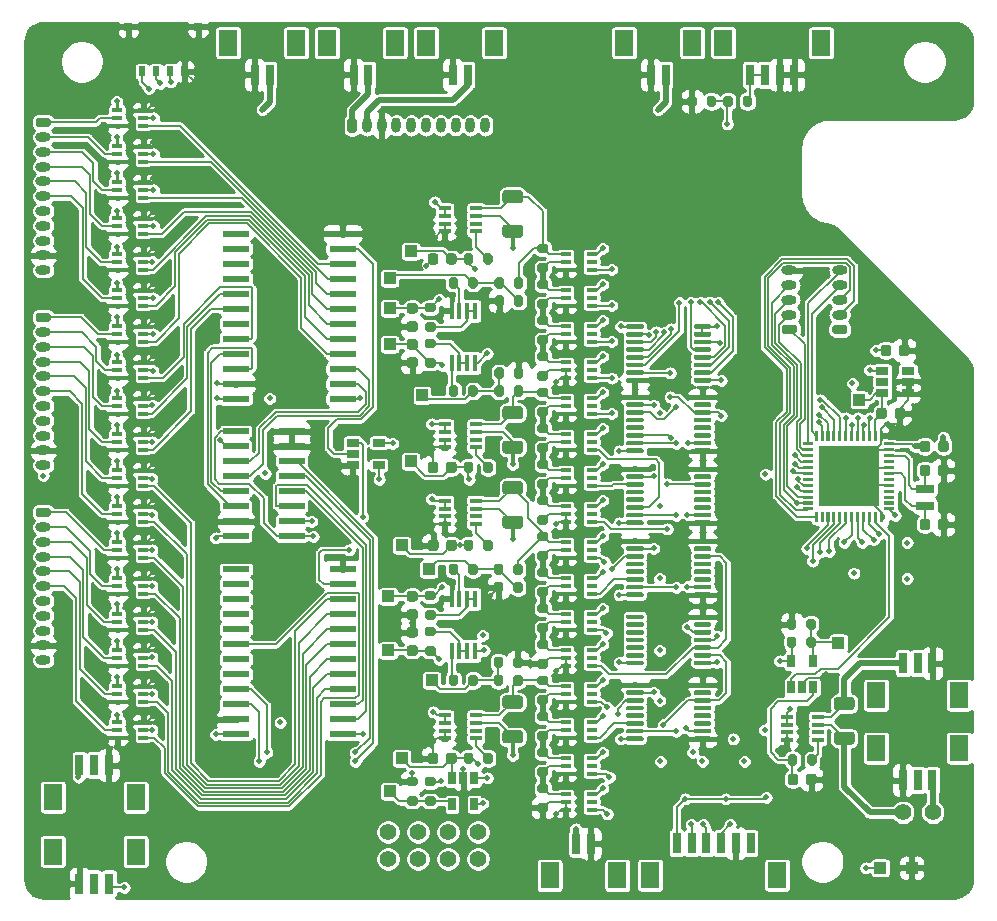
<source format=gbr>
%TF.GenerationSoftware,KiCad,Pcbnew,(5.1.10)-1*%
%TF.CreationDate,2023-08-16T19:47:32-05:00*%
%TF.ProjectId,brs_flight_computer,6272735f-666c-4696-9768-745f636f6d70,rev?*%
%TF.SameCoordinates,Original*%
%TF.FileFunction,Copper,L1,Top*%
%TF.FilePolarity,Positive*%
%FSLAX46Y46*%
G04 Gerber Fmt 4.6, Leading zero omitted, Abs format (unit mm)*
G04 Created by KiCad (PCBNEW (5.1.10)-1) date 2023-08-16 19:47:32*
%MOMM*%
%LPD*%
G01*
G04 APERTURE LIST*
%TA.AperFunction,SMDPad,CuDef*%
%ADD10R,1.000000X1.000000*%
%TD*%
%TA.AperFunction,ComponentPad*%
%ADD11O,0.800000X1.300000*%
%TD*%
%TA.AperFunction,ComponentPad*%
%ADD12C,1.400000*%
%TD*%
%TA.AperFunction,SMDPad,CuDef*%
%ADD13R,0.650000X1.060000*%
%TD*%
%TA.AperFunction,ComponentPad*%
%ADD14O,1.300000X0.800000*%
%TD*%
%TA.AperFunction,SMDPad,CuDef*%
%ADD15R,0.450000X1.450000*%
%TD*%
%TA.AperFunction,SMDPad,CuDef*%
%ADD16R,0.700000X1.800000*%
%TD*%
%TA.AperFunction,SMDPad,CuDef*%
%ADD17R,1.600000X2.200000*%
%TD*%
%TA.AperFunction,SMDPad,CuDef*%
%ADD18R,1.500000X0.800000*%
%TD*%
%TA.AperFunction,SMDPad,CuDef*%
%ADD19R,0.876300X0.355600*%
%TD*%
%TA.AperFunction,SMDPad,CuDef*%
%ADD20R,2.311400X0.558800*%
%TD*%
%TA.AperFunction,SMDPad,CuDef*%
%ADD21R,1.060000X0.650000*%
%TD*%
%TA.AperFunction,SMDPad,CuDef*%
%ADD22R,2.184400X0.558800*%
%TD*%
%TA.AperFunction,SMDPad,CuDef*%
%ADD23R,1.003300X0.457200*%
%TD*%
%TA.AperFunction,SMDPad,CuDef*%
%ADD24R,5.150000X5.150000*%
%TD*%
%TA.AperFunction,SMDPad,CuDef*%
%ADD25R,0.600000X0.850000*%
%TD*%
%TA.AperFunction,SMDPad,CuDef*%
%ADD26R,0.700000X0.800000*%
%TD*%
%TA.AperFunction,ViaPad*%
%ADD27C,0.508000*%
%TD*%
%TA.AperFunction,Conductor*%
%ADD28C,0.152400*%
%TD*%
%TA.AperFunction,Conductor*%
%ADD29C,0.508000*%
%TD*%
%TA.AperFunction,Conductor*%
%ADD30C,0.304800*%
%TD*%
%TA.AperFunction,Conductor*%
%ADD31C,0.254000*%
%TD*%
%TA.AperFunction,Conductor*%
%ADD32C,0.100000*%
%TD*%
G04 APERTURE END LIST*
%TO.P,C18,2*%
%TO.N,+3V3*%
%TA.AperFunction,SMDPad,CuDef*%
G36*
G01*
X187127000Y-98048000D02*
X187127000Y-98548000D01*
G75*
G02*
X186902000Y-98773000I-225000J0D01*
G01*
X186452000Y-98773000D01*
G75*
G02*
X186227000Y-98548000I0J225000D01*
G01*
X186227000Y-98048000D01*
G75*
G02*
X186452000Y-97823000I225000J0D01*
G01*
X186902000Y-97823000D01*
G75*
G02*
X187127000Y-98048000I0J-225000D01*
G01*
G37*
%TD.AperFunction*%
%TO.P,C18,1*%
%TO.N,GND*%
%TA.AperFunction,SMDPad,CuDef*%
G36*
G01*
X188677000Y-98048000D02*
X188677000Y-98548000D01*
G75*
G02*
X188452000Y-98773000I-225000J0D01*
G01*
X188002000Y-98773000D01*
G75*
G02*
X187777000Y-98548000I0J225000D01*
G01*
X187777000Y-98048000D01*
G75*
G02*
X188002000Y-97823000I225000J0D01*
G01*
X188452000Y-97823000D01*
G75*
G02*
X188677000Y-98048000I0J-225000D01*
G01*
G37*
%TD.AperFunction*%
%TD*%
D10*
%TO.P,TP11,1*%
%TO.N,Net-(R42-Pad2)*%
X182626000Y-123063000D03*
%TD*%
%TO.P,TP9,1*%
%TO.N,Net-(R4-Pad2)*%
X144653000Y-135636000D03*
%TD*%
D11*
%TO.P,J3,10*%
%TO.N,/Microcontroller/NC_V*%
X152728000Y-79248000D03*
%TO.P,J3,9*%
%TO.N,/Microcontroller/NO_V*%
X151478000Y-79248000D03*
%TO.P,J3,8*%
%TO.N,/Microcontroller/UNSET*%
X150228000Y-79248000D03*
%TO.P,J3,7*%
%TO.N,/Microcontroller/SET*%
X148978000Y-79248000D03*
%TO.P,J3,6*%
%TO.N,/Microcontroller/MAG_INT*%
X147728000Y-79248000D03*
%TO.P,J3,5*%
%TO.N,/Ground Switcher/SDA*%
X146478000Y-79248000D03*
%TO.P,J3,4*%
%TO.N,/Ground Switcher/SCL*%
X145228000Y-79248000D03*
%TO.P,J3,3*%
%TO.N,GND*%
X143978000Y-79248000D03*
%TO.P,J3,2*%
%TO.N,VPP*%
X142728000Y-79248000D03*
%TO.P,J3,1*%
%TO.N,VDDF*%
%TA.AperFunction,ComponentPad*%
G36*
G01*
X141078000Y-79698000D02*
X141078000Y-78798000D01*
G75*
G02*
X141278000Y-78598000I200000J0D01*
G01*
X141678000Y-78598000D01*
G75*
G02*
X141878000Y-78798000I0J-200000D01*
G01*
X141878000Y-79698000D01*
G75*
G02*
X141678000Y-79898000I-200000J0D01*
G01*
X141278000Y-79898000D01*
G75*
G02*
X141078000Y-79698000I0J200000D01*
G01*
G37*
%TD.AperFunction*%
%TD*%
D12*
%TO.P,TP24,2*%
%TO.N,Net-(R52-Pad2)*%
X188087000Y-137414000D03*
%TO.P,TP24,1*%
%TO.N,Net-(J5-Pad1)*%
X190627000Y-137414000D03*
%TD*%
%TO.P,TP17,2*%
%TO.N,Net-(R33-Pad1)*%
X152146000Y-141351000D03*
%TO.P,TP17,1*%
%TO.N,P3_CP*%
X149606000Y-141351000D03*
%TD*%
%TO.P,TP16,2*%
%TO.N,Net-(R32-Pad2)*%
X147066000Y-141351000D03*
%TO.P,TP16,1*%
%TO.N,P2_CP*%
X144526000Y-141351000D03*
%TD*%
%TO.P,TP7,2*%
%TO.N,Net-(R17-Pad1)*%
X147066000Y-139065000D03*
%TO.P,TP7,1*%
%TO.N,P1_CP*%
X144526000Y-139065000D03*
%TD*%
%TO.P,TP6,2*%
%TO.N,Net-(R16-Pad2)*%
X152146000Y-139065000D03*
%TO.P,TP6,1*%
%TO.N,/Curve Tracer/GAAS_POS*%
X149606000Y-139065000D03*
%TD*%
D10*
%TO.P,TP26,1*%
%TO.N,GND*%
X188849000Y-142113000D03*
%TD*%
%TO.P,TP25,1*%
%TO.N,+3V3*%
X186182000Y-142113000D03*
%TD*%
%TO.P,TP20,1*%
%TO.N,Net-(R31-Pad2)*%
X147955000Y-116840000D03*
%TD*%
%TO.P,TP18,1*%
%TO.N,Net-(R30-Pad2)*%
X147383500Y-102108000D03*
%TD*%
%TO.P,TP15,1*%
%TO.N,P_3_VOLTAGE*%
X144526000Y-119126000D03*
%TD*%
%TO.P,TP14,1*%
%TO.N,P_3_CURRENT*%
X145669000Y-114808000D03*
%TD*%
%TO.P,TP13,1*%
%TO.N,P_2_VOLTAGE*%
X144653000Y-97790000D03*
%TD*%
%TO.P,TP12,1*%
%TO.N,P_2_CURRENT*%
X146431000Y-107696000D03*
%TD*%
%TO.P,TP10,1*%
%TO.N,Net-(R15-Pad2)*%
X144653000Y-92202000D03*
%TD*%
%TO.P,TP8,1*%
%TO.N,Net-(R14-Pad2)*%
X148209000Y-126238000D03*
%TD*%
%TO.P,TP5,1*%
%TO.N,P_1_VOLTAGE*%
X144653000Y-94742000D03*
%TD*%
%TO.P,TP4,1*%
%TO.N,P_1_CURRENT*%
X146431000Y-89916000D03*
%TD*%
%TO.P,TP3,1*%
%TO.N,GAAS_VOLTAGE*%
X144526000Y-123698000D03*
%TD*%
%TO.P,TP2,1*%
%TO.N,GAAS_CURRENT*%
X145669000Y-132842000D03*
%TD*%
%TO.P,TP1,1*%
%TO.N,Net-(C111-Pad2)*%
X184404000Y-102489000D03*
%TD*%
D13*
%TO.P,U3,5*%
%TO.N,VBUS*%
X178628000Y-124630000D03*
%TO.P,U3,4*%
%TO.N,Net-(R42-Pad2)*%
X180528000Y-124630000D03*
%TO.P,U3,3*%
%TO.N,Net-(C42-Pad1)*%
X180528000Y-126830000D03*
%TO.P,U3,2*%
%TO.N,GND*%
X179578000Y-126830000D03*
%TO.P,U3,1*%
%TO.N,/Passive ADCS/PANEL_3_CURRENT*%
X178628000Y-126830000D03*
%TD*%
D14*
%TO.P,J2,5*%
%TO.N,GND*%
X178498500Y-91520000D03*
%TO.P,J2,4*%
%TO.N,PAYLOAD_RST*%
X178498500Y-92770000D03*
%TO.P,J2,3*%
%TO.N,TEST*%
X178498500Y-94020000D03*
%TO.P,J2,2*%
%TO.N,TCK*%
X178498500Y-95270000D03*
%TO.P,J2,1*%
%TO.N,TMS*%
%TA.AperFunction,ComponentPad*%
G36*
G01*
X178948500Y-96920000D02*
X178048500Y-96920000D01*
G75*
G02*
X177848500Y-96720000I0J200000D01*
G01*
X177848500Y-96320000D01*
G75*
G02*
X178048500Y-96120000I200000J0D01*
G01*
X178948500Y-96120000D01*
G75*
G02*
X179148500Y-96320000I0J-200000D01*
G01*
X179148500Y-96720000D01*
G75*
G02*
X178948500Y-96920000I-200000J0D01*
G01*
G37*
%TD.AperFunction*%
%TD*%
%TO.P,J1,5*%
%TO.N,TDI*%
X182753000Y-91520000D03*
%TO.P,J1,4*%
%TO.N,TDO*%
X182753000Y-92770000D03*
%TO.P,J1,3*%
%TO.N,TX_OUT*%
X182753000Y-94020000D03*
%TO.P,J1,2*%
%TO.N,RX_IN*%
X182753000Y-95270000D03*
%TO.P,J1,1*%
%TO.N,+3V3*%
%TA.AperFunction,ComponentPad*%
G36*
G01*
X183203000Y-96920000D02*
X182303000Y-96920000D01*
G75*
G02*
X182103000Y-96720000I0J200000D01*
G01*
X182103000Y-96320000D01*
G75*
G02*
X182303000Y-96120000I200000J0D01*
G01*
X183203000Y-96120000D01*
G75*
G02*
X183403000Y-96320000I0J-200000D01*
G01*
X183403000Y-96720000D01*
G75*
G02*
X183203000Y-96920000I-200000J0D01*
G01*
G37*
%TD.AperFunction*%
%TD*%
%TO.P,C111,2*%
%TO.N,Net-(C111-Pad2)*%
%TA.AperFunction,SMDPad,CuDef*%
G36*
G01*
X186746000Y-103382000D02*
X186746000Y-103882000D01*
G75*
G02*
X186521000Y-104107000I-225000J0D01*
G01*
X186071000Y-104107000D01*
G75*
G02*
X185846000Y-103882000I0J225000D01*
G01*
X185846000Y-103382000D01*
G75*
G02*
X186071000Y-103157000I225000J0D01*
G01*
X186521000Y-103157000D01*
G75*
G02*
X186746000Y-103382000I0J-225000D01*
G01*
G37*
%TD.AperFunction*%
%TO.P,C111,1*%
%TO.N,GND*%
%TA.AperFunction,SMDPad,CuDef*%
G36*
G01*
X188296000Y-103382000D02*
X188296000Y-103882000D01*
G75*
G02*
X188071000Y-104107000I-225000J0D01*
G01*
X187621000Y-104107000D01*
G75*
G02*
X187396000Y-103882000I0J225000D01*
G01*
X187396000Y-103382000D01*
G75*
G02*
X187621000Y-103157000I225000J0D01*
G01*
X188071000Y-103157000D01*
G75*
G02*
X188296000Y-103382000I0J-225000D01*
G01*
G37*
%TD.AperFunction*%
%TD*%
D15*
%TO.P,U2,8*%
%TO.N,VBUS*%
X151851000Y-123739000D03*
%TO.P,U2,7*%
%TO.N,Net-(R6-Pad2)*%
X151201000Y-123739000D03*
%TO.P,U2,6*%
X150551000Y-123739000D03*
%TO.P,U2,5*%
%TO.N,Net-(R14-Pad1)*%
X149901000Y-123739000D03*
%TO.P,U2,4*%
%TO.N,GND*%
X149901000Y-119339000D03*
%TO.P,U2,3*%
%TO.N,Net-(R31-Pad1)*%
X150551000Y-119339000D03*
%TO.P,U2,2*%
%TO.N,Net-(R23-Pad2)*%
X151201000Y-119339000D03*
%TO.P,U2,1*%
X151851000Y-119339000D03*
%TD*%
D16*
%TO.P,J8,3*%
%TO.N,GND*%
X190607000Y-124788000D03*
%TO.P,J8,2*%
%TO.N,Net-(J8-Pad2)*%
X189357000Y-124788000D03*
%TO.P,J8,1*%
%TO.N,Net-(J8-Pad1)*%
X188107000Y-124788000D03*
D17*
%TO.P,J8,MP*%
%TO.N,N/C*%
X185857000Y-127488000D03*
X192857000Y-127488000D03*
%TD*%
D16*
%TO.P,J5,3*%
%TO.N,GND*%
X188107000Y-134673000D03*
%TO.P,J5,2*%
%TO.N,Net-(J5-Pad2)*%
X189357000Y-134673000D03*
%TO.P,J5,1*%
%TO.N,Net-(J5-Pad1)*%
X190607000Y-134673000D03*
D17*
%TO.P,J5,MP*%
%TO.N,N/C*%
X192857000Y-131973000D03*
X185857000Y-131973000D03*
%TD*%
D14*
%TO.P,J14,11*%
%TO.N,VBUS*%
X115316000Y-108004000D03*
%TO.P,J14,10*%
%TO.N,GND*%
X115316000Y-106754000D03*
%TO.P,J14,9*%
%TO.N,/Ground Switcher/SCL*%
X115316000Y-105504000D03*
%TO.P,J14,8*%
%TO.N,/Ground Switcher/SDA*%
X115316000Y-104254000D03*
%TO.P,J14,7*%
%TO.N,P2_CP*%
X115316000Y-103004000D03*
%TO.P,J14,6*%
%TO.N,P2_P1*%
X115316000Y-101754000D03*
%TO.P,J14,5*%
%TO.N,P2_P2*%
X115316000Y-100504000D03*
%TO.P,J14,4*%
%TO.N,P2_P3*%
X115316000Y-99254000D03*
%TO.P,J14,3*%
%TO.N,P2_P6*%
X115316000Y-98004000D03*
%TO.P,J14,2*%
%TO.N,P2_P5*%
X115316000Y-96754000D03*
%TO.P,J14,1*%
%TO.N,P2_P4*%
%TA.AperFunction,ComponentPad*%
G36*
G01*
X114866000Y-95104000D02*
X115766000Y-95104000D01*
G75*
G02*
X115966000Y-95304000I0J-200000D01*
G01*
X115966000Y-95704000D01*
G75*
G02*
X115766000Y-95904000I-200000J0D01*
G01*
X114866000Y-95904000D01*
G75*
G02*
X114666000Y-95704000I0J200000D01*
G01*
X114666000Y-95304000D01*
G75*
G02*
X114866000Y-95104000I200000J0D01*
G01*
G37*
%TD.AperFunction*%
%TD*%
%TO.P,J13,11*%
%TO.N,VBUS*%
X115316000Y-91494000D03*
%TO.P,J13,10*%
%TO.N,GND*%
X115316000Y-90244000D03*
%TO.P,J13,9*%
%TO.N,/Ground Switcher/SCL*%
X115316000Y-88994000D03*
%TO.P,J13,8*%
%TO.N,/Ground Switcher/SDA*%
X115316000Y-87744000D03*
%TO.P,J13,7*%
%TO.N,P1_CP*%
X115316000Y-86494000D03*
%TO.P,J13,6*%
%TO.N,P1_P1*%
X115316000Y-85244000D03*
%TO.P,J13,5*%
%TO.N,P1_P2*%
X115316000Y-83994000D03*
%TO.P,J13,4*%
%TO.N,P1_P3*%
X115316000Y-82744000D03*
%TO.P,J13,3*%
%TO.N,P1_P6*%
X115316000Y-81494000D03*
%TO.P,J13,2*%
%TO.N,P1_P5*%
X115316000Y-80244000D03*
%TO.P,J13,1*%
%TO.N,P1_P4*%
%TA.AperFunction,ComponentPad*%
G36*
G01*
X114866000Y-78594000D02*
X115766000Y-78594000D01*
G75*
G02*
X115966000Y-78794000I0J-200000D01*
G01*
X115966000Y-79194000D01*
G75*
G02*
X115766000Y-79394000I-200000J0D01*
G01*
X114866000Y-79394000D01*
G75*
G02*
X114666000Y-79194000I0J200000D01*
G01*
X114666000Y-78794000D01*
G75*
G02*
X114866000Y-78594000I200000J0D01*
G01*
G37*
%TD.AperFunction*%
%TD*%
%TO.P,J10,11*%
%TO.N,VBUS*%
X115316000Y-124514000D03*
%TO.P,J10,10*%
%TO.N,GND*%
X115316000Y-123264000D03*
%TO.P,J10,9*%
%TO.N,/Ground Switcher/SCL*%
X115316000Y-122014000D03*
%TO.P,J10,8*%
%TO.N,/Ground Switcher/SDA*%
X115316000Y-120764000D03*
%TO.P,J10,7*%
%TO.N,P3_CP*%
X115316000Y-119514000D03*
%TO.P,J10,6*%
%TO.N,P3_P1*%
X115316000Y-118264000D03*
%TO.P,J10,5*%
%TO.N,P3_P2*%
X115316000Y-117014000D03*
%TO.P,J10,4*%
%TO.N,P3_P3*%
X115316000Y-115764000D03*
%TO.P,J10,3*%
%TO.N,P3_P6*%
X115316000Y-114514000D03*
%TO.P,J10,2*%
%TO.N,P3_P5*%
X115316000Y-113264000D03*
%TO.P,J10,1*%
%TO.N,P3_P4*%
%TA.AperFunction,ComponentPad*%
G36*
G01*
X114866000Y-111614000D02*
X115766000Y-111614000D01*
G75*
G02*
X115966000Y-111814000I0J-200000D01*
G01*
X115966000Y-112214000D01*
G75*
G02*
X115766000Y-112414000I-200000J0D01*
G01*
X114866000Y-112414000D01*
G75*
G02*
X114666000Y-112214000I0J200000D01*
G01*
X114666000Y-111814000D01*
G75*
G02*
X114866000Y-111614000I200000J0D01*
G01*
G37*
%TD.AperFunction*%
%TD*%
D18*
%TO.P,Y1,2*%
%TO.N,Net-(C12-Pad1)*%
X189992000Y-111494000D03*
%TO.P,Y1,1*%
%TO.N,Net-(C13-Pad2)*%
X189992000Y-109994000D03*
%TD*%
D19*
%TO.P,U59,6*%
%TO.N,GND*%
X121570750Y-131078999D03*
%TO.P,U59,5*%
%TO.N,P3_P1*%
X121570750Y-130429000D03*
%TO.P,U59,4*%
%TO.N,Net-(R73-Pad2)*%
X121570750Y-129779001D03*
%TO.P,U59,3*%
%TO.N,GND*%
X123793250Y-129779001D03*
%TO.P,U59,2*%
%TO.N,VBUS*%
X123793250Y-130429000D03*
%TO.P,U59,1*%
%TO.N,Net-(U41-Pad18)*%
X123793250Y-131078999D03*
%TD*%
%TO.P,U58,6*%
%TO.N,GND*%
X121570750Y-128030999D03*
%TO.P,U58,5*%
%TO.N,P3_P2*%
X121570750Y-127381000D03*
%TO.P,U58,4*%
%TO.N,Net-(R73-Pad2)*%
X121570750Y-126731001D03*
%TO.P,U58,3*%
%TO.N,GND*%
X123793250Y-126731001D03*
%TO.P,U58,2*%
%TO.N,VBUS*%
X123793250Y-127381000D03*
%TO.P,U58,1*%
%TO.N,Net-(U41-Pad4)*%
X123793250Y-128030999D03*
%TD*%
%TO.P,U57,6*%
%TO.N,GND*%
X121570750Y-124982999D03*
%TO.P,U57,5*%
%TO.N,P3_P3*%
X121570750Y-124333000D03*
%TO.P,U57,4*%
%TO.N,Net-(R73-Pad2)*%
X121570750Y-123683001D03*
%TO.P,U57,3*%
%TO.N,GND*%
X123793250Y-123683001D03*
%TO.P,U57,2*%
%TO.N,VBUS*%
X123793250Y-124333000D03*
%TO.P,U57,1*%
%TO.N,Net-(U41-Pad5)*%
X123793250Y-124982999D03*
%TD*%
%TO.P,U56,6*%
%TO.N,GND*%
X121570750Y-121934999D03*
%TO.P,U56,5*%
%TO.N,P3_P6*%
X121570750Y-121285000D03*
%TO.P,U56,4*%
%TO.N,Net-(R73-Pad2)*%
X121570750Y-120635001D03*
%TO.P,U56,3*%
%TO.N,GND*%
X123793250Y-120635001D03*
%TO.P,U56,2*%
%TO.N,VBUS*%
X123793250Y-121285000D03*
%TO.P,U56,1*%
%TO.N,Net-(U41-Pad6)*%
X123793250Y-121934999D03*
%TD*%
%TO.P,U55,6*%
%TO.N,GND*%
X121570750Y-118886999D03*
%TO.P,U55,5*%
%TO.N,P3_P5*%
X121570750Y-118237000D03*
%TO.P,U55,4*%
%TO.N,Net-(R73-Pad2)*%
X121570750Y-117587001D03*
%TO.P,U55,3*%
%TO.N,GND*%
X123793250Y-117587001D03*
%TO.P,U55,2*%
%TO.N,VBUS*%
X123793250Y-118237000D03*
%TO.P,U55,1*%
%TO.N,Net-(U41-Pad7)*%
X123793250Y-118886999D03*
%TD*%
%TO.P,U54,6*%
%TO.N,GND*%
X121570750Y-115838999D03*
%TO.P,U54,5*%
%TO.N,P3_P4*%
X121570750Y-115189000D03*
%TO.P,U54,4*%
%TO.N,Net-(R73-Pad2)*%
X121570750Y-114539001D03*
%TO.P,U54,3*%
%TO.N,GND*%
X123793250Y-114539001D03*
%TO.P,U54,2*%
%TO.N,VBUS*%
X123793250Y-115189000D03*
%TO.P,U54,1*%
%TO.N,Net-(U41-Pad8)*%
X123793250Y-115838999D03*
%TD*%
%TO.P,U53,6*%
%TO.N,GND*%
X121570750Y-109742999D03*
%TO.P,U53,5*%
%TO.N,P2_P2*%
X121570750Y-109093000D03*
%TO.P,U53,4*%
%TO.N,Net-(R72-Pad2)*%
X121570750Y-108443001D03*
%TO.P,U53,3*%
%TO.N,GND*%
X123793250Y-108443001D03*
%TO.P,U53,2*%
%TO.N,VBUS*%
X123793250Y-109093000D03*
%TO.P,U53,1*%
%TO.N,Net-(U41-Pad10)*%
X123793250Y-109742999D03*
%TD*%
%TO.P,U52,6*%
%TO.N,GND*%
X121570750Y-112790999D03*
%TO.P,U52,5*%
%TO.N,P2_P1*%
X121570750Y-112141000D03*
%TO.P,U52,4*%
%TO.N,Net-(R72-Pad2)*%
X121570750Y-111491001D03*
%TO.P,U52,3*%
%TO.N,GND*%
X123793250Y-111491001D03*
%TO.P,U52,2*%
%TO.N,VBUS*%
X123793250Y-112141000D03*
%TO.P,U52,1*%
%TO.N,Net-(U41-Pad9)*%
X123793250Y-112790999D03*
%TD*%
%TO.P,U51,6*%
%TO.N,GND*%
X121570750Y-100598999D03*
%TO.P,U51,5*%
%TO.N,P2_P5*%
X121570750Y-99949000D03*
%TO.P,U51,4*%
%TO.N,Net-(R72-Pad2)*%
X121570750Y-99299001D03*
%TO.P,U51,3*%
%TO.N,GND*%
X123793250Y-99299001D03*
%TO.P,U51,2*%
%TO.N,VBUS*%
X123793250Y-99949000D03*
%TO.P,U51,1*%
%TO.N,Net-(U40-Pad20)*%
X123793250Y-100598999D03*
%TD*%
%TO.P,U50,6*%
%TO.N,GND*%
X121570750Y-103646999D03*
%TO.P,U50,5*%
%TO.N,P2_P6*%
X121570750Y-102997000D03*
%TO.P,U50,4*%
%TO.N,Net-(R72-Pad2)*%
X121570750Y-102347001D03*
%TO.P,U50,3*%
%TO.N,GND*%
X123793250Y-102347001D03*
%TO.P,U50,2*%
%TO.N,VBUS*%
X123793250Y-102997000D03*
%TO.P,U50,1*%
%TO.N,Net-(U40-Pad17)*%
X123793250Y-103646999D03*
%TD*%
%TO.P,U49,6*%
%TO.N,GND*%
X121570750Y-106694999D03*
%TO.P,U49,5*%
%TO.N,P2_P3*%
X121570750Y-106045000D03*
%TO.P,U49,4*%
%TO.N,Net-(R72-Pad2)*%
X121570750Y-105395001D03*
%TO.P,U49,3*%
%TO.N,GND*%
X123793250Y-105395001D03*
%TO.P,U49,2*%
%TO.N,VBUS*%
X123793250Y-106045000D03*
%TO.P,U49,1*%
%TO.N,Net-(U40-Pad18)*%
X123793250Y-106694999D03*
%TD*%
%TO.P,U48,6*%
%TO.N,GND*%
X121570750Y-97550999D03*
%TO.P,U48,5*%
%TO.N,P2_P4*%
X121570750Y-96901000D03*
%TO.P,U48,4*%
%TO.N,Net-(R72-Pad2)*%
X121570750Y-96251001D03*
%TO.P,U48,3*%
%TO.N,GND*%
X123793250Y-96251001D03*
%TO.P,U48,2*%
%TO.N,VBUS*%
X123793250Y-96901000D03*
%TO.P,U48,1*%
%TO.N,Net-(U40-Pad4)*%
X123793250Y-97550999D03*
%TD*%
%TO.P,U47,6*%
%TO.N,GND*%
X121570750Y-94502999D03*
%TO.P,U47,5*%
%TO.N,P1_P1*%
X121570750Y-93853000D03*
%TO.P,U47,4*%
%TO.N,Net-(R71-Pad2)*%
X121570750Y-93203001D03*
%TO.P,U47,3*%
%TO.N,GND*%
X123793250Y-93203001D03*
%TO.P,U47,2*%
%TO.N,VBUS*%
X123793250Y-93853000D03*
%TO.P,U47,1*%
%TO.N,Net-(U40-Pad5)*%
X123793250Y-94502999D03*
%TD*%
%TO.P,U46,6*%
%TO.N,GND*%
X121570750Y-91454999D03*
%TO.P,U46,5*%
%TO.N,P1_P2*%
X121570750Y-90805000D03*
%TO.P,U46,4*%
%TO.N,Net-(R71-Pad2)*%
X121570750Y-90155001D03*
%TO.P,U46,3*%
%TO.N,GND*%
X123793250Y-90155001D03*
%TO.P,U46,2*%
%TO.N,VBUS*%
X123793250Y-90805000D03*
%TO.P,U46,1*%
%TO.N,Net-(U40-Pad6)*%
X123793250Y-91454999D03*
%TD*%
%TO.P,U45,6*%
%TO.N,GND*%
X121570750Y-88406999D03*
%TO.P,U45,5*%
%TO.N,P1_P3*%
X121570750Y-87757000D03*
%TO.P,U45,4*%
%TO.N,Net-(R71-Pad2)*%
X121570750Y-87107001D03*
%TO.P,U45,3*%
%TO.N,GND*%
X123793250Y-87107001D03*
%TO.P,U45,2*%
%TO.N,VBUS*%
X123793250Y-87757000D03*
%TO.P,U45,1*%
%TO.N,Net-(U40-Pad7)*%
X123793250Y-88406999D03*
%TD*%
%TO.P,U44,6*%
%TO.N,GND*%
X121570750Y-85358999D03*
%TO.P,U44,5*%
%TO.N,P1_P6*%
X121570750Y-84709000D03*
%TO.P,U44,4*%
%TO.N,Net-(R71-Pad2)*%
X121570750Y-84059001D03*
%TO.P,U44,3*%
%TO.N,GND*%
X123793250Y-84059001D03*
%TO.P,U44,2*%
%TO.N,VBUS*%
X123793250Y-84709000D03*
%TO.P,U44,1*%
%TO.N,Net-(U40-Pad8)*%
X123793250Y-85358999D03*
%TD*%
%TO.P,U43,6*%
%TO.N,GND*%
X121570750Y-79262999D03*
%TO.P,U43,5*%
%TO.N,P1_P4*%
X121570750Y-78613000D03*
%TO.P,U43,4*%
%TO.N,Net-(R71-Pad2)*%
X121570750Y-77963001D03*
%TO.P,U43,3*%
%TO.N,GND*%
X123793250Y-77963001D03*
%TO.P,U43,2*%
%TO.N,VBUS*%
X123793250Y-78613000D03*
%TO.P,U43,1*%
%TO.N,Net-(U40-Pad10)*%
X123793250Y-79262999D03*
%TD*%
%TO.P,U42,6*%
%TO.N,GND*%
X121570750Y-82310999D03*
%TO.P,U42,5*%
%TO.N,P1_P5*%
X121570750Y-81661000D03*
%TO.P,U42,4*%
%TO.N,Net-(R71-Pad2)*%
X121570750Y-81011001D03*
%TO.P,U42,3*%
%TO.N,GND*%
X123793250Y-81011001D03*
%TO.P,U42,2*%
%TO.N,VBUS*%
X123793250Y-81661000D03*
%TO.P,U42,1*%
%TO.N,Net-(U40-Pad9)*%
X123793250Y-82310999D03*
%TD*%
D20*
%TO.P,U41,24*%
%TO.N,VBUS*%
X131622800Y-130810000D03*
%TO.P,U41,23*%
%TO.N,GND*%
X131622800Y-129540000D03*
%TO.P,U41,22*%
%TO.N,Net-(U38-Pad6)*%
X131622800Y-128270000D03*
%TO.P,U41,21*%
%TO.N,Net-(U38-Pad5)*%
X131622800Y-127000000D03*
%TO.P,U41,20*%
%TO.N,Net-(U41-Pad20)*%
X131622800Y-125730000D03*
%TO.P,U41,19*%
%TO.N,Net-(U41-Pad19)*%
X131622800Y-124460000D03*
%TO.P,U41,18*%
%TO.N,Net-(U41-Pad18)*%
X131622800Y-123190000D03*
%TO.P,U41,17*%
%TO.N,Net-(U41-Pad17)*%
X131622800Y-121920000D03*
%TO.P,U41,16*%
%TO.N,Net-(U41-Pad16)*%
X131622800Y-120650000D03*
%TO.P,U41,15*%
%TO.N,Net-(U41-Pad15)*%
X131622800Y-119380000D03*
%TO.P,U41,14*%
%TO.N,Net-(U41-Pad14)*%
X131622800Y-118110000D03*
%TO.P,U41,13*%
%TO.N,Net-(U41-Pad13)*%
X131622800Y-116840000D03*
%TO.P,U41,12*%
%TO.N,GND*%
X140665200Y-116840000D03*
%TO.P,U41,11*%
%TO.N,Net-(U39-Pad1)*%
X140665200Y-118110000D03*
%TO.P,U41,10*%
%TO.N,Net-(U41-Pad10)*%
X140665200Y-119380000D03*
%TO.P,U41,9*%
%TO.N,Net-(U41-Pad9)*%
X140665200Y-120650000D03*
%TO.P,U41,8*%
%TO.N,Net-(U41-Pad8)*%
X140665200Y-121920000D03*
%TO.P,U41,7*%
%TO.N,Net-(U41-Pad7)*%
X140665200Y-123190000D03*
%TO.P,U41,6*%
%TO.N,Net-(U41-Pad6)*%
X140665200Y-124460000D03*
%TO.P,U41,5*%
%TO.N,Net-(U41-Pad5)*%
X140665200Y-125730000D03*
%TO.P,U41,4*%
%TO.N,Net-(U41-Pad4)*%
X140665200Y-127000000D03*
%TO.P,U41,3*%
%TO.N,Net-(U38-Pad4)*%
X140665200Y-128270000D03*
%TO.P,U41,2*%
%TO.N,Net-(U38-Pad3)*%
X140665200Y-129540000D03*
%TO.P,U41,1*%
%TO.N,VBUS*%
X140665200Y-130810000D03*
%TD*%
%TO.P,U40,24*%
%TO.N,VBUS*%
X131622800Y-102400800D03*
%TO.P,U40,23*%
%TO.N,GND*%
X131622800Y-101130800D03*
%TO.P,U40,22*%
%TO.N,Net-(U38-Pad14)*%
X131622800Y-99860800D03*
%TO.P,U40,21*%
%TO.N,Net-(U38-Pad13)*%
X131622800Y-98590800D03*
%TO.P,U40,20*%
%TO.N,Net-(U40-Pad20)*%
X131622800Y-97320800D03*
%TO.P,U40,19*%
%TO.N,Net-(U40-Pad19)*%
X131622800Y-96050800D03*
%TO.P,U40,18*%
%TO.N,Net-(U40-Pad18)*%
X131622800Y-94780800D03*
%TO.P,U40,17*%
%TO.N,Net-(U40-Pad17)*%
X131622800Y-93510800D03*
%TO.P,U40,16*%
%TO.N,Net-(U40-Pad16)*%
X131622800Y-92240800D03*
%TO.P,U40,15*%
%TO.N,Net-(U40-Pad15)*%
X131622800Y-90970800D03*
%TO.P,U40,14*%
%TO.N,Net-(U40-Pad14)*%
X131622800Y-89700800D03*
%TO.P,U40,13*%
%TO.N,Net-(U40-Pad13)*%
X131622800Y-88430800D03*
%TO.P,U40,12*%
%TO.N,GND*%
X140665200Y-88430800D03*
%TO.P,U40,11*%
%TO.N,Net-(U39-Pad2)*%
X140665200Y-89700800D03*
%TO.P,U40,10*%
%TO.N,Net-(U40-Pad10)*%
X140665200Y-90970800D03*
%TO.P,U40,9*%
%TO.N,Net-(U40-Pad9)*%
X140665200Y-92240800D03*
%TO.P,U40,8*%
%TO.N,Net-(U40-Pad8)*%
X140665200Y-93510800D03*
%TO.P,U40,7*%
%TO.N,Net-(U40-Pad7)*%
X140665200Y-94780800D03*
%TO.P,U40,6*%
%TO.N,Net-(U40-Pad6)*%
X140665200Y-96050800D03*
%TO.P,U40,5*%
%TO.N,Net-(U40-Pad5)*%
X140665200Y-97320800D03*
%TO.P,U40,4*%
%TO.N,Net-(U40-Pad4)*%
X140665200Y-98590800D03*
%TO.P,U40,3*%
%TO.N,Net-(U38-Pad12)*%
X140665200Y-99860800D03*
%TO.P,U40,2*%
%TO.N,Net-(U38-Pad11)*%
X140665200Y-101130800D03*
%TO.P,U40,1*%
%TO.N,VBUS*%
X140665200Y-102400800D03*
%TD*%
D21*
%TO.P,U39,5*%
%TO.N,VBUS*%
X143721000Y-106111000D03*
%TO.P,U39,4*%
%TO.N,/Ground Switcher/MUX_GOOD*%
X143721000Y-108011000D03*
%TO.P,U39,3*%
%TO.N,GND*%
X141521000Y-108011000D03*
%TO.P,U39,2*%
%TO.N,Net-(U39-Pad2)*%
X141521000Y-107061000D03*
%TO.P,U39,1*%
%TO.N,Net-(U39-Pad1)*%
X141521000Y-106111000D03*
%TD*%
D22*
%TO.P,U38,16*%
%TO.N,VBUS*%
X131622800Y-114046000D03*
%TO.P,U38,15*%
%TO.N,GND*%
X131622800Y-112776000D03*
%TO.P,U38,14*%
%TO.N,Net-(U38-Pad14)*%
X131622800Y-111506000D03*
%TO.P,U38,13*%
%TO.N,Net-(U38-Pad13)*%
X131622800Y-110236000D03*
%TO.P,U38,12*%
%TO.N,Net-(U38-Pad12)*%
X131622800Y-108966000D03*
%TO.P,U38,11*%
%TO.N,Net-(U38-Pad11)*%
X131622800Y-107696000D03*
%TO.P,U38,10*%
%TO.N,VBUS*%
X131622800Y-106426000D03*
%TO.P,U38,9*%
%TO.N,/Ground Switcher/MUX_CLOCK*%
X131622800Y-105156000D03*
%TO.P,U38,8*%
%TO.N,GND*%
X136347200Y-105156000D03*
%TO.P,U38,7*%
X136347200Y-106426000D03*
%TO.P,U38,6*%
%TO.N,Net-(U38-Pad6)*%
X136347200Y-107696000D03*
%TO.P,U38,5*%
%TO.N,Net-(U38-Pad5)*%
X136347200Y-108966000D03*
%TO.P,U38,4*%
%TO.N,Net-(U38-Pad4)*%
X136347200Y-110236000D03*
%TO.P,U38,3*%
%TO.N,Net-(U38-Pad3)*%
X136347200Y-111506000D03*
%TO.P,U38,2*%
%TO.N,VBUS*%
X136347200Y-112776000D03*
%TO.P,U38,1*%
%TO.N,/Ground Switcher/MUX_CLOCK*%
X136347200Y-114046000D03*
%TD*%
D19*
%TO.P,U37,6*%
%TO.N,+3V3*%
X161766250Y-135875001D03*
%TO.P,U37,5*%
%TO.N,Net-(U37-Pad5)*%
X161766250Y-136525000D03*
%TO.P,U37,4*%
%TO.N,Net-(U36-Pad6)*%
X161766250Y-137174999D03*
%TO.P,U37,3*%
%TO.N,GND*%
X159543750Y-137174999D03*
%TO.P,U37,2*%
X159543750Y-136525000D03*
%TO.P,U37,1*%
%TO.N,Net-(R69-Pad1)*%
X159543750Y-135875001D03*
%TD*%
%TO.P,U36,16*%
%TO.N,+3V3*%
%TA.AperFunction,SMDPad,CuDef*%
G36*
G01*
X166150000Y-131080000D02*
X166150000Y-131280000D01*
G75*
G02*
X166050000Y-131380000I-100000J0D01*
G01*
X164775000Y-131380000D01*
G75*
G02*
X164675000Y-131280000I0J100000D01*
G01*
X164675000Y-131080000D01*
G75*
G02*
X164775000Y-130980000I100000J0D01*
G01*
X166050000Y-130980000D01*
G75*
G02*
X166150000Y-131080000I0J-100000D01*
G01*
G37*
%TD.AperFunction*%
%TO.P,U36,15*%
%TO.N,/Microcontroller/LADDER_CLOCK*%
%TA.AperFunction,SMDPad,CuDef*%
G36*
G01*
X166150000Y-130430000D02*
X166150000Y-130630000D01*
G75*
G02*
X166050000Y-130730000I-100000J0D01*
G01*
X164775000Y-130730000D01*
G75*
G02*
X164675000Y-130630000I0J100000D01*
G01*
X164675000Y-130430000D01*
G75*
G02*
X164775000Y-130330000I100000J0D01*
G01*
X166050000Y-130330000D01*
G75*
G02*
X166150000Y-130430000I0J-100000D01*
G01*
G37*
%TD.AperFunction*%
%TO.P,U36,14*%
%TO.N,Net-(U34-Pad4)*%
%TA.AperFunction,SMDPad,CuDef*%
G36*
G01*
X166150000Y-129780000D02*
X166150000Y-129980000D01*
G75*
G02*
X166050000Y-130080000I-100000J0D01*
G01*
X164775000Y-130080000D01*
G75*
G02*
X164675000Y-129980000I0J100000D01*
G01*
X164675000Y-129780000D01*
G75*
G02*
X164775000Y-129680000I100000J0D01*
G01*
X166050000Y-129680000D01*
G75*
G02*
X166150000Y-129780000I0J-100000D01*
G01*
G37*
%TD.AperFunction*%
%TO.P,U36,13*%
%TO.N,Net-(U36-Pad13)*%
%TA.AperFunction,SMDPad,CuDef*%
G36*
G01*
X166150000Y-129130000D02*
X166150000Y-129330000D01*
G75*
G02*
X166050000Y-129430000I-100000J0D01*
G01*
X164775000Y-129430000D01*
G75*
G02*
X164675000Y-129330000I0J100000D01*
G01*
X164675000Y-129130000D01*
G75*
G02*
X164775000Y-129030000I100000J0D01*
G01*
X166050000Y-129030000D01*
G75*
G02*
X166150000Y-129130000I0J-100000D01*
G01*
G37*
%TD.AperFunction*%
%TO.P,U36,12*%
%TO.N,Net-(U36-Pad12)*%
%TA.AperFunction,SMDPad,CuDef*%
G36*
G01*
X166150000Y-128480000D02*
X166150000Y-128680000D01*
G75*
G02*
X166050000Y-128780000I-100000J0D01*
G01*
X164775000Y-128780000D01*
G75*
G02*
X164675000Y-128680000I0J100000D01*
G01*
X164675000Y-128480000D01*
G75*
G02*
X164775000Y-128380000I100000J0D01*
G01*
X166050000Y-128380000D01*
G75*
G02*
X166150000Y-128480000I0J-100000D01*
G01*
G37*
%TD.AperFunction*%
%TO.P,U36,11*%
%TO.N,Net-(U35-Pad4)*%
%TA.AperFunction,SMDPad,CuDef*%
G36*
G01*
X166150000Y-127830000D02*
X166150000Y-128030000D01*
G75*
G02*
X166050000Y-128130000I-100000J0D01*
G01*
X164775000Y-128130000D01*
G75*
G02*
X164675000Y-128030000I0J100000D01*
G01*
X164675000Y-127830000D01*
G75*
G02*
X164775000Y-127730000I100000J0D01*
G01*
X166050000Y-127730000D01*
G75*
G02*
X166150000Y-127830000I0J-100000D01*
G01*
G37*
%TD.AperFunction*%
%TO.P,U36,10*%
%TO.N,/Microcontroller/TRACE_DIR*%
%TA.AperFunction,SMDPad,CuDef*%
G36*
G01*
X166150000Y-127180000D02*
X166150000Y-127380000D01*
G75*
G02*
X166050000Y-127480000I-100000J0D01*
G01*
X164775000Y-127480000D01*
G75*
G02*
X164675000Y-127380000I0J100000D01*
G01*
X164675000Y-127180000D01*
G75*
G02*
X164775000Y-127080000I100000J0D01*
G01*
X166050000Y-127080000D01*
G75*
G02*
X166150000Y-127180000I0J-100000D01*
G01*
G37*
%TD.AperFunction*%
%TO.P,U36,9*%
%TO.N,GND*%
%TA.AperFunction,SMDPad,CuDef*%
G36*
G01*
X166150000Y-126530000D02*
X166150000Y-126730000D01*
G75*
G02*
X166050000Y-126830000I-100000J0D01*
G01*
X164775000Y-126830000D01*
G75*
G02*
X164675000Y-126730000I0J100000D01*
G01*
X164675000Y-126530000D01*
G75*
G02*
X164775000Y-126430000I100000J0D01*
G01*
X166050000Y-126430000D01*
G75*
G02*
X166150000Y-126530000I0J-100000D01*
G01*
G37*
%TD.AperFunction*%
%TO.P,U36,8*%
%TA.AperFunction,SMDPad,CuDef*%
G36*
G01*
X171875000Y-126530000D02*
X171875000Y-126730000D01*
G75*
G02*
X171775000Y-126830000I-100000J0D01*
G01*
X170500000Y-126830000D01*
G75*
G02*
X170400000Y-126730000I0J100000D01*
G01*
X170400000Y-126530000D01*
G75*
G02*
X170500000Y-126430000I100000J0D01*
G01*
X171775000Y-126430000D01*
G75*
G02*
X171875000Y-126530000I0J-100000D01*
G01*
G37*
%TD.AperFunction*%
%TO.P,U36,7*%
%TO.N,Net-(U36-Pad7)*%
%TA.AperFunction,SMDPad,CuDef*%
G36*
G01*
X171875000Y-127180000D02*
X171875000Y-127380000D01*
G75*
G02*
X171775000Y-127480000I-100000J0D01*
G01*
X170500000Y-127480000D01*
G75*
G02*
X170400000Y-127380000I0J100000D01*
G01*
X170400000Y-127180000D01*
G75*
G02*
X170500000Y-127080000I100000J0D01*
G01*
X171775000Y-127080000D01*
G75*
G02*
X171875000Y-127180000I0J-100000D01*
G01*
G37*
%TD.AperFunction*%
%TO.P,U36,6*%
%TO.N,Net-(U36-Pad6)*%
%TA.AperFunction,SMDPad,CuDef*%
G36*
G01*
X171875000Y-127830000D02*
X171875000Y-128030000D01*
G75*
G02*
X171775000Y-128130000I-100000J0D01*
G01*
X170500000Y-128130000D01*
G75*
G02*
X170400000Y-128030000I0J100000D01*
G01*
X170400000Y-127830000D01*
G75*
G02*
X170500000Y-127730000I100000J0D01*
G01*
X171775000Y-127730000D01*
G75*
G02*
X171875000Y-127830000I0J-100000D01*
G01*
G37*
%TD.AperFunction*%
%TO.P,U36,5*%
%TO.N,Net-(U36-Pad5)*%
%TA.AperFunction,SMDPad,CuDef*%
G36*
G01*
X171875000Y-128480000D02*
X171875000Y-128680000D01*
G75*
G02*
X171775000Y-128780000I-100000J0D01*
G01*
X170500000Y-128780000D01*
G75*
G02*
X170400000Y-128680000I0J100000D01*
G01*
X170400000Y-128480000D01*
G75*
G02*
X170500000Y-128380000I100000J0D01*
G01*
X171775000Y-128380000D01*
G75*
G02*
X171875000Y-128480000I0J-100000D01*
G01*
G37*
%TD.AperFunction*%
%TO.P,U36,4*%
%TO.N,Net-(U36-Pad4)*%
%TA.AperFunction,SMDPad,CuDef*%
G36*
G01*
X171875000Y-129130000D02*
X171875000Y-129330000D01*
G75*
G02*
X171775000Y-129430000I-100000J0D01*
G01*
X170500000Y-129430000D01*
G75*
G02*
X170400000Y-129330000I0J100000D01*
G01*
X170400000Y-129130000D01*
G75*
G02*
X170500000Y-129030000I100000J0D01*
G01*
X171775000Y-129030000D01*
G75*
G02*
X171875000Y-129130000I0J-100000D01*
G01*
G37*
%TD.AperFunction*%
%TO.P,U36,3*%
%TO.N,Net-(U36-Pad3)*%
%TA.AperFunction,SMDPad,CuDef*%
G36*
G01*
X171875000Y-129780000D02*
X171875000Y-129980000D01*
G75*
G02*
X171775000Y-130080000I-100000J0D01*
G01*
X170500000Y-130080000D01*
G75*
G02*
X170400000Y-129980000I0J100000D01*
G01*
X170400000Y-129780000D01*
G75*
G02*
X170500000Y-129680000I100000J0D01*
G01*
X171775000Y-129680000D01*
G75*
G02*
X171875000Y-129780000I0J-100000D01*
G01*
G37*
%TD.AperFunction*%
%TO.P,U36,2*%
%TO.N,Net-(U33-Pad4)*%
%TA.AperFunction,SMDPad,CuDef*%
G36*
G01*
X171875000Y-130430000D02*
X171875000Y-130630000D01*
G75*
G02*
X171775000Y-130730000I-100000J0D01*
G01*
X170500000Y-130730000D01*
G75*
G02*
X170400000Y-130630000I0J100000D01*
G01*
X170400000Y-130430000D01*
G75*
G02*
X170500000Y-130330000I100000J0D01*
G01*
X171775000Y-130330000D01*
G75*
G02*
X171875000Y-130430000I0J-100000D01*
G01*
G37*
%TD.AperFunction*%
%TO.P,U36,1*%
%TO.N,GND*%
%TA.AperFunction,SMDPad,CuDef*%
G36*
G01*
X171875000Y-131080000D02*
X171875000Y-131280000D01*
G75*
G02*
X171775000Y-131380000I-100000J0D01*
G01*
X170500000Y-131380000D01*
G75*
G02*
X170400000Y-131280000I0J100000D01*
G01*
X170400000Y-131080000D01*
G75*
G02*
X170500000Y-130980000I100000J0D01*
G01*
X171775000Y-130980000D01*
G75*
G02*
X171875000Y-131080000I0J-100000D01*
G01*
G37*
%TD.AperFunction*%
%TD*%
%TO.P,U35,6*%
%TO.N,+3V3*%
X161766250Y-132827001D03*
%TO.P,U35,5*%
%TO.N,Net-(U35-Pad5)*%
X161766250Y-133477000D03*
%TO.P,U35,4*%
%TO.N,Net-(U35-Pad4)*%
X161766250Y-134126999D03*
%TO.P,U35,3*%
%TO.N,GND*%
X159543750Y-134126999D03*
%TO.P,U35,2*%
%TO.N,Net-(R69-Pad1)*%
X159543750Y-133477000D03*
%TO.P,U35,1*%
%TO.N,Net-(R68-Pad1)*%
X159543750Y-132827001D03*
%TD*%
%TO.P,U34,6*%
%TO.N,+3V3*%
X161766250Y-129779001D03*
%TO.P,U34,5*%
%TO.N,Net-(U34-Pad5)*%
X161766250Y-130429000D03*
%TO.P,U34,4*%
%TO.N,Net-(U34-Pad4)*%
X161766250Y-131078999D03*
%TO.P,U34,3*%
%TO.N,GND*%
X159543750Y-131078999D03*
%TO.P,U34,2*%
%TO.N,Net-(R68-Pad1)*%
X159543750Y-130429000D03*
%TO.P,U34,1*%
%TO.N,Net-(R67-Pad1)*%
X159543750Y-129779001D03*
%TD*%
%TO.P,U33,6*%
%TO.N,+3V3*%
X161766250Y-126731001D03*
%TO.P,U33,5*%
%TO.N,Net-(U33-Pad5)*%
X161766250Y-127381000D03*
%TO.P,U33,4*%
%TO.N,Net-(U33-Pad4)*%
X161766250Y-128030999D03*
%TO.P,U33,3*%
%TO.N,GND*%
X159543750Y-128030999D03*
%TO.P,U33,2*%
%TO.N,Net-(R67-Pad1)*%
X159543750Y-127381000D03*
%TO.P,U33,1*%
%TO.N,/Curve Tracer/GAAS_LADDER*%
X159543750Y-126731001D03*
%TD*%
%TO.P,U32,6*%
%TO.N,VBUS*%
X161766250Y-123683001D03*
%TO.P,U32,5*%
%TO.N,Net-(U32-Pad5)*%
X161766250Y-124333000D03*
%TO.P,U32,4*%
%TO.N,Net-(U31-Pad6)*%
X161766250Y-124982999D03*
%TO.P,U32,3*%
%TO.N,GND*%
X159543750Y-124982999D03*
%TO.P,U32,2*%
X159543750Y-124333000D03*
%TO.P,U32,1*%
%TO.N,Net-(R65-Pad1)*%
X159543750Y-123683001D03*
%TD*%
%TO.P,U31,16*%
%TO.N,VBUS*%
%TA.AperFunction,SMDPad,CuDef*%
G36*
G01*
X166150000Y-118888000D02*
X166150000Y-119088000D01*
G75*
G02*
X166050000Y-119188000I-100000J0D01*
G01*
X164775000Y-119188000D01*
G75*
G02*
X164675000Y-119088000I0J100000D01*
G01*
X164675000Y-118888000D01*
G75*
G02*
X164775000Y-118788000I100000J0D01*
G01*
X166050000Y-118788000D01*
G75*
G02*
X166150000Y-118888000I0J-100000D01*
G01*
G37*
%TD.AperFunction*%
%TO.P,U31,15*%
%TO.N,/Microcontroller/LADDER_CLOCK*%
%TA.AperFunction,SMDPad,CuDef*%
G36*
G01*
X166150000Y-118238000D02*
X166150000Y-118438000D01*
G75*
G02*
X166050000Y-118538000I-100000J0D01*
G01*
X164775000Y-118538000D01*
G75*
G02*
X164675000Y-118438000I0J100000D01*
G01*
X164675000Y-118238000D01*
G75*
G02*
X164775000Y-118138000I100000J0D01*
G01*
X166050000Y-118138000D01*
G75*
G02*
X166150000Y-118238000I0J-100000D01*
G01*
G37*
%TD.AperFunction*%
%TO.P,U31,14*%
%TO.N,Net-(U29-Pad4)*%
%TA.AperFunction,SMDPad,CuDef*%
G36*
G01*
X166150000Y-117588000D02*
X166150000Y-117788000D01*
G75*
G02*
X166050000Y-117888000I-100000J0D01*
G01*
X164775000Y-117888000D01*
G75*
G02*
X164675000Y-117788000I0J100000D01*
G01*
X164675000Y-117588000D01*
G75*
G02*
X164775000Y-117488000I100000J0D01*
G01*
X166050000Y-117488000D01*
G75*
G02*
X166150000Y-117588000I0J-100000D01*
G01*
G37*
%TD.AperFunction*%
%TO.P,U31,13*%
%TO.N,Net-(U31-Pad13)*%
%TA.AperFunction,SMDPad,CuDef*%
G36*
G01*
X166150000Y-116938000D02*
X166150000Y-117138000D01*
G75*
G02*
X166050000Y-117238000I-100000J0D01*
G01*
X164775000Y-117238000D01*
G75*
G02*
X164675000Y-117138000I0J100000D01*
G01*
X164675000Y-116938000D01*
G75*
G02*
X164775000Y-116838000I100000J0D01*
G01*
X166050000Y-116838000D01*
G75*
G02*
X166150000Y-116938000I0J-100000D01*
G01*
G37*
%TD.AperFunction*%
%TO.P,U31,12*%
%TO.N,Net-(U31-Pad12)*%
%TA.AperFunction,SMDPad,CuDef*%
G36*
G01*
X166150000Y-116288000D02*
X166150000Y-116488000D01*
G75*
G02*
X166050000Y-116588000I-100000J0D01*
G01*
X164775000Y-116588000D01*
G75*
G02*
X164675000Y-116488000I0J100000D01*
G01*
X164675000Y-116288000D01*
G75*
G02*
X164775000Y-116188000I100000J0D01*
G01*
X166050000Y-116188000D01*
G75*
G02*
X166150000Y-116288000I0J-100000D01*
G01*
G37*
%TD.AperFunction*%
%TO.P,U31,11*%
%TO.N,Net-(U30-Pad4)*%
%TA.AperFunction,SMDPad,CuDef*%
G36*
G01*
X166150000Y-115638000D02*
X166150000Y-115838000D01*
G75*
G02*
X166050000Y-115938000I-100000J0D01*
G01*
X164775000Y-115938000D01*
G75*
G02*
X164675000Y-115838000I0J100000D01*
G01*
X164675000Y-115638000D01*
G75*
G02*
X164775000Y-115538000I100000J0D01*
G01*
X166050000Y-115538000D01*
G75*
G02*
X166150000Y-115638000I0J-100000D01*
G01*
G37*
%TD.AperFunction*%
%TO.P,U31,10*%
%TO.N,/Microcontroller/TRACE_DIR*%
%TA.AperFunction,SMDPad,CuDef*%
G36*
G01*
X166150000Y-114988000D02*
X166150000Y-115188000D01*
G75*
G02*
X166050000Y-115288000I-100000J0D01*
G01*
X164775000Y-115288000D01*
G75*
G02*
X164675000Y-115188000I0J100000D01*
G01*
X164675000Y-114988000D01*
G75*
G02*
X164775000Y-114888000I100000J0D01*
G01*
X166050000Y-114888000D01*
G75*
G02*
X166150000Y-114988000I0J-100000D01*
G01*
G37*
%TD.AperFunction*%
%TO.P,U31,9*%
%TO.N,GND*%
%TA.AperFunction,SMDPad,CuDef*%
G36*
G01*
X166150000Y-114338000D02*
X166150000Y-114538000D01*
G75*
G02*
X166050000Y-114638000I-100000J0D01*
G01*
X164775000Y-114638000D01*
G75*
G02*
X164675000Y-114538000I0J100000D01*
G01*
X164675000Y-114338000D01*
G75*
G02*
X164775000Y-114238000I100000J0D01*
G01*
X166050000Y-114238000D01*
G75*
G02*
X166150000Y-114338000I0J-100000D01*
G01*
G37*
%TD.AperFunction*%
%TO.P,U31,8*%
%TA.AperFunction,SMDPad,CuDef*%
G36*
G01*
X171875000Y-114338000D02*
X171875000Y-114538000D01*
G75*
G02*
X171775000Y-114638000I-100000J0D01*
G01*
X170500000Y-114638000D01*
G75*
G02*
X170400000Y-114538000I0J100000D01*
G01*
X170400000Y-114338000D01*
G75*
G02*
X170500000Y-114238000I100000J0D01*
G01*
X171775000Y-114238000D01*
G75*
G02*
X171875000Y-114338000I0J-100000D01*
G01*
G37*
%TD.AperFunction*%
%TO.P,U31,7*%
%TO.N,Net-(U31-Pad7)*%
%TA.AperFunction,SMDPad,CuDef*%
G36*
G01*
X171875000Y-114988000D02*
X171875000Y-115188000D01*
G75*
G02*
X171775000Y-115288000I-100000J0D01*
G01*
X170500000Y-115288000D01*
G75*
G02*
X170400000Y-115188000I0J100000D01*
G01*
X170400000Y-114988000D01*
G75*
G02*
X170500000Y-114888000I100000J0D01*
G01*
X171775000Y-114888000D01*
G75*
G02*
X171875000Y-114988000I0J-100000D01*
G01*
G37*
%TD.AperFunction*%
%TO.P,U31,6*%
%TO.N,Net-(U31-Pad6)*%
%TA.AperFunction,SMDPad,CuDef*%
G36*
G01*
X171875000Y-115638000D02*
X171875000Y-115838000D01*
G75*
G02*
X171775000Y-115938000I-100000J0D01*
G01*
X170500000Y-115938000D01*
G75*
G02*
X170400000Y-115838000I0J100000D01*
G01*
X170400000Y-115638000D01*
G75*
G02*
X170500000Y-115538000I100000J0D01*
G01*
X171775000Y-115538000D01*
G75*
G02*
X171875000Y-115638000I0J-100000D01*
G01*
G37*
%TD.AperFunction*%
%TO.P,U31,5*%
%TO.N,Net-(U31-Pad5)*%
%TA.AperFunction,SMDPad,CuDef*%
G36*
G01*
X171875000Y-116288000D02*
X171875000Y-116488000D01*
G75*
G02*
X171775000Y-116588000I-100000J0D01*
G01*
X170500000Y-116588000D01*
G75*
G02*
X170400000Y-116488000I0J100000D01*
G01*
X170400000Y-116288000D01*
G75*
G02*
X170500000Y-116188000I100000J0D01*
G01*
X171775000Y-116188000D01*
G75*
G02*
X171875000Y-116288000I0J-100000D01*
G01*
G37*
%TD.AperFunction*%
%TO.P,U31,4*%
%TO.N,Net-(U31-Pad4)*%
%TA.AperFunction,SMDPad,CuDef*%
G36*
G01*
X171875000Y-116938000D02*
X171875000Y-117138000D01*
G75*
G02*
X171775000Y-117238000I-100000J0D01*
G01*
X170500000Y-117238000D01*
G75*
G02*
X170400000Y-117138000I0J100000D01*
G01*
X170400000Y-116938000D01*
G75*
G02*
X170500000Y-116838000I100000J0D01*
G01*
X171775000Y-116838000D01*
G75*
G02*
X171875000Y-116938000I0J-100000D01*
G01*
G37*
%TD.AperFunction*%
%TO.P,U31,3*%
%TO.N,Net-(U31-Pad3)*%
%TA.AperFunction,SMDPad,CuDef*%
G36*
G01*
X171875000Y-117588000D02*
X171875000Y-117788000D01*
G75*
G02*
X171775000Y-117888000I-100000J0D01*
G01*
X170500000Y-117888000D01*
G75*
G02*
X170400000Y-117788000I0J100000D01*
G01*
X170400000Y-117588000D01*
G75*
G02*
X170500000Y-117488000I100000J0D01*
G01*
X171775000Y-117488000D01*
G75*
G02*
X171875000Y-117588000I0J-100000D01*
G01*
G37*
%TD.AperFunction*%
%TO.P,U31,2*%
%TO.N,Net-(U28-Pad4)*%
%TA.AperFunction,SMDPad,CuDef*%
G36*
G01*
X171875000Y-118238000D02*
X171875000Y-118438000D01*
G75*
G02*
X171775000Y-118538000I-100000J0D01*
G01*
X170500000Y-118538000D01*
G75*
G02*
X170400000Y-118438000I0J100000D01*
G01*
X170400000Y-118238000D01*
G75*
G02*
X170500000Y-118138000I100000J0D01*
G01*
X171775000Y-118138000D01*
G75*
G02*
X171875000Y-118238000I0J-100000D01*
G01*
G37*
%TD.AperFunction*%
%TO.P,U31,1*%
%TO.N,GND*%
%TA.AperFunction,SMDPad,CuDef*%
G36*
G01*
X171875000Y-118888000D02*
X171875000Y-119088000D01*
G75*
G02*
X171775000Y-119188000I-100000J0D01*
G01*
X170500000Y-119188000D01*
G75*
G02*
X170400000Y-119088000I0J100000D01*
G01*
X170400000Y-118888000D01*
G75*
G02*
X170500000Y-118788000I100000J0D01*
G01*
X171775000Y-118788000D01*
G75*
G02*
X171875000Y-118888000I0J-100000D01*
G01*
G37*
%TD.AperFunction*%
%TD*%
%TO.P,U30,6*%
%TO.N,VBUS*%
X161766250Y-120635001D03*
%TO.P,U30,5*%
%TO.N,Net-(U30-Pad5)*%
X161766250Y-121285000D03*
%TO.P,U30,4*%
%TO.N,Net-(U30-Pad4)*%
X161766250Y-121934999D03*
%TO.P,U30,3*%
%TO.N,GND*%
X159543750Y-121934999D03*
%TO.P,U30,2*%
%TO.N,Net-(R65-Pad1)*%
X159543750Y-121285000D03*
%TO.P,U30,1*%
%TO.N,Net-(R64-Pad1)*%
X159543750Y-120635001D03*
%TD*%
%TO.P,U29,6*%
%TO.N,VBUS*%
X161766250Y-117587001D03*
%TO.P,U29,5*%
%TO.N,Net-(U29-Pad5)*%
X161766250Y-118237000D03*
%TO.P,U29,4*%
%TO.N,Net-(U29-Pad4)*%
X161766250Y-118886999D03*
%TO.P,U29,3*%
%TO.N,GND*%
X159543750Y-118886999D03*
%TO.P,U29,2*%
%TO.N,Net-(R64-Pad1)*%
X159543750Y-118237000D03*
%TO.P,U29,1*%
%TO.N,Net-(R63-Pad1)*%
X159543750Y-117587001D03*
%TD*%
%TO.P,U28,6*%
%TO.N,VBUS*%
X161766250Y-114539001D03*
%TO.P,U28,5*%
%TO.N,Net-(U28-Pad5)*%
X161766250Y-115189000D03*
%TO.P,U28,4*%
%TO.N,Net-(U28-Pad4)*%
X161766250Y-115838999D03*
%TO.P,U28,3*%
%TO.N,GND*%
X159543750Y-115838999D03*
%TO.P,U28,2*%
%TO.N,Net-(R63-Pad1)*%
X159543750Y-115189000D03*
%TO.P,U28,1*%
%TO.N,/Curve Tracer/P_3_LADDER*%
X159543750Y-114539001D03*
%TD*%
%TO.P,U27,6*%
%TO.N,VBUS*%
X161766250Y-111491001D03*
%TO.P,U27,5*%
%TO.N,Net-(U27-Pad5)*%
X161766250Y-112141000D03*
%TO.P,U27,4*%
%TO.N,Net-(U26-Pad6)*%
X161766250Y-112790999D03*
%TO.P,U27,3*%
%TO.N,GND*%
X159543750Y-112790999D03*
%TO.P,U27,2*%
X159543750Y-112141000D03*
%TO.P,U27,1*%
%TO.N,Net-(R61-Pad1)*%
X159543750Y-111491001D03*
%TD*%
%TO.P,U26,16*%
%TO.N,VBUS*%
%TA.AperFunction,SMDPad,CuDef*%
G36*
G01*
X166150000Y-112792000D02*
X166150000Y-112992000D01*
G75*
G02*
X166050000Y-113092000I-100000J0D01*
G01*
X164775000Y-113092000D01*
G75*
G02*
X164675000Y-112992000I0J100000D01*
G01*
X164675000Y-112792000D01*
G75*
G02*
X164775000Y-112692000I100000J0D01*
G01*
X166050000Y-112692000D01*
G75*
G02*
X166150000Y-112792000I0J-100000D01*
G01*
G37*
%TD.AperFunction*%
%TO.P,U26,15*%
%TO.N,/Microcontroller/LADDER_CLOCK*%
%TA.AperFunction,SMDPad,CuDef*%
G36*
G01*
X166150000Y-112142000D02*
X166150000Y-112342000D01*
G75*
G02*
X166050000Y-112442000I-100000J0D01*
G01*
X164775000Y-112442000D01*
G75*
G02*
X164675000Y-112342000I0J100000D01*
G01*
X164675000Y-112142000D01*
G75*
G02*
X164775000Y-112042000I100000J0D01*
G01*
X166050000Y-112042000D01*
G75*
G02*
X166150000Y-112142000I0J-100000D01*
G01*
G37*
%TD.AperFunction*%
%TO.P,U26,14*%
%TO.N,Net-(U24-Pad4)*%
%TA.AperFunction,SMDPad,CuDef*%
G36*
G01*
X166150000Y-111492000D02*
X166150000Y-111692000D01*
G75*
G02*
X166050000Y-111792000I-100000J0D01*
G01*
X164775000Y-111792000D01*
G75*
G02*
X164675000Y-111692000I0J100000D01*
G01*
X164675000Y-111492000D01*
G75*
G02*
X164775000Y-111392000I100000J0D01*
G01*
X166050000Y-111392000D01*
G75*
G02*
X166150000Y-111492000I0J-100000D01*
G01*
G37*
%TD.AperFunction*%
%TO.P,U26,13*%
%TO.N,Net-(U26-Pad13)*%
%TA.AperFunction,SMDPad,CuDef*%
G36*
G01*
X166150000Y-110842000D02*
X166150000Y-111042000D01*
G75*
G02*
X166050000Y-111142000I-100000J0D01*
G01*
X164775000Y-111142000D01*
G75*
G02*
X164675000Y-111042000I0J100000D01*
G01*
X164675000Y-110842000D01*
G75*
G02*
X164775000Y-110742000I100000J0D01*
G01*
X166050000Y-110742000D01*
G75*
G02*
X166150000Y-110842000I0J-100000D01*
G01*
G37*
%TD.AperFunction*%
%TO.P,U26,12*%
%TO.N,Net-(U26-Pad12)*%
%TA.AperFunction,SMDPad,CuDef*%
G36*
G01*
X166150000Y-110192000D02*
X166150000Y-110392000D01*
G75*
G02*
X166050000Y-110492000I-100000J0D01*
G01*
X164775000Y-110492000D01*
G75*
G02*
X164675000Y-110392000I0J100000D01*
G01*
X164675000Y-110192000D01*
G75*
G02*
X164775000Y-110092000I100000J0D01*
G01*
X166050000Y-110092000D01*
G75*
G02*
X166150000Y-110192000I0J-100000D01*
G01*
G37*
%TD.AperFunction*%
%TO.P,U26,11*%
%TO.N,Net-(U25-Pad4)*%
%TA.AperFunction,SMDPad,CuDef*%
G36*
G01*
X166150000Y-109542000D02*
X166150000Y-109742000D01*
G75*
G02*
X166050000Y-109842000I-100000J0D01*
G01*
X164775000Y-109842000D01*
G75*
G02*
X164675000Y-109742000I0J100000D01*
G01*
X164675000Y-109542000D01*
G75*
G02*
X164775000Y-109442000I100000J0D01*
G01*
X166050000Y-109442000D01*
G75*
G02*
X166150000Y-109542000I0J-100000D01*
G01*
G37*
%TD.AperFunction*%
%TO.P,U26,10*%
%TO.N,/Microcontroller/TRACE_DIR*%
%TA.AperFunction,SMDPad,CuDef*%
G36*
G01*
X166150000Y-108892000D02*
X166150000Y-109092000D01*
G75*
G02*
X166050000Y-109192000I-100000J0D01*
G01*
X164775000Y-109192000D01*
G75*
G02*
X164675000Y-109092000I0J100000D01*
G01*
X164675000Y-108892000D01*
G75*
G02*
X164775000Y-108792000I100000J0D01*
G01*
X166050000Y-108792000D01*
G75*
G02*
X166150000Y-108892000I0J-100000D01*
G01*
G37*
%TD.AperFunction*%
%TO.P,U26,9*%
%TO.N,GND*%
%TA.AperFunction,SMDPad,CuDef*%
G36*
G01*
X166150000Y-108242000D02*
X166150000Y-108442000D01*
G75*
G02*
X166050000Y-108542000I-100000J0D01*
G01*
X164775000Y-108542000D01*
G75*
G02*
X164675000Y-108442000I0J100000D01*
G01*
X164675000Y-108242000D01*
G75*
G02*
X164775000Y-108142000I100000J0D01*
G01*
X166050000Y-108142000D01*
G75*
G02*
X166150000Y-108242000I0J-100000D01*
G01*
G37*
%TD.AperFunction*%
%TO.P,U26,8*%
%TA.AperFunction,SMDPad,CuDef*%
G36*
G01*
X171875000Y-108242000D02*
X171875000Y-108442000D01*
G75*
G02*
X171775000Y-108542000I-100000J0D01*
G01*
X170500000Y-108542000D01*
G75*
G02*
X170400000Y-108442000I0J100000D01*
G01*
X170400000Y-108242000D01*
G75*
G02*
X170500000Y-108142000I100000J0D01*
G01*
X171775000Y-108142000D01*
G75*
G02*
X171875000Y-108242000I0J-100000D01*
G01*
G37*
%TD.AperFunction*%
%TO.P,U26,7*%
%TO.N,Net-(U26-Pad7)*%
%TA.AperFunction,SMDPad,CuDef*%
G36*
G01*
X171875000Y-108892000D02*
X171875000Y-109092000D01*
G75*
G02*
X171775000Y-109192000I-100000J0D01*
G01*
X170500000Y-109192000D01*
G75*
G02*
X170400000Y-109092000I0J100000D01*
G01*
X170400000Y-108892000D01*
G75*
G02*
X170500000Y-108792000I100000J0D01*
G01*
X171775000Y-108792000D01*
G75*
G02*
X171875000Y-108892000I0J-100000D01*
G01*
G37*
%TD.AperFunction*%
%TO.P,U26,6*%
%TO.N,Net-(U26-Pad6)*%
%TA.AperFunction,SMDPad,CuDef*%
G36*
G01*
X171875000Y-109542000D02*
X171875000Y-109742000D01*
G75*
G02*
X171775000Y-109842000I-100000J0D01*
G01*
X170500000Y-109842000D01*
G75*
G02*
X170400000Y-109742000I0J100000D01*
G01*
X170400000Y-109542000D01*
G75*
G02*
X170500000Y-109442000I100000J0D01*
G01*
X171775000Y-109442000D01*
G75*
G02*
X171875000Y-109542000I0J-100000D01*
G01*
G37*
%TD.AperFunction*%
%TO.P,U26,5*%
%TO.N,Net-(U26-Pad5)*%
%TA.AperFunction,SMDPad,CuDef*%
G36*
G01*
X171875000Y-110192000D02*
X171875000Y-110392000D01*
G75*
G02*
X171775000Y-110492000I-100000J0D01*
G01*
X170500000Y-110492000D01*
G75*
G02*
X170400000Y-110392000I0J100000D01*
G01*
X170400000Y-110192000D01*
G75*
G02*
X170500000Y-110092000I100000J0D01*
G01*
X171775000Y-110092000D01*
G75*
G02*
X171875000Y-110192000I0J-100000D01*
G01*
G37*
%TD.AperFunction*%
%TO.P,U26,4*%
%TO.N,Net-(U26-Pad4)*%
%TA.AperFunction,SMDPad,CuDef*%
G36*
G01*
X171875000Y-110842000D02*
X171875000Y-111042000D01*
G75*
G02*
X171775000Y-111142000I-100000J0D01*
G01*
X170500000Y-111142000D01*
G75*
G02*
X170400000Y-111042000I0J100000D01*
G01*
X170400000Y-110842000D01*
G75*
G02*
X170500000Y-110742000I100000J0D01*
G01*
X171775000Y-110742000D01*
G75*
G02*
X171875000Y-110842000I0J-100000D01*
G01*
G37*
%TD.AperFunction*%
%TO.P,U26,3*%
%TO.N,Net-(U26-Pad3)*%
%TA.AperFunction,SMDPad,CuDef*%
G36*
G01*
X171875000Y-111492000D02*
X171875000Y-111692000D01*
G75*
G02*
X171775000Y-111792000I-100000J0D01*
G01*
X170500000Y-111792000D01*
G75*
G02*
X170400000Y-111692000I0J100000D01*
G01*
X170400000Y-111492000D01*
G75*
G02*
X170500000Y-111392000I100000J0D01*
G01*
X171775000Y-111392000D01*
G75*
G02*
X171875000Y-111492000I0J-100000D01*
G01*
G37*
%TD.AperFunction*%
%TO.P,U26,2*%
%TO.N,Net-(U23-Pad4)*%
%TA.AperFunction,SMDPad,CuDef*%
G36*
G01*
X171875000Y-112142000D02*
X171875000Y-112342000D01*
G75*
G02*
X171775000Y-112442000I-100000J0D01*
G01*
X170500000Y-112442000D01*
G75*
G02*
X170400000Y-112342000I0J100000D01*
G01*
X170400000Y-112142000D01*
G75*
G02*
X170500000Y-112042000I100000J0D01*
G01*
X171775000Y-112042000D01*
G75*
G02*
X171875000Y-112142000I0J-100000D01*
G01*
G37*
%TD.AperFunction*%
%TO.P,U26,1*%
%TO.N,GND*%
%TA.AperFunction,SMDPad,CuDef*%
G36*
G01*
X171875000Y-112792000D02*
X171875000Y-112992000D01*
G75*
G02*
X171775000Y-113092000I-100000J0D01*
G01*
X170500000Y-113092000D01*
G75*
G02*
X170400000Y-112992000I0J100000D01*
G01*
X170400000Y-112792000D01*
G75*
G02*
X170500000Y-112692000I100000J0D01*
G01*
X171775000Y-112692000D01*
G75*
G02*
X171875000Y-112792000I0J-100000D01*
G01*
G37*
%TD.AperFunction*%
%TD*%
%TO.P,U25,6*%
%TO.N,VBUS*%
X161766250Y-108443001D03*
%TO.P,U25,5*%
%TO.N,Net-(U25-Pad5)*%
X161766250Y-109093000D03*
%TO.P,U25,4*%
%TO.N,Net-(U25-Pad4)*%
X161766250Y-109742999D03*
%TO.P,U25,3*%
%TO.N,GND*%
X159543750Y-109742999D03*
%TO.P,U25,2*%
%TO.N,Net-(R61-Pad1)*%
X159543750Y-109093000D03*
%TO.P,U25,1*%
%TO.N,Net-(R60-Pad1)*%
X159543750Y-108443001D03*
%TD*%
%TO.P,U24,6*%
%TO.N,VBUS*%
X161766250Y-105395001D03*
%TO.P,U24,5*%
%TO.N,Net-(U24-Pad5)*%
X161766250Y-106045000D03*
%TO.P,U24,4*%
%TO.N,Net-(U24-Pad4)*%
X161766250Y-106694999D03*
%TO.P,U24,3*%
%TO.N,GND*%
X159543750Y-106694999D03*
%TO.P,U24,2*%
%TO.N,Net-(R60-Pad1)*%
X159543750Y-106045000D03*
%TO.P,U24,1*%
%TO.N,Net-(R59-Pad1)*%
X159543750Y-105395001D03*
%TD*%
%TO.P,U23,6*%
%TO.N,VBUS*%
X161766250Y-102347001D03*
%TO.P,U23,5*%
%TO.N,Net-(U23-Pad5)*%
X161766250Y-102997000D03*
%TO.P,U23,4*%
%TO.N,Net-(U23-Pad4)*%
X161766250Y-103646999D03*
%TO.P,U23,3*%
%TO.N,GND*%
X159543750Y-103646999D03*
%TO.P,U23,2*%
%TO.N,Net-(R59-Pad1)*%
X159543750Y-102997000D03*
%TO.P,U23,1*%
%TO.N,/Curve Tracer/P_2_LADDER*%
X159543750Y-102347001D03*
%TD*%
%TO.P,U22,6*%
%TO.N,VBUS*%
X161766250Y-99299001D03*
%TO.P,U22,5*%
%TO.N,Net-(U22-Pad5)*%
X161766250Y-99949000D03*
%TO.P,U22,4*%
%TO.N,Net-(U21-Pad6)*%
X161766250Y-100598999D03*
%TO.P,U22,3*%
%TO.N,GND*%
X159543750Y-100598999D03*
%TO.P,U22,2*%
X159543750Y-99949000D03*
%TO.P,U22,1*%
%TO.N,Net-(R57-Pad1)*%
X159543750Y-99299001D03*
%TD*%
%TO.P,U21,16*%
%TO.N,VBUS*%
%TA.AperFunction,SMDPad,CuDef*%
G36*
G01*
X166150000Y-106696000D02*
X166150000Y-106896000D01*
G75*
G02*
X166050000Y-106996000I-100000J0D01*
G01*
X164775000Y-106996000D01*
G75*
G02*
X164675000Y-106896000I0J100000D01*
G01*
X164675000Y-106696000D01*
G75*
G02*
X164775000Y-106596000I100000J0D01*
G01*
X166050000Y-106596000D01*
G75*
G02*
X166150000Y-106696000I0J-100000D01*
G01*
G37*
%TD.AperFunction*%
%TO.P,U21,15*%
%TO.N,/Microcontroller/LADDER_CLOCK*%
%TA.AperFunction,SMDPad,CuDef*%
G36*
G01*
X166150000Y-106046000D02*
X166150000Y-106246000D01*
G75*
G02*
X166050000Y-106346000I-100000J0D01*
G01*
X164775000Y-106346000D01*
G75*
G02*
X164675000Y-106246000I0J100000D01*
G01*
X164675000Y-106046000D01*
G75*
G02*
X164775000Y-105946000I100000J0D01*
G01*
X166050000Y-105946000D01*
G75*
G02*
X166150000Y-106046000I0J-100000D01*
G01*
G37*
%TD.AperFunction*%
%TO.P,U21,14*%
%TO.N,Net-(U19-Pad4)*%
%TA.AperFunction,SMDPad,CuDef*%
G36*
G01*
X166150000Y-105396000D02*
X166150000Y-105596000D01*
G75*
G02*
X166050000Y-105696000I-100000J0D01*
G01*
X164775000Y-105696000D01*
G75*
G02*
X164675000Y-105596000I0J100000D01*
G01*
X164675000Y-105396000D01*
G75*
G02*
X164775000Y-105296000I100000J0D01*
G01*
X166050000Y-105296000D01*
G75*
G02*
X166150000Y-105396000I0J-100000D01*
G01*
G37*
%TD.AperFunction*%
%TO.P,U21,13*%
%TO.N,Net-(U21-Pad13)*%
%TA.AperFunction,SMDPad,CuDef*%
G36*
G01*
X166150000Y-104746000D02*
X166150000Y-104946000D01*
G75*
G02*
X166050000Y-105046000I-100000J0D01*
G01*
X164775000Y-105046000D01*
G75*
G02*
X164675000Y-104946000I0J100000D01*
G01*
X164675000Y-104746000D01*
G75*
G02*
X164775000Y-104646000I100000J0D01*
G01*
X166050000Y-104646000D01*
G75*
G02*
X166150000Y-104746000I0J-100000D01*
G01*
G37*
%TD.AperFunction*%
%TO.P,U21,12*%
%TO.N,Net-(U21-Pad12)*%
%TA.AperFunction,SMDPad,CuDef*%
G36*
G01*
X166150000Y-104096000D02*
X166150000Y-104296000D01*
G75*
G02*
X166050000Y-104396000I-100000J0D01*
G01*
X164775000Y-104396000D01*
G75*
G02*
X164675000Y-104296000I0J100000D01*
G01*
X164675000Y-104096000D01*
G75*
G02*
X164775000Y-103996000I100000J0D01*
G01*
X166050000Y-103996000D01*
G75*
G02*
X166150000Y-104096000I0J-100000D01*
G01*
G37*
%TD.AperFunction*%
%TO.P,U21,11*%
%TO.N,Net-(U20-Pad4)*%
%TA.AperFunction,SMDPad,CuDef*%
G36*
G01*
X166150000Y-103446000D02*
X166150000Y-103646000D01*
G75*
G02*
X166050000Y-103746000I-100000J0D01*
G01*
X164775000Y-103746000D01*
G75*
G02*
X164675000Y-103646000I0J100000D01*
G01*
X164675000Y-103446000D01*
G75*
G02*
X164775000Y-103346000I100000J0D01*
G01*
X166050000Y-103346000D01*
G75*
G02*
X166150000Y-103446000I0J-100000D01*
G01*
G37*
%TD.AperFunction*%
%TO.P,U21,10*%
%TO.N,/Microcontroller/TRACE_DIR*%
%TA.AperFunction,SMDPad,CuDef*%
G36*
G01*
X166150000Y-102796000D02*
X166150000Y-102996000D01*
G75*
G02*
X166050000Y-103096000I-100000J0D01*
G01*
X164775000Y-103096000D01*
G75*
G02*
X164675000Y-102996000I0J100000D01*
G01*
X164675000Y-102796000D01*
G75*
G02*
X164775000Y-102696000I100000J0D01*
G01*
X166050000Y-102696000D01*
G75*
G02*
X166150000Y-102796000I0J-100000D01*
G01*
G37*
%TD.AperFunction*%
%TO.P,U21,9*%
%TO.N,GND*%
%TA.AperFunction,SMDPad,CuDef*%
G36*
G01*
X166150000Y-102146000D02*
X166150000Y-102346000D01*
G75*
G02*
X166050000Y-102446000I-100000J0D01*
G01*
X164775000Y-102446000D01*
G75*
G02*
X164675000Y-102346000I0J100000D01*
G01*
X164675000Y-102146000D01*
G75*
G02*
X164775000Y-102046000I100000J0D01*
G01*
X166050000Y-102046000D01*
G75*
G02*
X166150000Y-102146000I0J-100000D01*
G01*
G37*
%TD.AperFunction*%
%TO.P,U21,8*%
%TA.AperFunction,SMDPad,CuDef*%
G36*
G01*
X171875000Y-102146000D02*
X171875000Y-102346000D01*
G75*
G02*
X171775000Y-102446000I-100000J0D01*
G01*
X170500000Y-102446000D01*
G75*
G02*
X170400000Y-102346000I0J100000D01*
G01*
X170400000Y-102146000D01*
G75*
G02*
X170500000Y-102046000I100000J0D01*
G01*
X171775000Y-102046000D01*
G75*
G02*
X171875000Y-102146000I0J-100000D01*
G01*
G37*
%TD.AperFunction*%
%TO.P,U21,7*%
%TO.N,Net-(U21-Pad7)*%
%TA.AperFunction,SMDPad,CuDef*%
G36*
G01*
X171875000Y-102796000D02*
X171875000Y-102996000D01*
G75*
G02*
X171775000Y-103096000I-100000J0D01*
G01*
X170500000Y-103096000D01*
G75*
G02*
X170400000Y-102996000I0J100000D01*
G01*
X170400000Y-102796000D01*
G75*
G02*
X170500000Y-102696000I100000J0D01*
G01*
X171775000Y-102696000D01*
G75*
G02*
X171875000Y-102796000I0J-100000D01*
G01*
G37*
%TD.AperFunction*%
%TO.P,U21,6*%
%TO.N,Net-(U21-Pad6)*%
%TA.AperFunction,SMDPad,CuDef*%
G36*
G01*
X171875000Y-103446000D02*
X171875000Y-103646000D01*
G75*
G02*
X171775000Y-103746000I-100000J0D01*
G01*
X170500000Y-103746000D01*
G75*
G02*
X170400000Y-103646000I0J100000D01*
G01*
X170400000Y-103446000D01*
G75*
G02*
X170500000Y-103346000I100000J0D01*
G01*
X171775000Y-103346000D01*
G75*
G02*
X171875000Y-103446000I0J-100000D01*
G01*
G37*
%TD.AperFunction*%
%TO.P,U21,5*%
%TO.N,Net-(U21-Pad5)*%
%TA.AperFunction,SMDPad,CuDef*%
G36*
G01*
X171875000Y-104096000D02*
X171875000Y-104296000D01*
G75*
G02*
X171775000Y-104396000I-100000J0D01*
G01*
X170500000Y-104396000D01*
G75*
G02*
X170400000Y-104296000I0J100000D01*
G01*
X170400000Y-104096000D01*
G75*
G02*
X170500000Y-103996000I100000J0D01*
G01*
X171775000Y-103996000D01*
G75*
G02*
X171875000Y-104096000I0J-100000D01*
G01*
G37*
%TD.AperFunction*%
%TO.P,U21,4*%
%TO.N,Net-(U21-Pad4)*%
%TA.AperFunction,SMDPad,CuDef*%
G36*
G01*
X171875000Y-104746000D02*
X171875000Y-104946000D01*
G75*
G02*
X171775000Y-105046000I-100000J0D01*
G01*
X170500000Y-105046000D01*
G75*
G02*
X170400000Y-104946000I0J100000D01*
G01*
X170400000Y-104746000D01*
G75*
G02*
X170500000Y-104646000I100000J0D01*
G01*
X171775000Y-104646000D01*
G75*
G02*
X171875000Y-104746000I0J-100000D01*
G01*
G37*
%TD.AperFunction*%
%TO.P,U21,3*%
%TO.N,Net-(U21-Pad3)*%
%TA.AperFunction,SMDPad,CuDef*%
G36*
G01*
X171875000Y-105396000D02*
X171875000Y-105596000D01*
G75*
G02*
X171775000Y-105696000I-100000J0D01*
G01*
X170500000Y-105696000D01*
G75*
G02*
X170400000Y-105596000I0J100000D01*
G01*
X170400000Y-105396000D01*
G75*
G02*
X170500000Y-105296000I100000J0D01*
G01*
X171775000Y-105296000D01*
G75*
G02*
X171875000Y-105396000I0J-100000D01*
G01*
G37*
%TD.AperFunction*%
%TO.P,U21,2*%
%TO.N,Net-(U18-Pad4)*%
%TA.AperFunction,SMDPad,CuDef*%
G36*
G01*
X171875000Y-106046000D02*
X171875000Y-106246000D01*
G75*
G02*
X171775000Y-106346000I-100000J0D01*
G01*
X170500000Y-106346000D01*
G75*
G02*
X170400000Y-106246000I0J100000D01*
G01*
X170400000Y-106046000D01*
G75*
G02*
X170500000Y-105946000I100000J0D01*
G01*
X171775000Y-105946000D01*
G75*
G02*
X171875000Y-106046000I0J-100000D01*
G01*
G37*
%TD.AperFunction*%
%TO.P,U21,1*%
%TO.N,GND*%
%TA.AperFunction,SMDPad,CuDef*%
G36*
G01*
X171875000Y-106696000D02*
X171875000Y-106896000D01*
G75*
G02*
X171775000Y-106996000I-100000J0D01*
G01*
X170500000Y-106996000D01*
G75*
G02*
X170400000Y-106896000I0J100000D01*
G01*
X170400000Y-106696000D01*
G75*
G02*
X170500000Y-106596000I100000J0D01*
G01*
X171775000Y-106596000D01*
G75*
G02*
X171875000Y-106696000I0J-100000D01*
G01*
G37*
%TD.AperFunction*%
%TD*%
%TO.P,U20,6*%
%TO.N,VBUS*%
X161766250Y-96251001D03*
%TO.P,U20,5*%
%TO.N,Net-(U20-Pad5)*%
X161766250Y-96901000D03*
%TO.P,U20,4*%
%TO.N,Net-(U20-Pad4)*%
X161766250Y-97550999D03*
%TO.P,U20,3*%
%TO.N,GND*%
X159543750Y-97550999D03*
%TO.P,U20,2*%
%TO.N,Net-(R57-Pad1)*%
X159543750Y-96901000D03*
%TO.P,U20,1*%
%TO.N,Net-(R56-Pad1)*%
X159543750Y-96251001D03*
%TD*%
%TO.P,U19,6*%
%TO.N,VBUS*%
X161766250Y-93203001D03*
%TO.P,U19,5*%
%TO.N,Net-(U19-Pad5)*%
X161766250Y-93853000D03*
%TO.P,U19,4*%
%TO.N,Net-(U19-Pad4)*%
X161766250Y-94502999D03*
%TO.P,U19,3*%
%TO.N,GND*%
X159543750Y-94502999D03*
%TO.P,U19,2*%
%TO.N,Net-(R56-Pad1)*%
X159543750Y-93853000D03*
%TO.P,U19,1*%
%TO.N,Net-(R55-Pad1)*%
X159543750Y-93203001D03*
%TD*%
%TO.P,U18,6*%
%TO.N,VBUS*%
X161766250Y-90155001D03*
%TO.P,U18,5*%
%TO.N,Net-(U18-Pad5)*%
X161766250Y-90805000D03*
%TO.P,U18,4*%
%TO.N,Net-(U18-Pad4)*%
X161766250Y-91454999D03*
%TO.P,U18,3*%
%TO.N,GND*%
X159543750Y-91454999D03*
%TO.P,U18,2*%
%TO.N,Net-(R55-Pad1)*%
X159543750Y-90805000D03*
%TO.P,U18,1*%
%TO.N,/Curve Tracer/P_1_LADDER*%
X159543750Y-90155001D03*
%TD*%
D23*
%TO.P,U17,8*%
%TO.N,Net-(J8-Pad1)*%
X180905150Y-129327001D03*
%TO.P,U17,7*%
%TO.N,Net-(R52-Pad2)*%
X180905150Y-129976999D03*
%TO.P,U17,6*%
%TO.N,Net-(U17-Pad6)*%
X180905150Y-130627001D03*
%TO.P,U17,5*%
%TO.N,Net-(R46-Pad2)*%
X180905150Y-131276999D03*
%TO.P,U17,4*%
%TO.N,GND*%
X178250850Y-131276999D03*
%TO.P,U17,3*%
X178250850Y-130627001D03*
%TO.P,U17,2*%
%TO.N,VBUS*%
X178250850Y-129976999D03*
%TO.P,U17,1*%
X178250850Y-129327001D03*
%TD*%
%TO.P,U14,8*%
%TO.N,/Curve Tracer/P_3_LADDER*%
X151949150Y-111039001D03*
%TO.P,U14,7*%
%TO.N,Net-(R33-Pad1)*%
X151949150Y-111688999D03*
%TO.P,U14,6*%
%TO.N,Net-(U14-Pad6)*%
X151949150Y-112339001D03*
%TO.P,U14,5*%
%TO.N,Net-(R25-Pad2)*%
X151949150Y-112988999D03*
%TO.P,U14,4*%
%TO.N,GND*%
X149294850Y-112988999D03*
%TO.P,U14,3*%
X149294850Y-112339001D03*
%TO.P,U14,2*%
%TO.N,VBUS*%
X149294850Y-111688999D03*
%TO.P,U14,1*%
X149294850Y-111039001D03*
%TD*%
%TO.P,U13,8*%
%TO.N,/Curve Tracer/P_2_LADDER*%
X151949150Y-104562001D03*
%TO.P,U13,7*%
%TO.N,Net-(R32-Pad2)*%
X151949150Y-105211999D03*
%TO.P,U13,6*%
%TO.N,Net-(U13-Pad6)*%
X151949150Y-105862001D03*
%TO.P,U13,5*%
%TO.N,Net-(R24-Pad2)*%
X151949150Y-106511999D03*
%TO.P,U13,4*%
%TO.N,GND*%
X149294850Y-106511999D03*
%TO.P,U13,3*%
X149294850Y-105862001D03*
%TO.P,U13,2*%
%TO.N,VBUS*%
X149294850Y-105211999D03*
%TO.P,U13,1*%
X149294850Y-104562001D03*
%TD*%
%TO.P,U12,8*%
%TO.N,/Curve Tracer/P_1_LADDER*%
X151949150Y-86274001D03*
%TO.P,U12,7*%
%TO.N,Net-(R17-Pad1)*%
X151949150Y-86923999D03*
%TO.P,U12,6*%
%TO.N,Net-(U12-Pad6)*%
X151949150Y-87574001D03*
%TO.P,U12,5*%
%TO.N,Net-(R9-Pad2)*%
X151949150Y-88223999D03*
%TO.P,U12,4*%
%TO.N,GND*%
X149294850Y-88223999D03*
%TO.P,U12,3*%
X149294850Y-87574001D03*
%TO.P,U12,2*%
%TO.N,VBUS*%
X149294850Y-86923999D03*
%TO.P,U12,1*%
X149294850Y-86274001D03*
%TD*%
%TO.P,U11,8*%
%TO.N,/Curve Tracer/GAAS_LADDER*%
X151949150Y-129200001D03*
%TO.P,U11,7*%
%TO.N,Net-(R16-Pad2)*%
X151949150Y-129849999D03*
%TO.P,U11,6*%
%TO.N,Net-(U11-Pad6)*%
X151949150Y-130500001D03*
%TO.P,U11,5*%
%TO.N,Net-(R8-Pad2)*%
X151949150Y-131149999D03*
%TO.P,U11,4*%
%TO.N,GND*%
X149294850Y-131149999D03*
%TO.P,U11,3*%
X149294850Y-130500001D03*
%TO.P,U11,2*%
%TO.N,+3V3*%
X149294850Y-129849999D03*
%TO.P,U11,1*%
X149294850Y-129200001D03*
%TD*%
D13*
%TO.P,U10,5*%
%TO.N,+3V3*%
X151826000Y-136736000D03*
%TO.P,U10,4*%
%TO.N,Net-(R4-Pad2)*%
X149926000Y-136736000D03*
%TO.P,U10,3*%
%TO.N,GAAS_CURRENT*%
X149926000Y-134536000D03*
%TO.P,U10,2*%
%TO.N,GND*%
X150876000Y-134536000D03*
%TO.P,U10,1*%
%TO.N,/Curve Tracer/GAAS_ON*%
X151826000Y-134536000D03*
%TD*%
%TO.P,U9,16*%
%TO.N,+3V3*%
%TA.AperFunction,SMDPad,CuDef*%
G36*
G01*
X170400000Y-96377000D02*
X170400000Y-96177000D01*
G75*
G02*
X170500000Y-96077000I100000J0D01*
G01*
X171775000Y-96077000D01*
G75*
G02*
X171875000Y-96177000I0J-100000D01*
G01*
X171875000Y-96377000D01*
G75*
G02*
X171775000Y-96477000I-100000J0D01*
G01*
X170500000Y-96477000D01*
G75*
G02*
X170400000Y-96377000I0J100000D01*
G01*
G37*
%TD.AperFunction*%
%TO.P,U9,15*%
%TA.AperFunction,SMDPad,CuDef*%
G36*
G01*
X170400000Y-97027000D02*
X170400000Y-96827000D01*
G75*
G02*
X170500000Y-96727000I100000J0D01*
G01*
X171775000Y-96727000D01*
G75*
G02*
X171875000Y-96827000I0J-100000D01*
G01*
X171875000Y-97027000D01*
G75*
G02*
X171775000Y-97127000I-100000J0D01*
G01*
X170500000Y-97127000D01*
G75*
G02*
X170400000Y-97027000I0J100000D01*
G01*
G37*
%TD.AperFunction*%
%TO.P,U9,14*%
%TO.N,/Curve Tracer/S0_CT*%
%TA.AperFunction,SMDPad,CuDef*%
G36*
G01*
X170400000Y-97677000D02*
X170400000Y-97477000D01*
G75*
G02*
X170500000Y-97377000I100000J0D01*
G01*
X171775000Y-97377000D01*
G75*
G02*
X171875000Y-97477000I0J-100000D01*
G01*
X171875000Y-97677000D01*
G75*
G02*
X171775000Y-97777000I-100000J0D01*
G01*
X170500000Y-97777000D01*
G75*
G02*
X170400000Y-97677000I0J100000D01*
G01*
G37*
%TD.AperFunction*%
%TO.P,U9,13*%
%TO.N,P_1_VOLTAGE*%
%TA.AperFunction,SMDPad,CuDef*%
G36*
G01*
X170400000Y-98327000D02*
X170400000Y-98127000D01*
G75*
G02*
X170500000Y-98027000I100000J0D01*
G01*
X171775000Y-98027000D01*
G75*
G02*
X171875000Y-98127000I0J-100000D01*
G01*
X171875000Y-98327000D01*
G75*
G02*
X171775000Y-98427000I-100000J0D01*
G01*
X170500000Y-98427000D01*
G75*
G02*
X170400000Y-98327000I0J100000D01*
G01*
G37*
%TD.AperFunction*%
%TO.P,U9,12*%
%TO.N,P_2_VOLTAGE*%
%TA.AperFunction,SMDPad,CuDef*%
G36*
G01*
X170400000Y-98977000D02*
X170400000Y-98777000D01*
G75*
G02*
X170500000Y-98677000I100000J0D01*
G01*
X171775000Y-98677000D01*
G75*
G02*
X171875000Y-98777000I0J-100000D01*
G01*
X171875000Y-98977000D01*
G75*
G02*
X171775000Y-99077000I-100000J0D01*
G01*
X170500000Y-99077000D01*
G75*
G02*
X170400000Y-98977000I0J100000D01*
G01*
G37*
%TD.AperFunction*%
%TO.P,U9,11*%
%TO.N,P_3_VOLTAGE*%
%TA.AperFunction,SMDPad,CuDef*%
G36*
G01*
X170400000Y-99627000D02*
X170400000Y-99427000D01*
G75*
G02*
X170500000Y-99327000I100000J0D01*
G01*
X171775000Y-99327000D01*
G75*
G02*
X171875000Y-99427000I0J-100000D01*
G01*
X171875000Y-99627000D01*
G75*
G02*
X171775000Y-99727000I-100000J0D01*
G01*
X170500000Y-99727000D01*
G75*
G02*
X170400000Y-99627000I0J100000D01*
G01*
G37*
%TD.AperFunction*%
%TO.P,U9,10*%
%TO.N,GAAS_VOLTAGE*%
%TA.AperFunction,SMDPad,CuDef*%
G36*
G01*
X170400000Y-100277000D02*
X170400000Y-100077000D01*
G75*
G02*
X170500000Y-99977000I100000J0D01*
G01*
X171775000Y-99977000D01*
G75*
G02*
X171875000Y-100077000I0J-100000D01*
G01*
X171875000Y-100277000D01*
G75*
G02*
X171775000Y-100377000I-100000J0D01*
G01*
X170500000Y-100377000D01*
G75*
G02*
X170400000Y-100277000I0J100000D01*
G01*
G37*
%TD.AperFunction*%
%TO.P,U9,9*%
%TO.N,/Curve Tracer/READ_VOLTAGE*%
%TA.AperFunction,SMDPad,CuDef*%
G36*
G01*
X170400000Y-100927000D02*
X170400000Y-100727000D01*
G75*
G02*
X170500000Y-100627000I100000J0D01*
G01*
X171775000Y-100627000D01*
G75*
G02*
X171875000Y-100727000I0J-100000D01*
G01*
X171875000Y-100927000D01*
G75*
G02*
X171775000Y-101027000I-100000J0D01*
G01*
X170500000Y-101027000D01*
G75*
G02*
X170400000Y-100927000I0J100000D01*
G01*
G37*
%TD.AperFunction*%
%TO.P,U9,8*%
%TO.N,GND*%
%TA.AperFunction,SMDPad,CuDef*%
G36*
G01*
X164675000Y-100927000D02*
X164675000Y-100727000D01*
G75*
G02*
X164775000Y-100627000I100000J0D01*
G01*
X166050000Y-100627000D01*
G75*
G02*
X166150000Y-100727000I0J-100000D01*
G01*
X166150000Y-100927000D01*
G75*
G02*
X166050000Y-101027000I-100000J0D01*
G01*
X164775000Y-101027000D01*
G75*
G02*
X164675000Y-100927000I0J100000D01*
G01*
G37*
%TD.AperFunction*%
%TO.P,U9,7*%
%TO.N,/Curve Tracer/READ_CURRENT*%
%TA.AperFunction,SMDPad,CuDef*%
G36*
G01*
X164675000Y-100277000D02*
X164675000Y-100077000D01*
G75*
G02*
X164775000Y-99977000I100000J0D01*
G01*
X166050000Y-99977000D01*
G75*
G02*
X166150000Y-100077000I0J-100000D01*
G01*
X166150000Y-100277000D01*
G75*
G02*
X166050000Y-100377000I-100000J0D01*
G01*
X164775000Y-100377000D01*
G75*
G02*
X164675000Y-100277000I0J100000D01*
G01*
G37*
%TD.AperFunction*%
%TO.P,U9,6*%
%TO.N,GAAS_CURRENT*%
%TA.AperFunction,SMDPad,CuDef*%
G36*
G01*
X164675000Y-99627000D02*
X164675000Y-99427000D01*
G75*
G02*
X164775000Y-99327000I100000J0D01*
G01*
X166050000Y-99327000D01*
G75*
G02*
X166150000Y-99427000I0J-100000D01*
G01*
X166150000Y-99627000D01*
G75*
G02*
X166050000Y-99727000I-100000J0D01*
G01*
X164775000Y-99727000D01*
G75*
G02*
X164675000Y-99627000I0J100000D01*
G01*
G37*
%TD.AperFunction*%
%TO.P,U9,5*%
%TO.N,P_3_CURRENT*%
%TA.AperFunction,SMDPad,CuDef*%
G36*
G01*
X164675000Y-98977000D02*
X164675000Y-98777000D01*
G75*
G02*
X164775000Y-98677000I100000J0D01*
G01*
X166050000Y-98677000D01*
G75*
G02*
X166150000Y-98777000I0J-100000D01*
G01*
X166150000Y-98977000D01*
G75*
G02*
X166050000Y-99077000I-100000J0D01*
G01*
X164775000Y-99077000D01*
G75*
G02*
X164675000Y-98977000I0J100000D01*
G01*
G37*
%TD.AperFunction*%
%TO.P,U9,4*%
%TO.N,P_2_CURRENT*%
%TA.AperFunction,SMDPad,CuDef*%
G36*
G01*
X164675000Y-98327000D02*
X164675000Y-98127000D01*
G75*
G02*
X164775000Y-98027000I100000J0D01*
G01*
X166050000Y-98027000D01*
G75*
G02*
X166150000Y-98127000I0J-100000D01*
G01*
X166150000Y-98327000D01*
G75*
G02*
X166050000Y-98427000I-100000J0D01*
G01*
X164775000Y-98427000D01*
G75*
G02*
X164675000Y-98327000I0J100000D01*
G01*
G37*
%TD.AperFunction*%
%TO.P,U9,3*%
%TO.N,P_1_CURRENT*%
%TA.AperFunction,SMDPad,CuDef*%
G36*
G01*
X164675000Y-97677000D02*
X164675000Y-97477000D01*
G75*
G02*
X164775000Y-97377000I100000J0D01*
G01*
X166050000Y-97377000D01*
G75*
G02*
X166150000Y-97477000I0J-100000D01*
G01*
X166150000Y-97677000D01*
G75*
G02*
X166050000Y-97777000I-100000J0D01*
G01*
X164775000Y-97777000D01*
G75*
G02*
X164675000Y-97677000I0J100000D01*
G01*
G37*
%TD.AperFunction*%
%TO.P,U9,2*%
%TO.N,/Curve Tracer/S1_CT*%
%TA.AperFunction,SMDPad,CuDef*%
G36*
G01*
X164675000Y-97027000D02*
X164675000Y-96827000D01*
G75*
G02*
X164775000Y-96727000I100000J0D01*
G01*
X166050000Y-96727000D01*
G75*
G02*
X166150000Y-96827000I0J-100000D01*
G01*
X166150000Y-97027000D01*
G75*
G02*
X166050000Y-97127000I-100000J0D01*
G01*
X164775000Y-97127000D01*
G75*
G02*
X164675000Y-97027000I0J100000D01*
G01*
G37*
%TD.AperFunction*%
%TO.P,U9,1*%
%TO.N,+3V3*%
%TA.AperFunction,SMDPad,CuDef*%
G36*
G01*
X164675000Y-96377000D02*
X164675000Y-96177000D01*
G75*
G02*
X164775000Y-96077000I100000J0D01*
G01*
X166050000Y-96077000D01*
G75*
G02*
X166150000Y-96177000I0J-100000D01*
G01*
X166150000Y-96377000D01*
G75*
G02*
X166050000Y-96477000I-100000J0D01*
G01*
X164775000Y-96477000D01*
G75*
G02*
X164675000Y-96377000I0J100000D01*
G01*
G37*
%TD.AperFunction*%
%TD*%
D24*
%TO.P,U8,49*%
%TO.N,GND*%
X183515000Y-108966000D03*
%TO.P,U8,36*%
%TA.AperFunction,SMDPad,CuDef*%
G36*
G01*
X186142800Y-111971000D02*
X186387200Y-111971000D01*
G75*
G02*
X186395000Y-111978800I0J-7800D01*
G01*
X186395000Y-112823200D01*
G75*
G02*
X186387200Y-112831000I-7800J0D01*
G01*
X186142800Y-112831000D01*
G75*
G02*
X186135000Y-112823200I0J7800D01*
G01*
X186135000Y-111978800D01*
G75*
G02*
X186142800Y-111971000I7800J0D01*
G01*
G37*
%TD.AperFunction*%
%TO.P,U8,35*%
%TO.N,/Passive ADCS/PANEL_3_CURRENT*%
%TA.AperFunction,SMDPad,CuDef*%
G36*
G01*
X185642800Y-111971000D02*
X185887200Y-111971000D01*
G75*
G02*
X185895000Y-111978800I0J-7800D01*
G01*
X185895000Y-112823200D01*
G75*
G02*
X185887200Y-112831000I-7800J0D01*
G01*
X185642800Y-112831000D01*
G75*
G02*
X185635000Y-112823200I0J7800D01*
G01*
X185635000Y-111978800D01*
G75*
G02*
X185642800Y-111971000I7800J0D01*
G01*
G37*
%TD.AperFunction*%
%TO.P,U8,34*%
%TO.N,/EPS Connections/BUSY*%
%TA.AperFunction,SMDPad,CuDef*%
G36*
G01*
X185142800Y-111971000D02*
X185387200Y-111971000D01*
G75*
G02*
X185395000Y-111978800I0J-7800D01*
G01*
X185395000Y-112823200D01*
G75*
G02*
X185387200Y-112831000I-7800J0D01*
G01*
X185142800Y-112831000D01*
G75*
G02*
X185135000Y-112823200I0J7800D01*
G01*
X185135000Y-111978800D01*
G75*
G02*
X185142800Y-111971000I7800J0D01*
G01*
G37*
%TD.AperFunction*%
%TO.P,U8,33*%
%TO.N,/Ground Switcher/GAAS_TEMP*%
%TA.AperFunction,SMDPad,CuDef*%
G36*
G01*
X184642800Y-111971000D02*
X184887200Y-111971000D01*
G75*
G02*
X184895000Y-111978800I0J-7800D01*
G01*
X184895000Y-112823200D01*
G75*
G02*
X184887200Y-112831000I-7800J0D01*
G01*
X184642800Y-112831000D01*
G75*
G02*
X184635000Y-112823200I0J7800D01*
G01*
X184635000Y-111978800D01*
G75*
G02*
X184642800Y-111971000I7800J0D01*
G01*
G37*
%TD.AperFunction*%
%TO.P,U8,32*%
%TO.N,/Ground Switcher/SCL*%
%TA.AperFunction,SMDPad,CuDef*%
G36*
G01*
X184142800Y-111971000D02*
X184387200Y-111971000D01*
G75*
G02*
X184395000Y-111978800I0J-7800D01*
G01*
X184395000Y-112823200D01*
G75*
G02*
X184387200Y-112831000I-7800J0D01*
G01*
X184142800Y-112831000D01*
G75*
G02*
X184135000Y-112823200I0J7800D01*
G01*
X184135000Y-111978800D01*
G75*
G02*
X184142800Y-111971000I7800J0D01*
G01*
G37*
%TD.AperFunction*%
%TO.P,U8,31*%
%TO.N,/Ground Switcher/SDA*%
%TA.AperFunction,SMDPad,CuDef*%
G36*
G01*
X183642800Y-111971000D02*
X183887200Y-111971000D01*
G75*
G02*
X183895000Y-111978800I0J-7800D01*
G01*
X183895000Y-112823200D01*
G75*
G02*
X183887200Y-112831000I-7800J0D01*
G01*
X183642800Y-112831000D01*
G75*
G02*
X183635000Y-112823200I0J7800D01*
G01*
X183635000Y-111978800D01*
G75*
G02*
X183642800Y-111971000I7800J0D01*
G01*
G37*
%TD.AperFunction*%
%TO.P,U8,30*%
%TO.N,/Ground Switcher/MUX_CLOCK*%
%TA.AperFunction,SMDPad,CuDef*%
G36*
G01*
X183142800Y-111971000D02*
X183387200Y-111971000D01*
G75*
G02*
X183395000Y-111978800I0J-7800D01*
G01*
X183395000Y-112823200D01*
G75*
G02*
X183387200Y-112831000I-7800J0D01*
G01*
X183142800Y-112831000D01*
G75*
G02*
X183135000Y-112823200I0J7800D01*
G01*
X183135000Y-111978800D01*
G75*
G02*
X183142800Y-111971000I7800J0D01*
G01*
G37*
%TD.AperFunction*%
%TO.P,U8,29*%
%TO.N,/Ground Switcher/MUX_GOOD*%
%TA.AperFunction,SMDPad,CuDef*%
G36*
G01*
X182642800Y-111971000D02*
X182887200Y-111971000D01*
G75*
G02*
X182895000Y-111978800I0J-7800D01*
G01*
X182895000Y-112823200D01*
G75*
G02*
X182887200Y-112831000I-7800J0D01*
G01*
X182642800Y-112831000D01*
G75*
G02*
X182635000Y-112823200I0J7800D01*
G01*
X182635000Y-111978800D01*
G75*
G02*
X182642800Y-111971000I7800J0D01*
G01*
G37*
%TD.AperFunction*%
%TO.P,U8,28*%
%TO.N,/Curve Tracer/GAAS_ON*%
%TA.AperFunction,SMDPad,CuDef*%
G36*
G01*
X182142800Y-111971000D02*
X182387200Y-111971000D01*
G75*
G02*
X182395000Y-111978800I0J-7800D01*
G01*
X182395000Y-112823200D01*
G75*
G02*
X182387200Y-112831000I-7800J0D01*
G01*
X182142800Y-112831000D01*
G75*
G02*
X182135000Y-112823200I0J7800D01*
G01*
X182135000Y-111978800D01*
G75*
G02*
X182142800Y-111971000I7800J0D01*
G01*
G37*
%TD.AperFunction*%
%TO.P,U8,27*%
%TO.N,/Microcontroller/CT_GOOD*%
%TA.AperFunction,SMDPad,CuDef*%
G36*
G01*
X181642800Y-111971000D02*
X181887200Y-111971000D01*
G75*
G02*
X181895000Y-111978800I0J-7800D01*
G01*
X181895000Y-112823200D01*
G75*
G02*
X181887200Y-112831000I-7800J0D01*
G01*
X181642800Y-112831000D01*
G75*
G02*
X181635000Y-112823200I0J7800D01*
G01*
X181635000Y-111978800D01*
G75*
G02*
X181642800Y-111971000I7800J0D01*
G01*
G37*
%TD.AperFunction*%
%TO.P,U8,26*%
%TO.N,Net-(U8-Pad26)*%
%TA.AperFunction,SMDPad,CuDef*%
G36*
G01*
X181142800Y-111971000D02*
X181387200Y-111971000D01*
G75*
G02*
X181395000Y-111978800I0J-7800D01*
G01*
X181395000Y-112823200D01*
G75*
G02*
X181387200Y-112831000I-7800J0D01*
G01*
X181142800Y-112831000D01*
G75*
G02*
X181135000Y-112823200I0J7800D01*
G01*
X181135000Y-111978800D01*
G75*
G02*
X181142800Y-111971000I7800J0D01*
G01*
G37*
%TD.AperFunction*%
%TO.P,U8,25*%
%TO.N,RX_IN*%
%TA.AperFunction,SMDPad,CuDef*%
G36*
G01*
X180642800Y-111971000D02*
X180887200Y-111971000D01*
G75*
G02*
X180895000Y-111978800I0J-7800D01*
G01*
X180895000Y-112823200D01*
G75*
G02*
X180887200Y-112831000I-7800J0D01*
G01*
X180642800Y-112831000D01*
G75*
G02*
X180635000Y-112823200I0J7800D01*
G01*
X180635000Y-111978800D01*
G75*
G02*
X180642800Y-111971000I7800J0D01*
G01*
G37*
%TD.AperFunction*%
%TO.P,U8,12*%
%TO.N,TDO*%
%TA.AperFunction,SMDPad,CuDef*%
G36*
G01*
X180642800Y-105101000D02*
X180887200Y-105101000D01*
G75*
G02*
X180895000Y-105108800I0J-7800D01*
G01*
X180895000Y-105953200D01*
G75*
G02*
X180887200Y-105961000I-7800J0D01*
G01*
X180642800Y-105961000D01*
G75*
G02*
X180635000Y-105953200I0J7800D01*
G01*
X180635000Y-105108800D01*
G75*
G02*
X180642800Y-105101000I7800J0D01*
G01*
G37*
%TD.AperFunction*%
%TO.P,U8,11*%
%TO.N,/Curve Tracer/READ_VOLTAGE*%
%TA.AperFunction,SMDPad,CuDef*%
G36*
G01*
X181142800Y-105101000D02*
X181387200Y-105101000D01*
G75*
G02*
X181395000Y-105108800I0J-7800D01*
G01*
X181395000Y-105953200D01*
G75*
G02*
X181387200Y-105961000I-7800J0D01*
G01*
X181142800Y-105961000D01*
G75*
G02*
X181135000Y-105953200I0J7800D01*
G01*
X181135000Y-105108800D01*
G75*
G02*
X181142800Y-105101000I7800J0D01*
G01*
G37*
%TD.AperFunction*%
%TO.P,U8,10*%
%TO.N,/Curve Tracer/READ_CURRENT*%
%TA.AperFunction,SMDPad,CuDef*%
G36*
G01*
X181642800Y-105101000D02*
X181887200Y-105101000D01*
G75*
G02*
X181895000Y-105108800I0J-7800D01*
G01*
X181895000Y-105953200D01*
G75*
G02*
X181887200Y-105961000I-7800J0D01*
G01*
X181642800Y-105961000D01*
G75*
G02*
X181635000Y-105953200I0J7800D01*
G01*
X181635000Y-105108800D01*
G75*
G02*
X181642800Y-105101000I7800J0D01*
G01*
G37*
%TD.AperFunction*%
%TO.P,U8,9*%
%TO.N,/Curve Tracer/S1_CT*%
%TA.AperFunction,SMDPad,CuDef*%
G36*
G01*
X182142800Y-105101000D02*
X182387200Y-105101000D01*
G75*
G02*
X182395000Y-105108800I0J-7800D01*
G01*
X182395000Y-105953200D01*
G75*
G02*
X182387200Y-105961000I-7800J0D01*
G01*
X182142800Y-105961000D01*
G75*
G02*
X182135000Y-105953200I0J7800D01*
G01*
X182135000Y-105108800D01*
G75*
G02*
X182142800Y-105101000I7800J0D01*
G01*
G37*
%TD.AperFunction*%
%TO.P,U8,8*%
%TO.N,/Curve Tracer/S0_CT*%
%TA.AperFunction,SMDPad,CuDef*%
G36*
G01*
X182642800Y-105101000D02*
X182887200Y-105101000D01*
G75*
G02*
X182895000Y-105108800I0J-7800D01*
G01*
X182895000Y-105953200D01*
G75*
G02*
X182887200Y-105961000I-7800J0D01*
G01*
X182642800Y-105961000D01*
G75*
G02*
X182635000Y-105953200I0J7800D01*
G01*
X182635000Y-105108800D01*
G75*
G02*
X182642800Y-105101000I7800J0D01*
G01*
G37*
%TD.AperFunction*%
%TO.P,U8,7*%
%TO.N,/Microcontroller/MAG_INT*%
%TA.AperFunction,SMDPad,CuDef*%
G36*
G01*
X183142800Y-105101000D02*
X183387200Y-105101000D01*
G75*
G02*
X183395000Y-105108800I0J-7800D01*
G01*
X183395000Y-105953200D01*
G75*
G02*
X183387200Y-105961000I-7800J0D01*
G01*
X183142800Y-105961000D01*
G75*
G02*
X183135000Y-105953200I0J7800D01*
G01*
X183135000Y-105108800D01*
G75*
G02*
X183142800Y-105101000I7800J0D01*
G01*
G37*
%TD.AperFunction*%
%TO.P,U8,6*%
%TO.N,/Microcontroller/SET*%
%TA.AperFunction,SMDPad,CuDef*%
G36*
G01*
X183642800Y-105101000D02*
X183887200Y-105101000D01*
G75*
G02*
X183895000Y-105108800I0J-7800D01*
G01*
X183895000Y-105953200D01*
G75*
G02*
X183887200Y-105961000I-7800J0D01*
G01*
X183642800Y-105961000D01*
G75*
G02*
X183635000Y-105953200I0J7800D01*
G01*
X183635000Y-105108800D01*
G75*
G02*
X183642800Y-105101000I7800J0D01*
G01*
G37*
%TD.AperFunction*%
%TO.P,U8,5*%
%TO.N,/Microcontroller/UNSET*%
%TA.AperFunction,SMDPad,CuDef*%
G36*
G01*
X184142800Y-105101000D02*
X184387200Y-105101000D01*
G75*
G02*
X184395000Y-105108800I0J-7800D01*
G01*
X184395000Y-105953200D01*
G75*
G02*
X184387200Y-105961000I-7800J0D01*
G01*
X184142800Y-105961000D01*
G75*
G02*
X184135000Y-105953200I0J7800D01*
G01*
X184135000Y-105108800D01*
G75*
G02*
X184142800Y-105101000I7800J0D01*
G01*
G37*
%TD.AperFunction*%
%TO.P,U8,4*%
%TO.N,/Microcontroller/NO_V*%
%TA.AperFunction,SMDPad,CuDef*%
G36*
G01*
X184642800Y-105101000D02*
X184887200Y-105101000D01*
G75*
G02*
X184895000Y-105108800I0J-7800D01*
G01*
X184895000Y-105953200D01*
G75*
G02*
X184887200Y-105961000I-7800J0D01*
G01*
X184642800Y-105961000D01*
G75*
G02*
X184635000Y-105953200I0J7800D01*
G01*
X184635000Y-105108800D01*
G75*
G02*
X184642800Y-105101000I7800J0D01*
G01*
G37*
%TD.AperFunction*%
%TO.P,U8,3*%
%TO.N,/Microcontroller/NC_V*%
%TA.AperFunction,SMDPad,CuDef*%
G36*
G01*
X185142800Y-105101000D02*
X185387200Y-105101000D01*
G75*
G02*
X185395000Y-105108800I0J-7800D01*
G01*
X185395000Y-105953200D01*
G75*
G02*
X185387200Y-105961000I-7800J0D01*
G01*
X185142800Y-105961000D01*
G75*
G02*
X185135000Y-105953200I0J7800D01*
G01*
X185135000Y-105108800D01*
G75*
G02*
X185142800Y-105101000I7800J0D01*
G01*
G37*
%TD.AperFunction*%
%TO.P,U8,2*%
%TO.N,Net-(C111-Pad2)*%
%TA.AperFunction,SMDPad,CuDef*%
G36*
G01*
X185642800Y-105101000D02*
X185887200Y-105101000D01*
G75*
G02*
X185895000Y-105108800I0J-7800D01*
G01*
X185895000Y-105953200D01*
G75*
G02*
X185887200Y-105961000I-7800J0D01*
G01*
X185642800Y-105961000D01*
G75*
G02*
X185635000Y-105953200I0J7800D01*
G01*
X185635000Y-105108800D01*
G75*
G02*
X185642800Y-105101000I7800J0D01*
G01*
G37*
%TD.AperFunction*%
%TO.P,U8,1*%
%TO.N,GND*%
%TA.AperFunction,SMDPad,CuDef*%
G36*
G01*
X186142800Y-105101000D02*
X186387200Y-105101000D01*
G75*
G02*
X186395000Y-105108800I0J-7800D01*
G01*
X186395000Y-105953200D01*
G75*
G02*
X186387200Y-105961000I-7800J0D01*
G01*
X186142800Y-105961000D01*
G75*
G02*
X186135000Y-105953200I0J7800D01*
G01*
X186135000Y-105108800D01*
G75*
G02*
X186142800Y-105101000I7800J0D01*
G01*
G37*
%TD.AperFunction*%
%TO.P,U8,48*%
%TO.N,VAA*%
%TA.AperFunction,SMDPad,CuDef*%
G36*
G01*
X186520000Y-106338200D02*
X186520000Y-106093800D01*
G75*
G02*
X186527800Y-106086000I7800J0D01*
G01*
X187372200Y-106086000D01*
G75*
G02*
X187380000Y-106093800I0J-7800D01*
G01*
X187380000Y-106338200D01*
G75*
G02*
X187372200Y-106346000I-7800J0D01*
G01*
X186527800Y-106346000D01*
G75*
G02*
X186520000Y-106338200I0J7800D01*
G01*
G37*
%TD.AperFunction*%
%TO.P,U8,47*%
%TO.N,GND*%
%TA.AperFunction,SMDPad,CuDef*%
G36*
G01*
X186520000Y-106838200D02*
X186520000Y-106593800D01*
G75*
G02*
X186527800Y-106586000I7800J0D01*
G01*
X187372200Y-106586000D01*
G75*
G02*
X187380000Y-106593800I0J-7800D01*
G01*
X187380000Y-106838200D01*
G75*
G02*
X187372200Y-106846000I-7800J0D01*
G01*
X186527800Y-106846000D01*
G75*
G02*
X186520000Y-106838200I0J7800D01*
G01*
G37*
%TD.AperFunction*%
%TO.P,U8,46*%
%TO.N,Net-(C13-Pad2)*%
%TA.AperFunction,SMDPad,CuDef*%
G36*
G01*
X186520000Y-107338200D02*
X186520000Y-107093800D01*
G75*
G02*
X186527800Y-107086000I7800J0D01*
G01*
X187372200Y-107086000D01*
G75*
G02*
X187380000Y-107093800I0J-7800D01*
G01*
X187380000Y-107338200D01*
G75*
G02*
X187372200Y-107346000I-7800J0D01*
G01*
X186527800Y-107346000D01*
G75*
G02*
X186520000Y-107338200I0J7800D01*
G01*
G37*
%TD.AperFunction*%
%TO.P,U8,45*%
%TO.N,Net-(U8-Pad45)*%
%TA.AperFunction,SMDPad,CuDef*%
G36*
G01*
X186520000Y-107838200D02*
X186520000Y-107593800D01*
G75*
G02*
X186527800Y-107586000I7800J0D01*
G01*
X187372200Y-107586000D01*
G75*
G02*
X187380000Y-107593800I0J-7800D01*
G01*
X187380000Y-107838200D01*
G75*
G02*
X187372200Y-107846000I-7800J0D01*
G01*
X186527800Y-107846000D01*
G75*
G02*
X186520000Y-107838200I0J7800D01*
G01*
G37*
%TD.AperFunction*%
%TO.P,U8,44*%
%TO.N,GND*%
%TA.AperFunction,SMDPad,CuDef*%
G36*
G01*
X186520000Y-108338200D02*
X186520000Y-108093800D01*
G75*
G02*
X186527800Y-108086000I7800J0D01*
G01*
X187372200Y-108086000D01*
G75*
G02*
X187380000Y-108093800I0J-7800D01*
G01*
X187380000Y-108338200D01*
G75*
G02*
X187372200Y-108346000I-7800J0D01*
G01*
X186527800Y-108346000D01*
G75*
G02*
X186520000Y-108338200I0J7800D01*
G01*
G37*
%TD.AperFunction*%
%TO.P,U8,43*%
%TO.N,Net-(C12-Pad1)*%
%TA.AperFunction,SMDPad,CuDef*%
G36*
G01*
X186520000Y-108838200D02*
X186520000Y-108593800D01*
G75*
G02*
X186527800Y-108586000I7800J0D01*
G01*
X187372200Y-108586000D01*
G75*
G02*
X187380000Y-108593800I0J-7800D01*
G01*
X187380000Y-108838200D01*
G75*
G02*
X187372200Y-108846000I-7800J0D01*
G01*
X186527800Y-108846000D01*
G75*
G02*
X186520000Y-108838200I0J7800D01*
G01*
G37*
%TD.AperFunction*%
%TO.P,U8,42*%
%TO.N,Net-(U8-Pad42)*%
%TA.AperFunction,SMDPad,CuDef*%
G36*
G01*
X186520000Y-109338200D02*
X186520000Y-109093800D01*
G75*
G02*
X186527800Y-109086000I7800J0D01*
G01*
X187372200Y-109086000D01*
G75*
G02*
X187380000Y-109093800I0J-7800D01*
G01*
X187380000Y-109338200D01*
G75*
G02*
X187372200Y-109346000I-7800J0D01*
G01*
X186527800Y-109346000D01*
G75*
G02*
X186520000Y-109338200I0J7800D01*
G01*
G37*
%TD.AperFunction*%
%TO.P,U8,41*%
%TO.N,GND*%
%TA.AperFunction,SMDPad,CuDef*%
G36*
G01*
X186520000Y-109838200D02*
X186520000Y-109593800D01*
G75*
G02*
X186527800Y-109586000I7800J0D01*
G01*
X187372200Y-109586000D01*
G75*
G02*
X187380000Y-109593800I0J-7800D01*
G01*
X187380000Y-109838200D01*
G75*
G02*
X187372200Y-109846000I-7800J0D01*
G01*
X186527800Y-109846000D01*
G75*
G02*
X186520000Y-109838200I0J7800D01*
G01*
G37*
%TD.AperFunction*%
%TO.P,U8,40*%
%TO.N,Net-(U8-Pad40)*%
%TA.AperFunction,SMDPad,CuDef*%
G36*
G01*
X186520000Y-110338200D02*
X186520000Y-110093800D01*
G75*
G02*
X186527800Y-110086000I7800J0D01*
G01*
X187372200Y-110086000D01*
G75*
G02*
X187380000Y-110093800I0J-7800D01*
G01*
X187380000Y-110338200D01*
G75*
G02*
X187372200Y-110346000I-7800J0D01*
G01*
X186527800Y-110346000D01*
G75*
G02*
X186520000Y-110338200I0J7800D01*
G01*
G37*
%TD.AperFunction*%
%TO.P,U8,39*%
%TO.N,Net-(U8-Pad39)*%
%TA.AperFunction,SMDPad,CuDef*%
G36*
G01*
X186520000Y-110838200D02*
X186520000Y-110593800D01*
G75*
G02*
X186527800Y-110586000I7800J0D01*
G01*
X187372200Y-110586000D01*
G75*
G02*
X187380000Y-110593800I0J-7800D01*
G01*
X187380000Y-110838200D01*
G75*
G02*
X187372200Y-110846000I-7800J0D01*
G01*
X186527800Y-110846000D01*
G75*
G02*
X186520000Y-110838200I0J7800D01*
G01*
G37*
%TD.AperFunction*%
%TO.P,U8,38*%
%TO.N,Net-(U8-Pad38)*%
%TA.AperFunction,SMDPad,CuDef*%
G36*
G01*
X186520000Y-111338200D02*
X186520000Y-111093800D01*
G75*
G02*
X186527800Y-111086000I7800J0D01*
G01*
X187372200Y-111086000D01*
G75*
G02*
X187380000Y-111093800I0J-7800D01*
G01*
X187380000Y-111338200D01*
G75*
G02*
X187372200Y-111346000I-7800J0D01*
G01*
X186527800Y-111346000D01*
G75*
G02*
X186520000Y-111338200I0J7800D01*
G01*
G37*
%TD.AperFunction*%
%TO.P,U8,37*%
%TO.N,+3V3*%
%TA.AperFunction,SMDPad,CuDef*%
G36*
G01*
X186520000Y-111838200D02*
X186520000Y-111593800D01*
G75*
G02*
X186527800Y-111586000I7800J0D01*
G01*
X187372200Y-111586000D01*
G75*
G02*
X187380000Y-111593800I0J-7800D01*
G01*
X187380000Y-111838200D01*
G75*
G02*
X187372200Y-111846000I-7800J0D01*
G01*
X186527800Y-111846000D01*
G75*
G02*
X186520000Y-111838200I0J7800D01*
G01*
G37*
%TD.AperFunction*%
%TO.P,U8,24*%
%TO.N,TX_OUT*%
%TA.AperFunction,SMDPad,CuDef*%
G36*
G01*
X179650000Y-111838200D02*
X179650000Y-111593800D01*
G75*
G02*
X179657800Y-111586000I7800J0D01*
G01*
X180502200Y-111586000D01*
G75*
G02*
X180510000Y-111593800I0J-7800D01*
G01*
X180510000Y-111838200D01*
G75*
G02*
X180502200Y-111846000I-7800J0D01*
G01*
X179657800Y-111846000D01*
G75*
G02*
X179650000Y-111838200I0J7800D01*
G01*
G37*
%TD.AperFunction*%
%TO.P,U8,23*%
%TO.N,PAYLOAD_RST*%
%TA.AperFunction,SMDPad,CuDef*%
G36*
G01*
X179650000Y-111338200D02*
X179650000Y-111093800D01*
G75*
G02*
X179657800Y-111086000I7800J0D01*
G01*
X180502200Y-111086000D01*
G75*
G02*
X180510000Y-111093800I0J-7800D01*
G01*
X180510000Y-111338200D01*
G75*
G02*
X180502200Y-111346000I-7800J0D01*
G01*
X179657800Y-111346000D01*
G75*
G02*
X179650000Y-111338200I0J7800D01*
G01*
G37*
%TD.AperFunction*%
%TO.P,U8,22*%
%TO.N,TEST*%
%TA.AperFunction,SMDPad,CuDef*%
G36*
G01*
X179650000Y-110838200D02*
X179650000Y-110593800D01*
G75*
G02*
X179657800Y-110586000I7800J0D01*
G01*
X180502200Y-110586000D01*
G75*
G02*
X180510000Y-110593800I0J-7800D01*
G01*
X180510000Y-110838200D01*
G75*
G02*
X180502200Y-110846000I-7800J0D01*
G01*
X179657800Y-110846000D01*
G75*
G02*
X179650000Y-110838200I0J7800D01*
G01*
G37*
%TD.AperFunction*%
%TO.P,U8,21*%
%TO.N,/EPS Connections/RX*%
%TA.AperFunction,SMDPad,CuDef*%
G36*
G01*
X179650000Y-110338200D02*
X179650000Y-110093800D01*
G75*
G02*
X179657800Y-110086000I7800J0D01*
G01*
X180502200Y-110086000D01*
G75*
G02*
X180510000Y-110093800I0J-7800D01*
G01*
X180510000Y-110338200D01*
G75*
G02*
X180502200Y-110346000I-7800J0D01*
G01*
X179657800Y-110346000D01*
G75*
G02*
X179650000Y-110338200I0J7800D01*
G01*
G37*
%TD.AperFunction*%
%TO.P,U8,20*%
%TO.N,/EPS Connections/TX*%
%TA.AperFunction,SMDPad,CuDef*%
G36*
G01*
X179650000Y-109838200D02*
X179650000Y-109593800D01*
G75*
G02*
X179657800Y-109586000I7800J0D01*
G01*
X180502200Y-109586000D01*
G75*
G02*
X180510000Y-109593800I0J-7800D01*
G01*
X180510000Y-109838200D01*
G75*
G02*
X180502200Y-109846000I-7800J0D01*
G01*
X179657800Y-109846000D01*
G75*
G02*
X179650000Y-109838200I0J7800D01*
G01*
G37*
%TD.AperFunction*%
%TO.P,U8,19*%
%TO.N,Net-(U8-Pad19)*%
%TA.AperFunction,SMDPad,CuDef*%
G36*
G01*
X179650000Y-109338200D02*
X179650000Y-109093800D01*
G75*
G02*
X179657800Y-109086000I7800J0D01*
G01*
X180502200Y-109086000D01*
G75*
G02*
X180510000Y-109093800I0J-7800D01*
G01*
X180510000Y-109338200D01*
G75*
G02*
X180502200Y-109346000I-7800J0D01*
G01*
X179657800Y-109346000D01*
G75*
G02*
X179650000Y-109338200I0J7800D01*
G01*
G37*
%TD.AperFunction*%
%TO.P,U8,18*%
%TO.N,/Microcontroller/TRACE_DIR*%
%TA.AperFunction,SMDPad,CuDef*%
G36*
G01*
X179650000Y-108838200D02*
X179650000Y-108593800D01*
G75*
G02*
X179657800Y-108586000I7800J0D01*
G01*
X180502200Y-108586000D01*
G75*
G02*
X180510000Y-108593800I0J-7800D01*
G01*
X180510000Y-108838200D01*
G75*
G02*
X180502200Y-108846000I-7800J0D01*
G01*
X179657800Y-108846000D01*
G75*
G02*
X179650000Y-108838200I0J7800D01*
G01*
G37*
%TD.AperFunction*%
%TO.P,U8,17*%
%TO.N,/Microcontroller/LADDER_CLOCK*%
%TA.AperFunction,SMDPad,CuDef*%
G36*
G01*
X179650000Y-108338200D02*
X179650000Y-108093800D01*
G75*
G02*
X179657800Y-108086000I7800J0D01*
G01*
X180502200Y-108086000D01*
G75*
G02*
X180510000Y-108093800I0J-7800D01*
G01*
X180510000Y-108338200D01*
G75*
G02*
X180502200Y-108346000I-7800J0D01*
G01*
X179657800Y-108346000D01*
G75*
G02*
X179650000Y-108338200I0J7800D01*
G01*
G37*
%TD.AperFunction*%
%TO.P,U8,16*%
%TO.N,/EPS Connections/READ_BUSS*%
%TA.AperFunction,SMDPad,CuDef*%
G36*
G01*
X179650000Y-107838200D02*
X179650000Y-107593800D01*
G75*
G02*
X179657800Y-107586000I7800J0D01*
G01*
X180502200Y-107586000D01*
G75*
G02*
X180510000Y-107593800I0J-7800D01*
G01*
X180510000Y-107838200D01*
G75*
G02*
X180502200Y-107846000I-7800J0D01*
G01*
X179657800Y-107846000D01*
G75*
G02*
X179650000Y-107838200I0J7800D01*
G01*
G37*
%TD.AperFunction*%
%TO.P,U8,15*%
%TO.N,TCK*%
%TA.AperFunction,SMDPad,CuDef*%
G36*
G01*
X179650000Y-107338200D02*
X179650000Y-107093800D01*
G75*
G02*
X179657800Y-107086000I7800J0D01*
G01*
X180502200Y-107086000D01*
G75*
G02*
X180510000Y-107093800I0J-7800D01*
G01*
X180510000Y-107338200D01*
G75*
G02*
X180502200Y-107346000I-7800J0D01*
G01*
X179657800Y-107346000D01*
G75*
G02*
X179650000Y-107338200I0J7800D01*
G01*
G37*
%TD.AperFunction*%
%TO.P,U8,14*%
%TO.N,TMS*%
%TA.AperFunction,SMDPad,CuDef*%
G36*
G01*
X179650000Y-106838200D02*
X179650000Y-106593800D01*
G75*
G02*
X179657800Y-106586000I7800J0D01*
G01*
X180502200Y-106586000D01*
G75*
G02*
X180510000Y-106593800I0J-7800D01*
G01*
X180510000Y-106838200D01*
G75*
G02*
X180502200Y-106846000I-7800J0D01*
G01*
X179657800Y-106846000D01*
G75*
G02*
X179650000Y-106838200I0J7800D01*
G01*
G37*
%TD.AperFunction*%
%TO.P,U8,13*%
%TO.N,TDI*%
%TA.AperFunction,SMDPad,CuDef*%
G36*
G01*
X179650000Y-106338200D02*
X179650000Y-106093800D01*
G75*
G02*
X179657800Y-106086000I7800J0D01*
G01*
X180502200Y-106086000D01*
G75*
G02*
X180510000Y-106093800I0J-7800D01*
G01*
X180510000Y-106338200D01*
G75*
G02*
X180502200Y-106346000I-7800J0D01*
G01*
X179657800Y-106346000D01*
G75*
G02*
X179650000Y-106338200I0J7800D01*
G01*
G37*
%TD.AperFunction*%
%TD*%
D21*
%TO.P,U7,5*%
%TO.N,N/C*%
X186352000Y-100965000D03*
%TO.P,U7,6*%
%TO.N,Net-(C111-Pad2)*%
X186352000Y-101915000D03*
%TO.P,U7,4*%
%TO.N,+3V3*%
X186352000Y-100015000D03*
%TO.P,U7,3*%
%TO.N,N/C*%
X188552000Y-100015000D03*
%TO.P,U7,2*%
%TO.N,GND*%
X188552000Y-100965000D03*
%TO.P,U7,1*%
X188552000Y-101915000D03*
%TD*%
%TO.P,U6,14*%
%TO.N,VBUS*%
%TA.AperFunction,SMDPad,CuDef*%
G36*
G01*
X166150000Y-124659000D02*
X166150000Y-124859000D01*
G75*
G02*
X166050000Y-124959000I-100000J0D01*
G01*
X164775000Y-124959000D01*
G75*
G02*
X164675000Y-124859000I0J100000D01*
G01*
X164675000Y-124659000D01*
G75*
G02*
X164775000Y-124559000I100000J0D01*
G01*
X166050000Y-124559000D01*
G75*
G02*
X166150000Y-124659000I0J-100000D01*
G01*
G37*
%TD.AperFunction*%
%TO.P,U6,13*%
%TO.N,N/C*%
%TA.AperFunction,SMDPad,CuDef*%
G36*
G01*
X166150000Y-124009000D02*
X166150000Y-124209000D01*
G75*
G02*
X166050000Y-124309000I-100000J0D01*
G01*
X164775000Y-124309000D01*
G75*
G02*
X164675000Y-124209000I0J100000D01*
G01*
X164675000Y-124009000D01*
G75*
G02*
X164775000Y-123909000I100000J0D01*
G01*
X166050000Y-123909000D01*
G75*
G02*
X166150000Y-124009000I0J-100000D01*
G01*
G37*
%TD.AperFunction*%
%TO.P,U6,12*%
%TA.AperFunction,SMDPad,CuDef*%
G36*
G01*
X166150000Y-123359000D02*
X166150000Y-123559000D01*
G75*
G02*
X166050000Y-123659000I-100000J0D01*
G01*
X164775000Y-123659000D01*
G75*
G02*
X164675000Y-123559000I0J100000D01*
G01*
X164675000Y-123359000D01*
G75*
G02*
X164775000Y-123259000I100000J0D01*
G01*
X166050000Y-123259000D01*
G75*
G02*
X166150000Y-123359000I0J-100000D01*
G01*
G37*
%TD.AperFunction*%
%TO.P,U6,11*%
%TA.AperFunction,SMDPad,CuDef*%
G36*
G01*
X166150000Y-122709000D02*
X166150000Y-122909000D01*
G75*
G02*
X166050000Y-123009000I-100000J0D01*
G01*
X164775000Y-123009000D01*
G75*
G02*
X164675000Y-122909000I0J100000D01*
G01*
X164675000Y-122709000D01*
G75*
G02*
X164775000Y-122609000I100000J0D01*
G01*
X166050000Y-122609000D01*
G75*
G02*
X166150000Y-122709000I0J-100000D01*
G01*
G37*
%TD.AperFunction*%
%TO.P,U6,10*%
%TA.AperFunction,SMDPad,CuDef*%
G36*
G01*
X166150000Y-122059000D02*
X166150000Y-122259000D01*
G75*
G02*
X166050000Y-122359000I-100000J0D01*
G01*
X164775000Y-122359000D01*
G75*
G02*
X164675000Y-122259000I0J100000D01*
G01*
X164675000Y-122059000D01*
G75*
G02*
X164775000Y-121959000I100000J0D01*
G01*
X166050000Y-121959000D01*
G75*
G02*
X166150000Y-122059000I0J-100000D01*
G01*
G37*
%TD.AperFunction*%
%TO.P,U6,9*%
%TA.AperFunction,SMDPad,CuDef*%
G36*
G01*
X166150000Y-121409000D02*
X166150000Y-121609000D01*
G75*
G02*
X166050000Y-121709000I-100000J0D01*
G01*
X164775000Y-121709000D01*
G75*
G02*
X164675000Y-121609000I0J100000D01*
G01*
X164675000Y-121409000D01*
G75*
G02*
X164775000Y-121309000I100000J0D01*
G01*
X166050000Y-121309000D01*
G75*
G02*
X166150000Y-121409000I0J-100000D01*
G01*
G37*
%TD.AperFunction*%
%TO.P,U6,8*%
%TA.AperFunction,SMDPad,CuDef*%
G36*
G01*
X166150000Y-120759000D02*
X166150000Y-120959000D01*
G75*
G02*
X166050000Y-121059000I-100000J0D01*
G01*
X164775000Y-121059000D01*
G75*
G02*
X164675000Y-120959000I0J100000D01*
G01*
X164675000Y-120759000D01*
G75*
G02*
X164775000Y-120659000I100000J0D01*
G01*
X166050000Y-120659000D01*
G75*
G02*
X166150000Y-120759000I0J-100000D01*
G01*
G37*
%TD.AperFunction*%
%TO.P,U6,7*%
%TO.N,GND*%
%TA.AperFunction,SMDPad,CuDef*%
G36*
G01*
X171875000Y-120759000D02*
X171875000Y-120959000D01*
G75*
G02*
X171775000Y-121059000I-100000J0D01*
G01*
X170500000Y-121059000D01*
G75*
G02*
X170400000Y-120959000I0J100000D01*
G01*
X170400000Y-120759000D01*
G75*
G02*
X170500000Y-120659000I100000J0D01*
G01*
X171775000Y-120659000D01*
G75*
G02*
X171875000Y-120759000I0J-100000D01*
G01*
G37*
%TD.AperFunction*%
%TO.P,U6,6*%
%TO.N,N/C*%
%TA.AperFunction,SMDPad,CuDef*%
G36*
G01*
X171875000Y-121409000D02*
X171875000Y-121609000D01*
G75*
G02*
X171775000Y-121709000I-100000J0D01*
G01*
X170500000Y-121709000D01*
G75*
G02*
X170400000Y-121609000I0J100000D01*
G01*
X170400000Y-121409000D01*
G75*
G02*
X170500000Y-121309000I100000J0D01*
G01*
X171775000Y-121309000D01*
G75*
G02*
X171875000Y-121409000I0J-100000D01*
G01*
G37*
%TD.AperFunction*%
%TO.P,U6,5*%
%TO.N,Net-(U21-Pad6)*%
%TA.AperFunction,SMDPad,CuDef*%
G36*
G01*
X171875000Y-122059000D02*
X171875000Y-122259000D01*
G75*
G02*
X171775000Y-122359000I-100000J0D01*
G01*
X170500000Y-122359000D01*
G75*
G02*
X170400000Y-122259000I0J100000D01*
G01*
X170400000Y-122059000D01*
G75*
G02*
X170500000Y-121959000I100000J0D01*
G01*
X171775000Y-121959000D01*
G75*
G02*
X171875000Y-122059000I0J-100000D01*
G01*
G37*
%TD.AperFunction*%
%TO.P,U6,4*%
%TO.N,Net-(U26-Pad6)*%
%TA.AperFunction,SMDPad,CuDef*%
G36*
G01*
X171875000Y-122709000D02*
X171875000Y-122909000D01*
G75*
G02*
X171775000Y-123009000I-100000J0D01*
G01*
X170500000Y-123009000D01*
G75*
G02*
X170400000Y-122909000I0J100000D01*
G01*
X170400000Y-122709000D01*
G75*
G02*
X170500000Y-122609000I100000J0D01*
G01*
X171775000Y-122609000D01*
G75*
G02*
X171875000Y-122709000I0J-100000D01*
G01*
G37*
%TD.AperFunction*%
%TO.P,U6,3*%
%TO.N,Net-(U31-Pad6)*%
%TA.AperFunction,SMDPad,CuDef*%
G36*
G01*
X171875000Y-123359000D02*
X171875000Y-123559000D01*
G75*
G02*
X171775000Y-123659000I-100000J0D01*
G01*
X170500000Y-123659000D01*
G75*
G02*
X170400000Y-123559000I0J100000D01*
G01*
X170400000Y-123359000D01*
G75*
G02*
X170500000Y-123259000I100000J0D01*
G01*
X171775000Y-123259000D01*
G75*
G02*
X171875000Y-123359000I0J-100000D01*
G01*
G37*
%TD.AperFunction*%
%TO.P,U6,2*%
%TO.N,Net-(U36-Pad6)*%
%TA.AperFunction,SMDPad,CuDef*%
G36*
G01*
X171875000Y-124009000D02*
X171875000Y-124209000D01*
G75*
G02*
X171775000Y-124309000I-100000J0D01*
G01*
X170500000Y-124309000D01*
G75*
G02*
X170400000Y-124209000I0J100000D01*
G01*
X170400000Y-124009000D01*
G75*
G02*
X170500000Y-123909000I100000J0D01*
G01*
X171775000Y-123909000D01*
G75*
G02*
X171875000Y-124009000I0J-100000D01*
G01*
G37*
%TD.AperFunction*%
%TO.P,U6,1*%
%TO.N,/Microcontroller/CT_GOOD*%
%TA.AperFunction,SMDPad,CuDef*%
G36*
G01*
X171875000Y-124659000D02*
X171875000Y-124859000D01*
G75*
G02*
X171775000Y-124959000I-100000J0D01*
G01*
X170500000Y-124959000D01*
G75*
G02*
X170400000Y-124859000I0J100000D01*
G01*
X170400000Y-124659000D01*
G75*
G02*
X170500000Y-124559000I100000J0D01*
G01*
X171775000Y-124559000D01*
G75*
G02*
X171875000Y-124659000I0J-100000D01*
G01*
G37*
%TD.AperFunction*%
%TD*%
D15*
%TO.P,U1,8*%
%TO.N,+3V3*%
X151851000Y-99355000D03*
%TO.P,U1,7*%
%TO.N,Net-(R22-Pad2)*%
X151201000Y-99355000D03*
%TO.P,U1,6*%
X150551000Y-99355000D03*
%TO.P,U1,5*%
%TO.N,Net-(R30-Pad1)*%
X149901000Y-99355000D03*
%TO.P,U1,4*%
%TO.N,GND*%
X149901000Y-94955000D03*
%TO.P,U1,3*%
%TO.N,Net-(R15-Pad1)*%
X150551000Y-94955000D03*
%TO.P,U1,2*%
%TO.N,Net-(R7-Pad2)*%
X151201000Y-94955000D03*
%TO.P,U1,1*%
X151851000Y-94955000D03*
%TD*%
%TO.P,R81,2*%
%TO.N,Net-(J20-Pad3)*%
%TA.AperFunction,SMDPad,CuDef*%
G36*
G01*
X174542000Y-77491000D02*
X174542000Y-76941000D01*
G75*
G02*
X174742000Y-76741000I200000J0D01*
G01*
X175142000Y-76741000D01*
G75*
G02*
X175342000Y-76941000I0J-200000D01*
G01*
X175342000Y-77491000D01*
G75*
G02*
X175142000Y-77691000I-200000J0D01*
G01*
X174742000Y-77691000D01*
G75*
G02*
X174542000Y-77491000I0J200000D01*
G01*
G37*
%TD.AperFunction*%
%TO.P,R81,1*%
%TO.N,/EPS Connections/READ_BUSS*%
%TA.AperFunction,SMDPad,CuDef*%
G36*
G01*
X172892000Y-77491000D02*
X172892000Y-76941000D01*
G75*
G02*
X173092000Y-76741000I200000J0D01*
G01*
X173492000Y-76741000D01*
G75*
G02*
X173692000Y-76941000I0J-200000D01*
G01*
X173692000Y-77491000D01*
G75*
G02*
X173492000Y-77691000I-200000J0D01*
G01*
X173092000Y-77691000D01*
G75*
G02*
X172892000Y-77491000I0J200000D01*
G01*
G37*
%TD.AperFunction*%
%TD*%
%TO.P,R79,2*%
%TO.N,GND*%
%TA.AperFunction,SMDPad,CuDef*%
G36*
G01*
X170644000Y-76941000D02*
X170644000Y-77491000D01*
G75*
G02*
X170444000Y-77691000I-200000J0D01*
G01*
X170044000Y-77691000D01*
G75*
G02*
X169844000Y-77491000I0J200000D01*
G01*
X169844000Y-76941000D01*
G75*
G02*
X170044000Y-76741000I200000J0D01*
G01*
X170444000Y-76741000D01*
G75*
G02*
X170644000Y-76941000I0J-200000D01*
G01*
G37*
%TD.AperFunction*%
%TO.P,R79,1*%
%TO.N,/EPS Connections/READ_BUSS*%
%TA.AperFunction,SMDPad,CuDef*%
G36*
G01*
X172294000Y-76941000D02*
X172294000Y-77491000D01*
G75*
G02*
X172094000Y-77691000I-200000J0D01*
G01*
X171694000Y-77691000D01*
G75*
G02*
X171494000Y-77491000I0J200000D01*
G01*
X171494000Y-76941000D01*
G75*
G02*
X171694000Y-76741000I200000J0D01*
G01*
X172094000Y-76741000D01*
G75*
G02*
X172294000Y-76941000I0J-200000D01*
G01*
G37*
%TD.AperFunction*%
%TD*%
%TO.P,R70,2*%
%TO.N,Net-(R69-Pad1)*%
%TA.AperFunction,SMDPad,CuDef*%
G36*
G01*
X157882000Y-135782500D02*
X157332000Y-135782500D01*
G75*
G02*
X157132000Y-135582500I0J200000D01*
G01*
X157132000Y-135182500D01*
G75*
G02*
X157332000Y-134982500I200000J0D01*
G01*
X157882000Y-134982500D01*
G75*
G02*
X158082000Y-135182500I0J-200000D01*
G01*
X158082000Y-135582500D01*
G75*
G02*
X157882000Y-135782500I-200000J0D01*
G01*
G37*
%TD.AperFunction*%
%TO.P,R70,1*%
%TO.N,GND*%
%TA.AperFunction,SMDPad,CuDef*%
G36*
G01*
X157882000Y-137432500D02*
X157332000Y-137432500D01*
G75*
G02*
X157132000Y-137232500I0J200000D01*
G01*
X157132000Y-136832500D01*
G75*
G02*
X157332000Y-136632500I200000J0D01*
G01*
X157882000Y-136632500D01*
G75*
G02*
X158082000Y-136832500I0J-200000D01*
G01*
X158082000Y-137232500D01*
G75*
G02*
X157882000Y-137432500I-200000J0D01*
G01*
G37*
%TD.AperFunction*%
%TD*%
%TO.P,R69,2*%
%TO.N,Net-(R68-Pad1)*%
%TA.AperFunction,SMDPad,CuDef*%
G36*
G01*
X157882000Y-132734500D02*
X157332000Y-132734500D01*
G75*
G02*
X157132000Y-132534500I0J200000D01*
G01*
X157132000Y-132134500D01*
G75*
G02*
X157332000Y-131934500I200000J0D01*
G01*
X157882000Y-131934500D01*
G75*
G02*
X158082000Y-132134500I0J-200000D01*
G01*
X158082000Y-132534500D01*
G75*
G02*
X157882000Y-132734500I-200000J0D01*
G01*
G37*
%TD.AperFunction*%
%TO.P,R69,1*%
%TO.N,Net-(R69-Pad1)*%
%TA.AperFunction,SMDPad,CuDef*%
G36*
G01*
X157882000Y-134384500D02*
X157332000Y-134384500D01*
G75*
G02*
X157132000Y-134184500I0J200000D01*
G01*
X157132000Y-133784500D01*
G75*
G02*
X157332000Y-133584500I200000J0D01*
G01*
X157882000Y-133584500D01*
G75*
G02*
X158082000Y-133784500I0J-200000D01*
G01*
X158082000Y-134184500D01*
G75*
G02*
X157882000Y-134384500I-200000J0D01*
G01*
G37*
%TD.AperFunction*%
%TD*%
%TO.P,R68,2*%
%TO.N,Net-(R67-Pad1)*%
%TA.AperFunction,SMDPad,CuDef*%
G36*
G01*
X157882000Y-129686500D02*
X157332000Y-129686500D01*
G75*
G02*
X157132000Y-129486500I0J200000D01*
G01*
X157132000Y-129086500D01*
G75*
G02*
X157332000Y-128886500I200000J0D01*
G01*
X157882000Y-128886500D01*
G75*
G02*
X158082000Y-129086500I0J-200000D01*
G01*
X158082000Y-129486500D01*
G75*
G02*
X157882000Y-129686500I-200000J0D01*
G01*
G37*
%TD.AperFunction*%
%TO.P,R68,1*%
%TO.N,Net-(R68-Pad1)*%
%TA.AperFunction,SMDPad,CuDef*%
G36*
G01*
X157882000Y-131336500D02*
X157332000Y-131336500D01*
G75*
G02*
X157132000Y-131136500I0J200000D01*
G01*
X157132000Y-130736500D01*
G75*
G02*
X157332000Y-130536500I200000J0D01*
G01*
X157882000Y-130536500D01*
G75*
G02*
X158082000Y-130736500I0J-200000D01*
G01*
X158082000Y-131136500D01*
G75*
G02*
X157882000Y-131336500I-200000J0D01*
G01*
G37*
%TD.AperFunction*%
%TD*%
%TO.P,R67,2*%
%TO.N,/Curve Tracer/GAAS_LADDER*%
%TA.AperFunction,SMDPad,CuDef*%
G36*
G01*
X157882000Y-126638500D02*
X157332000Y-126638500D01*
G75*
G02*
X157132000Y-126438500I0J200000D01*
G01*
X157132000Y-126038500D01*
G75*
G02*
X157332000Y-125838500I200000J0D01*
G01*
X157882000Y-125838500D01*
G75*
G02*
X158082000Y-126038500I0J-200000D01*
G01*
X158082000Y-126438500D01*
G75*
G02*
X157882000Y-126638500I-200000J0D01*
G01*
G37*
%TD.AperFunction*%
%TO.P,R67,1*%
%TO.N,Net-(R67-Pad1)*%
%TA.AperFunction,SMDPad,CuDef*%
G36*
G01*
X157882000Y-128288500D02*
X157332000Y-128288500D01*
G75*
G02*
X157132000Y-128088500I0J200000D01*
G01*
X157132000Y-127688500D01*
G75*
G02*
X157332000Y-127488500I200000J0D01*
G01*
X157882000Y-127488500D01*
G75*
G02*
X158082000Y-127688500I0J-200000D01*
G01*
X158082000Y-128088500D01*
G75*
G02*
X157882000Y-128288500I-200000J0D01*
G01*
G37*
%TD.AperFunction*%
%TD*%
%TO.P,R66,2*%
%TO.N,Net-(R65-Pad1)*%
%TA.AperFunction,SMDPad,CuDef*%
G36*
G01*
X157882000Y-123590500D02*
X157332000Y-123590500D01*
G75*
G02*
X157132000Y-123390500I0J200000D01*
G01*
X157132000Y-122990500D01*
G75*
G02*
X157332000Y-122790500I200000J0D01*
G01*
X157882000Y-122790500D01*
G75*
G02*
X158082000Y-122990500I0J-200000D01*
G01*
X158082000Y-123390500D01*
G75*
G02*
X157882000Y-123590500I-200000J0D01*
G01*
G37*
%TD.AperFunction*%
%TO.P,R66,1*%
%TO.N,GND*%
%TA.AperFunction,SMDPad,CuDef*%
G36*
G01*
X157882000Y-125240500D02*
X157332000Y-125240500D01*
G75*
G02*
X157132000Y-125040500I0J200000D01*
G01*
X157132000Y-124640500D01*
G75*
G02*
X157332000Y-124440500I200000J0D01*
G01*
X157882000Y-124440500D01*
G75*
G02*
X158082000Y-124640500I0J-200000D01*
G01*
X158082000Y-125040500D01*
G75*
G02*
X157882000Y-125240500I-200000J0D01*
G01*
G37*
%TD.AperFunction*%
%TD*%
%TO.P,R65,2*%
%TO.N,Net-(R64-Pad1)*%
%TA.AperFunction,SMDPad,CuDef*%
G36*
G01*
X157882000Y-120542500D02*
X157332000Y-120542500D01*
G75*
G02*
X157132000Y-120342500I0J200000D01*
G01*
X157132000Y-119942500D01*
G75*
G02*
X157332000Y-119742500I200000J0D01*
G01*
X157882000Y-119742500D01*
G75*
G02*
X158082000Y-119942500I0J-200000D01*
G01*
X158082000Y-120342500D01*
G75*
G02*
X157882000Y-120542500I-200000J0D01*
G01*
G37*
%TD.AperFunction*%
%TO.P,R65,1*%
%TO.N,Net-(R65-Pad1)*%
%TA.AperFunction,SMDPad,CuDef*%
G36*
G01*
X157882000Y-122192500D02*
X157332000Y-122192500D01*
G75*
G02*
X157132000Y-121992500I0J200000D01*
G01*
X157132000Y-121592500D01*
G75*
G02*
X157332000Y-121392500I200000J0D01*
G01*
X157882000Y-121392500D01*
G75*
G02*
X158082000Y-121592500I0J-200000D01*
G01*
X158082000Y-121992500D01*
G75*
G02*
X157882000Y-122192500I-200000J0D01*
G01*
G37*
%TD.AperFunction*%
%TD*%
%TO.P,R64,2*%
%TO.N,Net-(R63-Pad1)*%
%TA.AperFunction,SMDPad,CuDef*%
G36*
G01*
X157882000Y-117494500D02*
X157332000Y-117494500D01*
G75*
G02*
X157132000Y-117294500I0J200000D01*
G01*
X157132000Y-116894500D01*
G75*
G02*
X157332000Y-116694500I200000J0D01*
G01*
X157882000Y-116694500D01*
G75*
G02*
X158082000Y-116894500I0J-200000D01*
G01*
X158082000Y-117294500D01*
G75*
G02*
X157882000Y-117494500I-200000J0D01*
G01*
G37*
%TD.AperFunction*%
%TO.P,R64,1*%
%TO.N,Net-(R64-Pad1)*%
%TA.AperFunction,SMDPad,CuDef*%
G36*
G01*
X157882000Y-119144500D02*
X157332000Y-119144500D01*
G75*
G02*
X157132000Y-118944500I0J200000D01*
G01*
X157132000Y-118544500D01*
G75*
G02*
X157332000Y-118344500I200000J0D01*
G01*
X157882000Y-118344500D01*
G75*
G02*
X158082000Y-118544500I0J-200000D01*
G01*
X158082000Y-118944500D01*
G75*
G02*
X157882000Y-119144500I-200000J0D01*
G01*
G37*
%TD.AperFunction*%
%TD*%
%TO.P,R63,2*%
%TO.N,/Curve Tracer/P_3_LADDER*%
%TA.AperFunction,SMDPad,CuDef*%
G36*
G01*
X157882000Y-114446500D02*
X157332000Y-114446500D01*
G75*
G02*
X157132000Y-114246500I0J200000D01*
G01*
X157132000Y-113846500D01*
G75*
G02*
X157332000Y-113646500I200000J0D01*
G01*
X157882000Y-113646500D01*
G75*
G02*
X158082000Y-113846500I0J-200000D01*
G01*
X158082000Y-114246500D01*
G75*
G02*
X157882000Y-114446500I-200000J0D01*
G01*
G37*
%TD.AperFunction*%
%TO.P,R63,1*%
%TO.N,Net-(R63-Pad1)*%
%TA.AperFunction,SMDPad,CuDef*%
G36*
G01*
X157882000Y-116096500D02*
X157332000Y-116096500D01*
G75*
G02*
X157132000Y-115896500I0J200000D01*
G01*
X157132000Y-115496500D01*
G75*
G02*
X157332000Y-115296500I200000J0D01*
G01*
X157882000Y-115296500D01*
G75*
G02*
X158082000Y-115496500I0J-200000D01*
G01*
X158082000Y-115896500D01*
G75*
G02*
X157882000Y-116096500I-200000J0D01*
G01*
G37*
%TD.AperFunction*%
%TD*%
%TO.P,R62,2*%
%TO.N,Net-(R61-Pad1)*%
%TA.AperFunction,SMDPad,CuDef*%
G36*
G01*
X157882000Y-111398500D02*
X157332000Y-111398500D01*
G75*
G02*
X157132000Y-111198500I0J200000D01*
G01*
X157132000Y-110798500D01*
G75*
G02*
X157332000Y-110598500I200000J0D01*
G01*
X157882000Y-110598500D01*
G75*
G02*
X158082000Y-110798500I0J-200000D01*
G01*
X158082000Y-111198500D01*
G75*
G02*
X157882000Y-111398500I-200000J0D01*
G01*
G37*
%TD.AperFunction*%
%TO.P,R62,1*%
%TO.N,GND*%
%TA.AperFunction,SMDPad,CuDef*%
G36*
G01*
X157882000Y-113048500D02*
X157332000Y-113048500D01*
G75*
G02*
X157132000Y-112848500I0J200000D01*
G01*
X157132000Y-112448500D01*
G75*
G02*
X157332000Y-112248500I200000J0D01*
G01*
X157882000Y-112248500D01*
G75*
G02*
X158082000Y-112448500I0J-200000D01*
G01*
X158082000Y-112848500D01*
G75*
G02*
X157882000Y-113048500I-200000J0D01*
G01*
G37*
%TD.AperFunction*%
%TD*%
%TO.P,R61,2*%
%TO.N,Net-(R60-Pad1)*%
%TA.AperFunction,SMDPad,CuDef*%
G36*
G01*
X157882000Y-108350500D02*
X157332000Y-108350500D01*
G75*
G02*
X157132000Y-108150500I0J200000D01*
G01*
X157132000Y-107750500D01*
G75*
G02*
X157332000Y-107550500I200000J0D01*
G01*
X157882000Y-107550500D01*
G75*
G02*
X158082000Y-107750500I0J-200000D01*
G01*
X158082000Y-108150500D01*
G75*
G02*
X157882000Y-108350500I-200000J0D01*
G01*
G37*
%TD.AperFunction*%
%TO.P,R61,1*%
%TO.N,Net-(R61-Pad1)*%
%TA.AperFunction,SMDPad,CuDef*%
G36*
G01*
X157882000Y-110000500D02*
X157332000Y-110000500D01*
G75*
G02*
X157132000Y-109800500I0J200000D01*
G01*
X157132000Y-109400500D01*
G75*
G02*
X157332000Y-109200500I200000J0D01*
G01*
X157882000Y-109200500D01*
G75*
G02*
X158082000Y-109400500I0J-200000D01*
G01*
X158082000Y-109800500D01*
G75*
G02*
X157882000Y-110000500I-200000J0D01*
G01*
G37*
%TD.AperFunction*%
%TD*%
%TO.P,R60,2*%
%TO.N,Net-(R59-Pad1)*%
%TA.AperFunction,SMDPad,CuDef*%
G36*
G01*
X157882000Y-105302500D02*
X157332000Y-105302500D01*
G75*
G02*
X157132000Y-105102500I0J200000D01*
G01*
X157132000Y-104702500D01*
G75*
G02*
X157332000Y-104502500I200000J0D01*
G01*
X157882000Y-104502500D01*
G75*
G02*
X158082000Y-104702500I0J-200000D01*
G01*
X158082000Y-105102500D01*
G75*
G02*
X157882000Y-105302500I-200000J0D01*
G01*
G37*
%TD.AperFunction*%
%TO.P,R60,1*%
%TO.N,Net-(R60-Pad1)*%
%TA.AperFunction,SMDPad,CuDef*%
G36*
G01*
X157882000Y-106952500D02*
X157332000Y-106952500D01*
G75*
G02*
X157132000Y-106752500I0J200000D01*
G01*
X157132000Y-106352500D01*
G75*
G02*
X157332000Y-106152500I200000J0D01*
G01*
X157882000Y-106152500D01*
G75*
G02*
X158082000Y-106352500I0J-200000D01*
G01*
X158082000Y-106752500D01*
G75*
G02*
X157882000Y-106952500I-200000J0D01*
G01*
G37*
%TD.AperFunction*%
%TD*%
%TO.P,R59,2*%
%TO.N,/Curve Tracer/P_2_LADDER*%
%TA.AperFunction,SMDPad,CuDef*%
G36*
G01*
X157882000Y-102254500D02*
X157332000Y-102254500D01*
G75*
G02*
X157132000Y-102054500I0J200000D01*
G01*
X157132000Y-101654500D01*
G75*
G02*
X157332000Y-101454500I200000J0D01*
G01*
X157882000Y-101454500D01*
G75*
G02*
X158082000Y-101654500I0J-200000D01*
G01*
X158082000Y-102054500D01*
G75*
G02*
X157882000Y-102254500I-200000J0D01*
G01*
G37*
%TD.AperFunction*%
%TO.P,R59,1*%
%TO.N,Net-(R59-Pad1)*%
%TA.AperFunction,SMDPad,CuDef*%
G36*
G01*
X157882000Y-103904500D02*
X157332000Y-103904500D01*
G75*
G02*
X157132000Y-103704500I0J200000D01*
G01*
X157132000Y-103304500D01*
G75*
G02*
X157332000Y-103104500I200000J0D01*
G01*
X157882000Y-103104500D01*
G75*
G02*
X158082000Y-103304500I0J-200000D01*
G01*
X158082000Y-103704500D01*
G75*
G02*
X157882000Y-103904500I-200000J0D01*
G01*
G37*
%TD.AperFunction*%
%TD*%
%TO.P,R58,2*%
%TO.N,Net-(R57-Pad1)*%
%TA.AperFunction,SMDPad,CuDef*%
G36*
G01*
X157882000Y-99206500D02*
X157332000Y-99206500D01*
G75*
G02*
X157132000Y-99006500I0J200000D01*
G01*
X157132000Y-98606500D01*
G75*
G02*
X157332000Y-98406500I200000J0D01*
G01*
X157882000Y-98406500D01*
G75*
G02*
X158082000Y-98606500I0J-200000D01*
G01*
X158082000Y-99006500D01*
G75*
G02*
X157882000Y-99206500I-200000J0D01*
G01*
G37*
%TD.AperFunction*%
%TO.P,R58,1*%
%TO.N,GND*%
%TA.AperFunction,SMDPad,CuDef*%
G36*
G01*
X157882000Y-100856500D02*
X157332000Y-100856500D01*
G75*
G02*
X157132000Y-100656500I0J200000D01*
G01*
X157132000Y-100256500D01*
G75*
G02*
X157332000Y-100056500I200000J0D01*
G01*
X157882000Y-100056500D01*
G75*
G02*
X158082000Y-100256500I0J-200000D01*
G01*
X158082000Y-100656500D01*
G75*
G02*
X157882000Y-100856500I-200000J0D01*
G01*
G37*
%TD.AperFunction*%
%TD*%
%TO.P,R57,2*%
%TO.N,Net-(R56-Pad1)*%
%TA.AperFunction,SMDPad,CuDef*%
G36*
G01*
X157882000Y-96158500D02*
X157332000Y-96158500D01*
G75*
G02*
X157132000Y-95958500I0J200000D01*
G01*
X157132000Y-95558500D01*
G75*
G02*
X157332000Y-95358500I200000J0D01*
G01*
X157882000Y-95358500D01*
G75*
G02*
X158082000Y-95558500I0J-200000D01*
G01*
X158082000Y-95958500D01*
G75*
G02*
X157882000Y-96158500I-200000J0D01*
G01*
G37*
%TD.AperFunction*%
%TO.P,R57,1*%
%TO.N,Net-(R57-Pad1)*%
%TA.AperFunction,SMDPad,CuDef*%
G36*
G01*
X157882000Y-97808500D02*
X157332000Y-97808500D01*
G75*
G02*
X157132000Y-97608500I0J200000D01*
G01*
X157132000Y-97208500D01*
G75*
G02*
X157332000Y-97008500I200000J0D01*
G01*
X157882000Y-97008500D01*
G75*
G02*
X158082000Y-97208500I0J-200000D01*
G01*
X158082000Y-97608500D01*
G75*
G02*
X157882000Y-97808500I-200000J0D01*
G01*
G37*
%TD.AperFunction*%
%TD*%
%TO.P,R56,2*%
%TO.N,Net-(R55-Pad1)*%
%TA.AperFunction,SMDPad,CuDef*%
G36*
G01*
X157882000Y-93110500D02*
X157332000Y-93110500D01*
G75*
G02*
X157132000Y-92910500I0J200000D01*
G01*
X157132000Y-92510500D01*
G75*
G02*
X157332000Y-92310500I200000J0D01*
G01*
X157882000Y-92310500D01*
G75*
G02*
X158082000Y-92510500I0J-200000D01*
G01*
X158082000Y-92910500D01*
G75*
G02*
X157882000Y-93110500I-200000J0D01*
G01*
G37*
%TD.AperFunction*%
%TO.P,R56,1*%
%TO.N,Net-(R56-Pad1)*%
%TA.AperFunction,SMDPad,CuDef*%
G36*
G01*
X157882000Y-94760500D02*
X157332000Y-94760500D01*
G75*
G02*
X157132000Y-94560500I0J200000D01*
G01*
X157132000Y-94160500D01*
G75*
G02*
X157332000Y-93960500I200000J0D01*
G01*
X157882000Y-93960500D01*
G75*
G02*
X158082000Y-94160500I0J-200000D01*
G01*
X158082000Y-94560500D01*
G75*
G02*
X157882000Y-94760500I-200000J0D01*
G01*
G37*
%TD.AperFunction*%
%TD*%
%TO.P,R55,2*%
%TO.N,/Curve Tracer/P_1_LADDER*%
%TA.AperFunction,SMDPad,CuDef*%
G36*
G01*
X157882000Y-90062500D02*
X157332000Y-90062500D01*
G75*
G02*
X157132000Y-89862500I0J200000D01*
G01*
X157132000Y-89462500D01*
G75*
G02*
X157332000Y-89262500I200000J0D01*
G01*
X157882000Y-89262500D01*
G75*
G02*
X158082000Y-89462500I0J-200000D01*
G01*
X158082000Y-89862500D01*
G75*
G02*
X157882000Y-90062500I-200000J0D01*
G01*
G37*
%TD.AperFunction*%
%TO.P,R55,1*%
%TO.N,Net-(R55-Pad1)*%
%TA.AperFunction,SMDPad,CuDef*%
G36*
G01*
X157882000Y-91712500D02*
X157332000Y-91712500D01*
G75*
G02*
X157132000Y-91512500I0J200000D01*
G01*
X157132000Y-91112500D01*
G75*
G02*
X157332000Y-90912500I200000J0D01*
G01*
X157882000Y-90912500D01*
G75*
G02*
X158082000Y-91112500I0J-200000D01*
G01*
X158082000Y-91512500D01*
G75*
G02*
X157882000Y-91712500I-200000J0D01*
G01*
G37*
%TD.AperFunction*%
%TD*%
%TO.P,R52,2*%
%TO.N,Net-(R52-Pad2)*%
%TA.AperFunction,SMDPad,CuDef*%
G36*
G01*
X182508999Y-130567000D02*
X183759001Y-130567000D01*
G75*
G02*
X184009000Y-130816999I0J-249999D01*
G01*
X184009000Y-131442001D01*
G75*
G02*
X183759001Y-131692000I-249999J0D01*
G01*
X182508999Y-131692000D01*
G75*
G02*
X182259000Y-131442001I0J249999D01*
G01*
X182259000Y-130816999D01*
G75*
G02*
X182508999Y-130567000I249999J0D01*
G01*
G37*
%TD.AperFunction*%
%TO.P,R52,1*%
%TO.N,Net-(J8-Pad1)*%
%TA.AperFunction,SMDPad,CuDef*%
G36*
G01*
X182508999Y-127642000D02*
X183759001Y-127642000D01*
G75*
G02*
X184009000Y-127891999I0J-249999D01*
G01*
X184009000Y-128517001D01*
G75*
G02*
X183759001Y-128767000I-249999J0D01*
G01*
X182508999Y-128767000D01*
G75*
G02*
X182259000Y-128517001I0J249999D01*
G01*
X182259000Y-127891999D01*
G75*
G02*
X182508999Y-127642000I249999J0D01*
G01*
G37*
%TD.AperFunction*%
%TD*%
%TO.P,R46,2*%
%TO.N,Net-(R46-Pad2)*%
%TA.AperFunction,SMDPad,CuDef*%
G36*
G01*
X180003000Y-133244000D02*
X180003000Y-132694000D01*
G75*
G02*
X180203000Y-132494000I200000J0D01*
G01*
X180603000Y-132494000D01*
G75*
G02*
X180803000Y-132694000I0J-200000D01*
G01*
X180803000Y-133244000D01*
G75*
G02*
X180603000Y-133444000I-200000J0D01*
G01*
X180203000Y-133444000D01*
G75*
G02*
X180003000Y-133244000I0J200000D01*
G01*
G37*
%TD.AperFunction*%
%TO.P,R46,1*%
%TO.N,Net-(C42-Pad1)*%
%TA.AperFunction,SMDPad,CuDef*%
G36*
G01*
X178353000Y-133244000D02*
X178353000Y-132694000D01*
G75*
G02*
X178553000Y-132494000I200000J0D01*
G01*
X178953000Y-132494000D01*
G75*
G02*
X179153000Y-132694000I0J-200000D01*
G01*
X179153000Y-133244000D01*
G75*
G02*
X178953000Y-133444000I-200000J0D01*
G01*
X178553000Y-133444000D01*
G75*
G02*
X178353000Y-133244000I0J200000D01*
G01*
G37*
%TD.AperFunction*%
%TD*%
%TO.P,R43,2*%
%TO.N,GND*%
%TA.AperFunction,SMDPad,CuDef*%
G36*
G01*
X179089500Y-121200500D02*
X179089500Y-121750500D01*
G75*
G02*
X178889500Y-121950500I-200000J0D01*
G01*
X178489500Y-121950500D01*
G75*
G02*
X178289500Y-121750500I0J200000D01*
G01*
X178289500Y-121200500D01*
G75*
G02*
X178489500Y-121000500I200000J0D01*
G01*
X178889500Y-121000500D01*
G75*
G02*
X179089500Y-121200500I0J-200000D01*
G01*
G37*
%TD.AperFunction*%
%TO.P,R43,1*%
%TO.N,Net-(R42-Pad2)*%
%TA.AperFunction,SMDPad,CuDef*%
G36*
G01*
X180739500Y-121200500D02*
X180739500Y-121750500D01*
G75*
G02*
X180539500Y-121950500I-200000J0D01*
G01*
X180139500Y-121950500D01*
G75*
G02*
X179939500Y-121750500I0J200000D01*
G01*
X179939500Y-121200500D01*
G75*
G02*
X180139500Y-121000500I200000J0D01*
G01*
X180539500Y-121000500D01*
G75*
G02*
X180739500Y-121200500I0J-200000D01*
G01*
G37*
%TD.AperFunction*%
%TD*%
%TO.P,R42,2*%
%TO.N,Net-(R42-Pad2)*%
%TA.AperFunction,SMDPad,CuDef*%
G36*
G01*
X179939500Y-123274500D02*
X179939500Y-122724500D01*
G75*
G02*
X180139500Y-122524500I200000J0D01*
G01*
X180539500Y-122524500D01*
G75*
G02*
X180739500Y-122724500I0J-200000D01*
G01*
X180739500Y-123274500D01*
G75*
G02*
X180539500Y-123474500I-200000J0D01*
G01*
X180139500Y-123474500D01*
G75*
G02*
X179939500Y-123274500I0J200000D01*
G01*
G37*
%TD.AperFunction*%
%TO.P,R42,1*%
%TO.N,VBUS*%
%TA.AperFunction,SMDPad,CuDef*%
G36*
G01*
X178289500Y-123274500D02*
X178289500Y-122724500D01*
G75*
G02*
X178489500Y-122524500I200000J0D01*
G01*
X178889500Y-122524500D01*
G75*
G02*
X179089500Y-122724500I0J-200000D01*
G01*
X179089500Y-123274500D01*
G75*
G02*
X178889500Y-123474500I-200000J0D01*
G01*
X178489500Y-123474500D01*
G75*
G02*
X178289500Y-123274500I0J200000D01*
G01*
G37*
%TD.AperFunction*%
%TD*%
%TO.P,R37,2*%
%TO.N,Net-(R31-Pad2)*%
%TA.AperFunction,SMDPad,CuDef*%
G36*
G01*
X155111000Y-118639000D02*
X155111000Y-118089000D01*
G75*
G02*
X155311000Y-117889000I200000J0D01*
G01*
X155711000Y-117889000D01*
G75*
G02*
X155911000Y-118089000I0J-200000D01*
G01*
X155911000Y-118639000D01*
G75*
G02*
X155711000Y-118839000I-200000J0D01*
G01*
X155311000Y-118839000D01*
G75*
G02*
X155111000Y-118639000I0J200000D01*
G01*
G37*
%TD.AperFunction*%
%TO.P,R37,1*%
%TO.N,GND*%
%TA.AperFunction,SMDPad,CuDef*%
G36*
G01*
X153461000Y-118639000D02*
X153461000Y-118089000D01*
G75*
G02*
X153661000Y-117889000I200000J0D01*
G01*
X154061000Y-117889000D01*
G75*
G02*
X154261000Y-118089000I0J-200000D01*
G01*
X154261000Y-118639000D01*
G75*
G02*
X154061000Y-118839000I-200000J0D01*
G01*
X153661000Y-118839000D01*
G75*
G02*
X153461000Y-118639000I0J200000D01*
G01*
G37*
%TD.AperFunction*%
%TD*%
%TO.P,R36,2*%
%TO.N,/Curve Tracer/P_3_LADDER*%
%TA.AperFunction,SMDPad,CuDef*%
G36*
G01*
X155111000Y-117115000D02*
X155111000Y-116565000D01*
G75*
G02*
X155311000Y-116365000I200000J0D01*
G01*
X155711000Y-116365000D01*
G75*
G02*
X155911000Y-116565000I0J-200000D01*
G01*
X155911000Y-117115000D01*
G75*
G02*
X155711000Y-117315000I-200000J0D01*
G01*
X155311000Y-117315000D01*
G75*
G02*
X155111000Y-117115000I0J200000D01*
G01*
G37*
%TD.AperFunction*%
%TO.P,R36,1*%
%TO.N,Net-(R31-Pad2)*%
%TA.AperFunction,SMDPad,CuDef*%
G36*
G01*
X153461000Y-117115000D02*
X153461000Y-116565000D01*
G75*
G02*
X153661000Y-116365000I200000J0D01*
G01*
X154061000Y-116365000D01*
G75*
G02*
X154261000Y-116565000I0J-200000D01*
G01*
X154261000Y-117115000D01*
G75*
G02*
X154061000Y-117315000I-200000J0D01*
G01*
X153661000Y-117315000D01*
G75*
G02*
X153461000Y-117115000I0J200000D01*
G01*
G37*
%TD.AperFunction*%
%TD*%
%TO.P,R35,2*%
%TO.N,Net-(R30-Pad2)*%
%TA.AperFunction,SMDPad,CuDef*%
G36*
G01*
X154324500Y-99928000D02*
X154324500Y-100478000D01*
G75*
G02*
X154124500Y-100678000I-200000J0D01*
G01*
X153724500Y-100678000D01*
G75*
G02*
X153524500Y-100478000I0J200000D01*
G01*
X153524500Y-99928000D01*
G75*
G02*
X153724500Y-99728000I200000J0D01*
G01*
X154124500Y-99728000D01*
G75*
G02*
X154324500Y-99928000I0J-200000D01*
G01*
G37*
%TD.AperFunction*%
%TO.P,R35,1*%
%TO.N,GND*%
%TA.AperFunction,SMDPad,CuDef*%
G36*
G01*
X155974500Y-99928000D02*
X155974500Y-100478000D01*
G75*
G02*
X155774500Y-100678000I-200000J0D01*
G01*
X155374500Y-100678000D01*
G75*
G02*
X155174500Y-100478000I0J200000D01*
G01*
X155174500Y-99928000D01*
G75*
G02*
X155374500Y-99728000I200000J0D01*
G01*
X155774500Y-99728000D01*
G75*
G02*
X155974500Y-99928000I0J-200000D01*
G01*
G37*
%TD.AperFunction*%
%TD*%
%TO.P,R34,2*%
%TO.N,/Curve Tracer/P_2_LADDER*%
%TA.AperFunction,SMDPad,CuDef*%
G36*
G01*
X155174500Y-102002000D02*
X155174500Y-101452000D01*
G75*
G02*
X155374500Y-101252000I200000J0D01*
G01*
X155774500Y-101252000D01*
G75*
G02*
X155974500Y-101452000I0J-200000D01*
G01*
X155974500Y-102002000D01*
G75*
G02*
X155774500Y-102202000I-200000J0D01*
G01*
X155374500Y-102202000D01*
G75*
G02*
X155174500Y-102002000I0J200000D01*
G01*
G37*
%TD.AperFunction*%
%TO.P,R34,1*%
%TO.N,Net-(R30-Pad2)*%
%TA.AperFunction,SMDPad,CuDef*%
G36*
G01*
X153524500Y-102002000D02*
X153524500Y-101452000D01*
G75*
G02*
X153724500Y-101252000I200000J0D01*
G01*
X154124500Y-101252000D01*
G75*
G02*
X154324500Y-101452000I0J-200000D01*
G01*
X154324500Y-102002000D01*
G75*
G02*
X154124500Y-102202000I-200000J0D01*
G01*
X153724500Y-102202000D01*
G75*
G02*
X153524500Y-102002000I0J200000D01*
G01*
G37*
%TD.AperFunction*%
%TD*%
%TO.P,R33,2*%
%TO.N,/Curve Tracer/P_3_LADDER*%
%TA.AperFunction,SMDPad,CuDef*%
G36*
G01*
X155692001Y-110479000D02*
X154441999Y-110479000D01*
G75*
G02*
X154192000Y-110229001I0J249999D01*
G01*
X154192000Y-109603999D01*
G75*
G02*
X154441999Y-109354000I249999J0D01*
G01*
X155692001Y-109354000D01*
G75*
G02*
X155942000Y-109603999I0J-249999D01*
G01*
X155942000Y-110229001D01*
G75*
G02*
X155692001Y-110479000I-249999J0D01*
G01*
G37*
%TD.AperFunction*%
%TO.P,R33,1*%
%TO.N,Net-(R33-Pad1)*%
%TA.AperFunction,SMDPad,CuDef*%
G36*
G01*
X155692001Y-113404000D02*
X154441999Y-113404000D01*
G75*
G02*
X154192000Y-113154001I0J249999D01*
G01*
X154192000Y-112528999D01*
G75*
G02*
X154441999Y-112279000I249999J0D01*
G01*
X155692001Y-112279000D01*
G75*
G02*
X155942000Y-112528999I0J-249999D01*
G01*
X155942000Y-113154001D01*
G75*
G02*
X155692001Y-113404000I-249999J0D01*
G01*
G37*
%TD.AperFunction*%
%TD*%
%TO.P,R32,2*%
%TO.N,Net-(R32-Pad2)*%
%TA.AperFunction,SMDPad,CuDef*%
G36*
G01*
X154441999Y-105929000D02*
X155692001Y-105929000D01*
G75*
G02*
X155942000Y-106178999I0J-249999D01*
G01*
X155942000Y-106804001D01*
G75*
G02*
X155692001Y-107054000I-249999J0D01*
G01*
X154441999Y-107054000D01*
G75*
G02*
X154192000Y-106804001I0J249999D01*
G01*
X154192000Y-106178999D01*
G75*
G02*
X154441999Y-105929000I249999J0D01*
G01*
G37*
%TD.AperFunction*%
%TO.P,R32,1*%
%TO.N,/Curve Tracer/P_2_LADDER*%
%TA.AperFunction,SMDPad,CuDef*%
G36*
G01*
X154441999Y-103004000D02*
X155692001Y-103004000D01*
G75*
G02*
X155942000Y-103253999I0J-249999D01*
G01*
X155942000Y-103879001D01*
G75*
G02*
X155692001Y-104129000I-249999J0D01*
G01*
X154441999Y-104129000D01*
G75*
G02*
X154192000Y-103879001I0J249999D01*
G01*
X154192000Y-103253999D01*
G75*
G02*
X154441999Y-103004000I249999J0D01*
G01*
G37*
%TD.AperFunction*%
%TD*%
%TO.P,R31,2*%
%TO.N,Net-(R31-Pad2)*%
%TA.AperFunction,SMDPad,CuDef*%
G36*
G01*
X151301000Y-117115000D02*
X151301000Y-116565000D01*
G75*
G02*
X151501000Y-116365000I200000J0D01*
G01*
X151901000Y-116365000D01*
G75*
G02*
X152101000Y-116565000I0J-200000D01*
G01*
X152101000Y-117115000D01*
G75*
G02*
X151901000Y-117315000I-200000J0D01*
G01*
X151501000Y-117315000D01*
G75*
G02*
X151301000Y-117115000I0J200000D01*
G01*
G37*
%TD.AperFunction*%
%TO.P,R31,1*%
%TO.N,Net-(R31-Pad1)*%
%TA.AperFunction,SMDPad,CuDef*%
G36*
G01*
X149651000Y-117115000D02*
X149651000Y-116565000D01*
G75*
G02*
X149851000Y-116365000I200000J0D01*
G01*
X150251000Y-116365000D01*
G75*
G02*
X150451000Y-116565000I0J-200000D01*
G01*
X150451000Y-117115000D01*
G75*
G02*
X150251000Y-117315000I-200000J0D01*
G01*
X149851000Y-117315000D01*
G75*
G02*
X149651000Y-117115000I0J200000D01*
G01*
G37*
%TD.AperFunction*%
%TD*%
%TO.P,R30,2*%
%TO.N,Net-(R30-Pad2)*%
%TA.AperFunction,SMDPad,CuDef*%
G36*
G01*
X151301000Y-102002000D02*
X151301000Y-101452000D01*
G75*
G02*
X151501000Y-101252000I200000J0D01*
G01*
X151901000Y-101252000D01*
G75*
G02*
X152101000Y-101452000I0J-200000D01*
G01*
X152101000Y-102002000D01*
G75*
G02*
X151901000Y-102202000I-200000J0D01*
G01*
X151501000Y-102202000D01*
G75*
G02*
X151301000Y-102002000I0J200000D01*
G01*
G37*
%TD.AperFunction*%
%TO.P,R30,1*%
%TO.N,Net-(R30-Pad1)*%
%TA.AperFunction,SMDPad,CuDef*%
G36*
G01*
X149651000Y-102002000D02*
X149651000Y-101452000D01*
G75*
G02*
X149851000Y-101252000I200000J0D01*
G01*
X150251000Y-101252000D01*
G75*
G02*
X150451000Y-101452000I0J-200000D01*
G01*
X150451000Y-102002000D01*
G75*
G02*
X150251000Y-102202000I-200000J0D01*
G01*
X149851000Y-102202000D01*
G75*
G02*
X149651000Y-102002000I0J200000D01*
G01*
G37*
%TD.AperFunction*%
%TD*%
%TO.P,R25,2*%
%TO.N,Net-(R25-Pad2)*%
%TA.AperFunction,SMDPad,CuDef*%
G36*
G01*
X152571000Y-115083000D02*
X152571000Y-114533000D01*
G75*
G02*
X152771000Y-114333000I200000J0D01*
G01*
X153171000Y-114333000D01*
G75*
G02*
X153371000Y-114533000I0J-200000D01*
G01*
X153371000Y-115083000D01*
G75*
G02*
X153171000Y-115283000I-200000J0D01*
G01*
X152771000Y-115283000D01*
G75*
G02*
X152571000Y-115083000I0J200000D01*
G01*
G37*
%TD.AperFunction*%
%TO.P,R25,1*%
%TO.N,P_3_CURRENT*%
%TA.AperFunction,SMDPad,CuDef*%
G36*
G01*
X150921000Y-115083000D02*
X150921000Y-114533000D01*
G75*
G02*
X151121000Y-114333000I200000J0D01*
G01*
X151521000Y-114333000D01*
G75*
G02*
X151721000Y-114533000I0J-200000D01*
G01*
X151721000Y-115083000D01*
G75*
G02*
X151521000Y-115283000I-200000J0D01*
G01*
X151121000Y-115283000D01*
G75*
G02*
X150921000Y-115083000I0J200000D01*
G01*
G37*
%TD.AperFunction*%
%TD*%
%TO.P,R24,2*%
%TO.N,Net-(R24-Pad2)*%
%TA.AperFunction,SMDPad,CuDef*%
G36*
G01*
X152571000Y-108479000D02*
X152571000Y-107929000D01*
G75*
G02*
X152771000Y-107729000I200000J0D01*
G01*
X153171000Y-107729000D01*
G75*
G02*
X153371000Y-107929000I0J-200000D01*
G01*
X153371000Y-108479000D01*
G75*
G02*
X153171000Y-108679000I-200000J0D01*
G01*
X152771000Y-108679000D01*
G75*
G02*
X152571000Y-108479000I0J200000D01*
G01*
G37*
%TD.AperFunction*%
%TO.P,R24,1*%
%TO.N,P_2_CURRENT*%
%TA.AperFunction,SMDPad,CuDef*%
G36*
G01*
X150921000Y-108479000D02*
X150921000Y-107929000D01*
G75*
G02*
X151121000Y-107729000I200000J0D01*
G01*
X151521000Y-107729000D01*
G75*
G02*
X151721000Y-107929000I0J-200000D01*
G01*
X151721000Y-108479000D01*
G75*
G02*
X151521000Y-108679000I-200000J0D01*
G01*
X151121000Y-108679000D01*
G75*
G02*
X150921000Y-108479000I0J200000D01*
G01*
G37*
%TD.AperFunction*%
%TD*%
%TO.P,R23,2*%
%TO.N,Net-(R23-Pad2)*%
%TA.AperFunction,SMDPad,CuDef*%
G36*
G01*
X147807000Y-120313000D02*
X148357000Y-120313000D01*
G75*
G02*
X148557000Y-120513000I0J-200000D01*
G01*
X148557000Y-120913000D01*
G75*
G02*
X148357000Y-121113000I-200000J0D01*
G01*
X147807000Y-121113000D01*
G75*
G02*
X147607000Y-120913000I0J200000D01*
G01*
X147607000Y-120513000D01*
G75*
G02*
X147807000Y-120313000I200000J0D01*
G01*
G37*
%TD.AperFunction*%
%TO.P,R23,1*%
%TO.N,P_3_VOLTAGE*%
%TA.AperFunction,SMDPad,CuDef*%
G36*
G01*
X147807000Y-118663000D02*
X148357000Y-118663000D01*
G75*
G02*
X148557000Y-118863000I0J-200000D01*
G01*
X148557000Y-119263000D01*
G75*
G02*
X148357000Y-119463000I-200000J0D01*
G01*
X147807000Y-119463000D01*
G75*
G02*
X147607000Y-119263000I0J200000D01*
G01*
X147607000Y-118863000D01*
G75*
G02*
X147807000Y-118663000I200000J0D01*
G01*
G37*
%TD.AperFunction*%
%TD*%
%TO.P,R22,2*%
%TO.N,Net-(R22-Pad2)*%
%TA.AperFunction,SMDPad,CuDef*%
G36*
G01*
X148357000Y-98127000D02*
X147807000Y-98127000D01*
G75*
G02*
X147607000Y-97927000I0J200000D01*
G01*
X147607000Y-97527000D01*
G75*
G02*
X147807000Y-97327000I200000J0D01*
G01*
X148357000Y-97327000D01*
G75*
G02*
X148557000Y-97527000I0J-200000D01*
G01*
X148557000Y-97927000D01*
G75*
G02*
X148357000Y-98127000I-200000J0D01*
G01*
G37*
%TD.AperFunction*%
%TO.P,R22,1*%
%TO.N,P_2_VOLTAGE*%
%TA.AperFunction,SMDPad,CuDef*%
G36*
G01*
X148357000Y-99777000D02*
X147807000Y-99777000D01*
G75*
G02*
X147607000Y-99577000I0J200000D01*
G01*
X147607000Y-99177000D01*
G75*
G02*
X147807000Y-98977000I200000J0D01*
G01*
X148357000Y-98977000D01*
G75*
G02*
X148557000Y-99177000I0J-200000D01*
G01*
X148557000Y-99577000D01*
G75*
G02*
X148357000Y-99777000I-200000J0D01*
G01*
G37*
%TD.AperFunction*%
%TD*%
%TO.P,R21,2*%
%TO.N,Net-(R15-Pad2)*%
%TA.AperFunction,SMDPad,CuDef*%
G36*
G01*
X155174000Y-94382000D02*
X155174000Y-93832000D01*
G75*
G02*
X155374000Y-93632000I200000J0D01*
G01*
X155774000Y-93632000D01*
G75*
G02*
X155974000Y-93832000I0J-200000D01*
G01*
X155974000Y-94382000D01*
G75*
G02*
X155774000Y-94582000I-200000J0D01*
G01*
X155374000Y-94582000D01*
G75*
G02*
X155174000Y-94382000I0J200000D01*
G01*
G37*
%TD.AperFunction*%
%TO.P,R21,1*%
%TO.N,GND*%
%TA.AperFunction,SMDPad,CuDef*%
G36*
G01*
X153524000Y-94382000D02*
X153524000Y-93832000D01*
G75*
G02*
X153724000Y-93632000I200000J0D01*
G01*
X154124000Y-93632000D01*
G75*
G02*
X154324000Y-93832000I0J-200000D01*
G01*
X154324000Y-94382000D01*
G75*
G02*
X154124000Y-94582000I-200000J0D01*
G01*
X153724000Y-94582000D01*
G75*
G02*
X153524000Y-94382000I0J200000D01*
G01*
G37*
%TD.AperFunction*%
%TD*%
%TO.P,R20,2*%
%TO.N,/Curve Tracer/P_1_LADDER*%
%TA.AperFunction,SMDPad,CuDef*%
G36*
G01*
X155174000Y-92858000D02*
X155174000Y-92308000D01*
G75*
G02*
X155374000Y-92108000I200000J0D01*
G01*
X155774000Y-92108000D01*
G75*
G02*
X155974000Y-92308000I0J-200000D01*
G01*
X155974000Y-92858000D01*
G75*
G02*
X155774000Y-93058000I-200000J0D01*
G01*
X155374000Y-93058000D01*
G75*
G02*
X155174000Y-92858000I0J200000D01*
G01*
G37*
%TD.AperFunction*%
%TO.P,R20,1*%
%TO.N,Net-(R15-Pad2)*%
%TA.AperFunction,SMDPad,CuDef*%
G36*
G01*
X153524000Y-92858000D02*
X153524000Y-92308000D01*
G75*
G02*
X153724000Y-92108000I200000J0D01*
G01*
X154124000Y-92108000D01*
G75*
G02*
X154324000Y-92308000I0J-200000D01*
G01*
X154324000Y-92858000D01*
G75*
G02*
X154124000Y-93058000I-200000J0D01*
G01*
X153724000Y-93058000D01*
G75*
G02*
X153524000Y-92858000I0J200000D01*
G01*
G37*
%TD.AperFunction*%
%TD*%
%TO.P,R19,2*%
%TO.N,Net-(R14-Pad2)*%
%TA.AperFunction,SMDPad,CuDef*%
G36*
G01*
X154261000Y-124439000D02*
X154261000Y-124989000D01*
G75*
G02*
X154061000Y-125189000I-200000J0D01*
G01*
X153661000Y-125189000D01*
G75*
G02*
X153461000Y-124989000I0J200000D01*
G01*
X153461000Y-124439000D01*
G75*
G02*
X153661000Y-124239000I200000J0D01*
G01*
X154061000Y-124239000D01*
G75*
G02*
X154261000Y-124439000I0J-200000D01*
G01*
G37*
%TD.AperFunction*%
%TO.P,R19,1*%
%TO.N,GND*%
%TA.AperFunction,SMDPad,CuDef*%
G36*
G01*
X155911000Y-124439000D02*
X155911000Y-124989000D01*
G75*
G02*
X155711000Y-125189000I-200000J0D01*
G01*
X155311000Y-125189000D01*
G75*
G02*
X155111000Y-124989000I0J200000D01*
G01*
X155111000Y-124439000D01*
G75*
G02*
X155311000Y-124239000I200000J0D01*
G01*
X155711000Y-124239000D01*
G75*
G02*
X155911000Y-124439000I0J-200000D01*
G01*
G37*
%TD.AperFunction*%
%TD*%
%TO.P,R18,2*%
%TO.N,/Curve Tracer/GAAS_LADDER*%
%TA.AperFunction,SMDPad,CuDef*%
G36*
G01*
X155111000Y-126513000D02*
X155111000Y-125963000D01*
G75*
G02*
X155311000Y-125763000I200000J0D01*
G01*
X155711000Y-125763000D01*
G75*
G02*
X155911000Y-125963000I0J-200000D01*
G01*
X155911000Y-126513000D01*
G75*
G02*
X155711000Y-126713000I-200000J0D01*
G01*
X155311000Y-126713000D01*
G75*
G02*
X155111000Y-126513000I0J200000D01*
G01*
G37*
%TD.AperFunction*%
%TO.P,R18,1*%
%TO.N,Net-(R14-Pad2)*%
%TA.AperFunction,SMDPad,CuDef*%
G36*
G01*
X153461000Y-126513000D02*
X153461000Y-125963000D01*
G75*
G02*
X153661000Y-125763000I200000J0D01*
G01*
X154061000Y-125763000D01*
G75*
G02*
X154261000Y-125963000I0J-200000D01*
G01*
X154261000Y-126513000D01*
G75*
G02*
X154061000Y-126713000I-200000J0D01*
G01*
X153661000Y-126713000D01*
G75*
G02*
X153461000Y-126513000I0J200000D01*
G01*
G37*
%TD.AperFunction*%
%TD*%
%TO.P,R17,2*%
%TO.N,/Curve Tracer/P_1_LADDER*%
%TA.AperFunction,SMDPad,CuDef*%
G36*
G01*
X155692001Y-85841000D02*
X154441999Y-85841000D01*
G75*
G02*
X154192000Y-85591001I0J249999D01*
G01*
X154192000Y-84965999D01*
G75*
G02*
X154441999Y-84716000I249999J0D01*
G01*
X155692001Y-84716000D01*
G75*
G02*
X155942000Y-84965999I0J-249999D01*
G01*
X155942000Y-85591001D01*
G75*
G02*
X155692001Y-85841000I-249999J0D01*
G01*
G37*
%TD.AperFunction*%
%TO.P,R17,1*%
%TO.N,Net-(R17-Pad1)*%
%TA.AperFunction,SMDPad,CuDef*%
G36*
G01*
X155692001Y-88766000D02*
X154441999Y-88766000D01*
G75*
G02*
X154192000Y-88516001I0J249999D01*
G01*
X154192000Y-87890999D01*
G75*
G02*
X154441999Y-87641000I249999J0D01*
G01*
X155692001Y-87641000D01*
G75*
G02*
X155942000Y-87890999I0J-249999D01*
G01*
X155942000Y-88516001D01*
G75*
G02*
X155692001Y-88766000I-249999J0D01*
G01*
G37*
%TD.AperFunction*%
%TD*%
%TO.P,R16,2*%
%TO.N,Net-(R16-Pad2)*%
%TA.AperFunction,SMDPad,CuDef*%
G36*
G01*
X154441999Y-130440000D02*
X155692001Y-130440000D01*
G75*
G02*
X155942000Y-130689999I0J-249999D01*
G01*
X155942000Y-131315001D01*
G75*
G02*
X155692001Y-131565000I-249999J0D01*
G01*
X154441999Y-131565000D01*
G75*
G02*
X154192000Y-131315001I0J249999D01*
G01*
X154192000Y-130689999D01*
G75*
G02*
X154441999Y-130440000I249999J0D01*
G01*
G37*
%TD.AperFunction*%
%TO.P,R16,1*%
%TO.N,/Curve Tracer/GAAS_LADDER*%
%TA.AperFunction,SMDPad,CuDef*%
G36*
G01*
X154441999Y-127515000D02*
X155692001Y-127515000D01*
G75*
G02*
X155942000Y-127764999I0J-249999D01*
G01*
X155942000Y-128390001D01*
G75*
G02*
X155692001Y-128640000I-249999J0D01*
G01*
X154441999Y-128640000D01*
G75*
G02*
X154192000Y-128390001I0J249999D01*
G01*
X154192000Y-127764999D01*
G75*
G02*
X154441999Y-127515000I249999J0D01*
G01*
G37*
%TD.AperFunction*%
%TD*%
%TO.P,R15,2*%
%TO.N,Net-(R15-Pad2)*%
%TA.AperFunction,SMDPad,CuDef*%
G36*
G01*
X151301000Y-92858000D02*
X151301000Y-92308000D01*
G75*
G02*
X151501000Y-92108000I200000J0D01*
G01*
X151901000Y-92108000D01*
G75*
G02*
X152101000Y-92308000I0J-200000D01*
G01*
X152101000Y-92858000D01*
G75*
G02*
X151901000Y-93058000I-200000J0D01*
G01*
X151501000Y-93058000D01*
G75*
G02*
X151301000Y-92858000I0J200000D01*
G01*
G37*
%TD.AperFunction*%
%TO.P,R15,1*%
%TO.N,Net-(R15-Pad1)*%
%TA.AperFunction,SMDPad,CuDef*%
G36*
G01*
X149651000Y-92858000D02*
X149651000Y-92308000D01*
G75*
G02*
X149851000Y-92108000I200000J0D01*
G01*
X150251000Y-92108000D01*
G75*
G02*
X150451000Y-92308000I0J-200000D01*
G01*
X150451000Y-92858000D01*
G75*
G02*
X150251000Y-93058000I-200000J0D01*
G01*
X149851000Y-93058000D01*
G75*
G02*
X149651000Y-92858000I0J200000D01*
G01*
G37*
%TD.AperFunction*%
%TD*%
%TO.P,R14,2*%
%TO.N,Net-(R14-Pad2)*%
%TA.AperFunction,SMDPad,CuDef*%
G36*
G01*
X151301000Y-126513000D02*
X151301000Y-125963000D01*
G75*
G02*
X151501000Y-125763000I200000J0D01*
G01*
X151901000Y-125763000D01*
G75*
G02*
X152101000Y-125963000I0J-200000D01*
G01*
X152101000Y-126513000D01*
G75*
G02*
X151901000Y-126713000I-200000J0D01*
G01*
X151501000Y-126713000D01*
G75*
G02*
X151301000Y-126513000I0J200000D01*
G01*
G37*
%TD.AperFunction*%
%TO.P,R14,1*%
%TO.N,Net-(R14-Pad1)*%
%TA.AperFunction,SMDPad,CuDef*%
G36*
G01*
X149651000Y-126513000D02*
X149651000Y-125963000D01*
G75*
G02*
X149851000Y-125763000I200000J0D01*
G01*
X150251000Y-125763000D01*
G75*
G02*
X150451000Y-125963000I0J-200000D01*
G01*
X150451000Y-126513000D01*
G75*
G02*
X150251000Y-126713000I-200000J0D01*
G01*
X149851000Y-126713000D01*
G75*
G02*
X149651000Y-126513000I0J200000D01*
G01*
G37*
%TD.AperFunction*%
%TD*%
%TO.P,R9,2*%
%TO.N,Net-(R9-Pad2)*%
%TA.AperFunction,SMDPad,CuDef*%
G36*
G01*
X152571000Y-90826000D02*
X152571000Y-90276000D01*
G75*
G02*
X152771000Y-90076000I200000J0D01*
G01*
X153171000Y-90076000D01*
G75*
G02*
X153371000Y-90276000I0J-200000D01*
G01*
X153371000Y-90826000D01*
G75*
G02*
X153171000Y-91026000I-200000J0D01*
G01*
X152771000Y-91026000D01*
G75*
G02*
X152571000Y-90826000I0J200000D01*
G01*
G37*
%TD.AperFunction*%
%TO.P,R9,1*%
%TO.N,P_1_CURRENT*%
%TA.AperFunction,SMDPad,CuDef*%
G36*
G01*
X150921000Y-90826000D02*
X150921000Y-90276000D01*
G75*
G02*
X151121000Y-90076000I200000J0D01*
G01*
X151521000Y-90076000D01*
G75*
G02*
X151721000Y-90276000I0J-200000D01*
G01*
X151721000Y-90826000D01*
G75*
G02*
X151521000Y-91026000I-200000J0D01*
G01*
X151121000Y-91026000D01*
G75*
G02*
X150921000Y-90826000I0J200000D01*
G01*
G37*
%TD.AperFunction*%
%TD*%
%TO.P,R8,2*%
%TO.N,Net-(R8-Pad2)*%
%TA.AperFunction,SMDPad,CuDef*%
G36*
G01*
X152571000Y-133117000D02*
X152571000Y-132567000D01*
G75*
G02*
X152771000Y-132367000I200000J0D01*
G01*
X153171000Y-132367000D01*
G75*
G02*
X153371000Y-132567000I0J-200000D01*
G01*
X153371000Y-133117000D01*
G75*
G02*
X153171000Y-133317000I-200000J0D01*
G01*
X152771000Y-133317000D01*
G75*
G02*
X152571000Y-133117000I0J200000D01*
G01*
G37*
%TD.AperFunction*%
%TO.P,R8,1*%
%TO.N,GAAS_CURRENT*%
%TA.AperFunction,SMDPad,CuDef*%
G36*
G01*
X150921000Y-133117000D02*
X150921000Y-132567000D01*
G75*
G02*
X151121000Y-132367000I200000J0D01*
G01*
X151521000Y-132367000D01*
G75*
G02*
X151721000Y-132567000I0J-200000D01*
G01*
X151721000Y-133117000D01*
G75*
G02*
X151521000Y-133317000I-200000J0D01*
G01*
X151121000Y-133317000D01*
G75*
G02*
X150921000Y-133117000I0J200000D01*
G01*
G37*
%TD.AperFunction*%
%TD*%
%TO.P,R7,2*%
%TO.N,Net-(R7-Pad2)*%
%TA.AperFunction,SMDPad,CuDef*%
G36*
G01*
X147807000Y-95929000D02*
X148357000Y-95929000D01*
G75*
G02*
X148557000Y-96129000I0J-200000D01*
G01*
X148557000Y-96529000D01*
G75*
G02*
X148357000Y-96729000I-200000J0D01*
G01*
X147807000Y-96729000D01*
G75*
G02*
X147607000Y-96529000I0J200000D01*
G01*
X147607000Y-96129000D01*
G75*
G02*
X147807000Y-95929000I200000J0D01*
G01*
G37*
%TD.AperFunction*%
%TO.P,R7,1*%
%TO.N,P_1_VOLTAGE*%
%TA.AperFunction,SMDPad,CuDef*%
G36*
G01*
X147807000Y-94279000D02*
X148357000Y-94279000D01*
G75*
G02*
X148557000Y-94479000I0J-200000D01*
G01*
X148557000Y-94879000D01*
G75*
G02*
X148357000Y-95079000I-200000J0D01*
G01*
X147807000Y-95079000D01*
G75*
G02*
X147607000Y-94879000I0J200000D01*
G01*
X147607000Y-94479000D01*
G75*
G02*
X147807000Y-94279000I200000J0D01*
G01*
G37*
%TD.AperFunction*%
%TD*%
%TO.P,R6,2*%
%TO.N,Net-(R6-Pad2)*%
%TA.AperFunction,SMDPad,CuDef*%
G36*
G01*
X148357000Y-122511000D02*
X147807000Y-122511000D01*
G75*
G02*
X147607000Y-122311000I0J200000D01*
G01*
X147607000Y-121911000D01*
G75*
G02*
X147807000Y-121711000I200000J0D01*
G01*
X148357000Y-121711000D01*
G75*
G02*
X148557000Y-121911000I0J-200000D01*
G01*
X148557000Y-122311000D01*
G75*
G02*
X148357000Y-122511000I-200000J0D01*
G01*
G37*
%TD.AperFunction*%
%TO.P,R6,1*%
%TO.N,GAAS_VOLTAGE*%
%TA.AperFunction,SMDPad,CuDef*%
G36*
G01*
X148357000Y-124161000D02*
X147807000Y-124161000D01*
G75*
G02*
X147607000Y-123961000I0J200000D01*
G01*
X147607000Y-123561000D01*
G75*
G02*
X147807000Y-123361000I200000J0D01*
G01*
X148357000Y-123361000D01*
G75*
G02*
X148557000Y-123561000I0J-200000D01*
G01*
X148557000Y-123961000D01*
G75*
G02*
X148357000Y-124161000I-200000J0D01*
G01*
G37*
%TD.AperFunction*%
%TD*%
%TO.P,R5,2*%
%TO.N,GND*%
%TA.AperFunction,SMDPad,CuDef*%
G36*
G01*
X146833000Y-135211000D02*
X146283000Y-135211000D01*
G75*
G02*
X146083000Y-135011000I0J200000D01*
G01*
X146083000Y-134611000D01*
G75*
G02*
X146283000Y-134411000I200000J0D01*
G01*
X146833000Y-134411000D01*
G75*
G02*
X147033000Y-134611000I0J-200000D01*
G01*
X147033000Y-135011000D01*
G75*
G02*
X146833000Y-135211000I-200000J0D01*
G01*
G37*
%TD.AperFunction*%
%TO.P,R5,1*%
%TO.N,Net-(R4-Pad2)*%
%TA.AperFunction,SMDPad,CuDef*%
G36*
G01*
X146833000Y-136861000D02*
X146283000Y-136861000D01*
G75*
G02*
X146083000Y-136661000I0J200000D01*
G01*
X146083000Y-136261000D01*
G75*
G02*
X146283000Y-136061000I200000J0D01*
G01*
X146833000Y-136061000D01*
G75*
G02*
X147033000Y-136261000I0J-200000D01*
G01*
X147033000Y-136661000D01*
G75*
G02*
X146833000Y-136861000I-200000J0D01*
G01*
G37*
%TD.AperFunction*%
%TD*%
%TO.P,R4,2*%
%TO.N,Net-(R4-Pad2)*%
%TA.AperFunction,SMDPad,CuDef*%
G36*
G01*
X147807000Y-136061000D02*
X148357000Y-136061000D01*
G75*
G02*
X148557000Y-136261000I0J-200000D01*
G01*
X148557000Y-136661000D01*
G75*
G02*
X148357000Y-136861000I-200000J0D01*
G01*
X147807000Y-136861000D01*
G75*
G02*
X147607000Y-136661000I0J200000D01*
G01*
X147607000Y-136261000D01*
G75*
G02*
X147807000Y-136061000I200000J0D01*
G01*
G37*
%TD.AperFunction*%
%TO.P,R4,1*%
%TO.N,+3V3*%
%TA.AperFunction,SMDPad,CuDef*%
G36*
G01*
X147807000Y-134411000D02*
X148357000Y-134411000D01*
G75*
G02*
X148557000Y-134611000I0J-200000D01*
G01*
X148557000Y-135011000D01*
G75*
G02*
X148357000Y-135211000I-200000J0D01*
G01*
X147807000Y-135211000D01*
G75*
G02*
X147607000Y-135011000I0J200000D01*
G01*
X147607000Y-134611000D01*
G75*
G02*
X147807000Y-134411000I200000J0D01*
G01*
G37*
%TD.AperFunction*%
%TD*%
D16*
%TO.P,J22,2*%
%TO.N,GND*%
X161686400Y-140053400D03*
%TO.P,J22,1*%
%TO.N,+5V*%
X160436400Y-140053400D03*
D17*
%TO.P,J22,MP*%
%TO.N,N/C*%
X158186400Y-142753400D03*
X163936400Y-142753400D03*
%TD*%
D16*
%TO.P,J21,6*%
%TO.N,Net-(J21-Pad6)*%
X175210000Y-140028000D03*
%TO.P,J21,5*%
%TO.N,GND*%
X173960000Y-140028000D03*
%TO.P,J21,4*%
%TO.N,Net-(J21-Pad4)*%
X172710000Y-140028000D03*
%TO.P,J21,3*%
%TO.N,Net-(J21-Pad3)*%
X171460000Y-140028000D03*
%TO.P,J21,2*%
%TO.N,Net-(J21-Pad2)*%
X170210000Y-140028000D03*
%TO.P,J21,1*%
%TO.N,+5V*%
X168960000Y-140028000D03*
D17*
%TO.P,J21,MP*%
%TO.N,N/C*%
X166710000Y-142728000D03*
X177460000Y-142728000D03*
%TD*%
D16*
%TO.P,J20,4*%
%TO.N,Net-(J20-Pad3)*%
X175163000Y-74957600D03*
%TO.P,J20,3*%
X176413000Y-74957600D03*
%TO.P,J20,2*%
%TO.N,GND*%
X177663000Y-74957600D03*
%TO.P,J20,1*%
X178913000Y-74957600D03*
D17*
%TO.P,J20,MP*%
%TO.N,N/C*%
X181163000Y-72257600D03*
X172913000Y-72257600D03*
%TD*%
D16*
%TO.P,J19,2*%
%TO.N,GND*%
X166761000Y-74962000D03*
%TO.P,J19,1*%
%TO.N,+3V3*%
X168011000Y-74962000D03*
D17*
%TO.P,J19,MP*%
%TO.N,N/C*%
X170261000Y-72262000D03*
X164511000Y-72262000D03*
%TD*%
D16*
%TO.P,J18,2*%
%TO.N,GND*%
X133233000Y-74957600D03*
%TO.P,J18,1*%
%TO.N,VBUS*%
X134483000Y-74957600D03*
D17*
%TO.P,J18,MP*%
%TO.N,N/C*%
X136733000Y-72257600D03*
X130983000Y-72257600D03*
%TD*%
D16*
%TO.P,J16,2*%
%TO.N,GND*%
X141589600Y-74957600D03*
%TO.P,J16,1*%
%TO.N,VDDF*%
X142839600Y-74957600D03*
D17*
%TO.P,J16,MP*%
%TO.N,N/C*%
X145089600Y-72257600D03*
X139339600Y-72257600D03*
%TD*%
D16*
%TO.P,J15,2*%
%TO.N,GND*%
X149997000Y-74957600D03*
%TO.P,J15,1*%
%TO.N,VPP*%
X151247000Y-74957600D03*
D17*
%TO.P,J15,MP*%
%TO.N,N/C*%
X153497000Y-72257600D03*
X147747000Y-72257600D03*
%TD*%
D16*
%TO.P,J12,3*%
%TO.N,GND*%
X118384000Y-143436000D03*
%TO.P,J12,2*%
%TO.N,Net-(J12-Pad2)*%
X119634000Y-143436000D03*
%TO.P,J12,1*%
%TO.N,/Ground Switcher/GAAS_TEMP*%
X120884000Y-143436000D03*
D17*
%TO.P,J12,MP*%
%TO.N,N/C*%
X123134000Y-140736000D03*
X116134000Y-140736000D03*
%TD*%
D16*
%TO.P,J11,3*%
%TO.N,GND*%
X120884000Y-133424000D03*
%TO.P,J11,2*%
%TO.N,Net-(J11-Pad2)*%
X119634000Y-133424000D03*
%TO.P,J11,1*%
%TO.N,/Curve Tracer/GAAS_POS*%
X118384000Y-133424000D03*
D17*
%TO.P,J11,MP*%
%TO.N,N/C*%
X116134000Y-136124000D03*
X123134000Y-136124000D03*
%TD*%
D25*
%TO.P,J9,1*%
%TO.N,GND*%
X127276000Y-74676000D03*
D26*
%TO.P,J9,S2*%
X128426000Y-70901000D03*
%TO.P,J9,S1*%
X122526000Y-70901000D03*
D25*
%TO.P,J9,2*%
%TO.N,VBUS*%
X126076000Y-74676000D03*
%TO.P,J9,3*%
%TO.N,/Ground Switcher/SCL*%
X124876000Y-74676000D03*
%TO.P,J9,4*%
%TO.N,/Ground Switcher/SDA*%
X123676000Y-74676000D03*
%TD*%
%TO.P,FB1,2*%
%TO.N,VAA*%
%TA.AperFunction,SMDPad,CuDef*%
G36*
G01*
X190404000Y-106169750D02*
X190404000Y-106682250D01*
G75*
G02*
X190185250Y-106901000I-218750J0D01*
G01*
X189747750Y-106901000D01*
G75*
G02*
X189529000Y-106682250I0J218750D01*
G01*
X189529000Y-106169750D01*
G75*
G02*
X189747750Y-105951000I218750J0D01*
G01*
X190185250Y-105951000D01*
G75*
G02*
X190404000Y-106169750I0J-218750D01*
G01*
G37*
%TD.AperFunction*%
%TO.P,FB1,1*%
%TO.N,+3V3*%
%TA.AperFunction,SMDPad,CuDef*%
G36*
G01*
X191979000Y-106169750D02*
X191979000Y-106682250D01*
G75*
G02*
X191760250Y-106901000I-218750J0D01*
G01*
X191322750Y-106901000D01*
G75*
G02*
X191104000Y-106682250I0J218750D01*
G01*
X191104000Y-106169750D01*
G75*
G02*
X191322750Y-105951000I218750J0D01*
G01*
X191760250Y-105951000D01*
G75*
G02*
X191979000Y-106169750I0J-218750D01*
G01*
G37*
%TD.AperFunction*%
%TD*%
%TO.P,C42,2*%
%TO.N,GND*%
%TA.AperFunction,SMDPad,CuDef*%
G36*
G01*
X179903000Y-134870000D02*
X179903000Y-134370000D01*
G75*
G02*
X180128000Y-134145000I225000J0D01*
G01*
X180578000Y-134145000D01*
G75*
G02*
X180803000Y-134370000I0J-225000D01*
G01*
X180803000Y-134870000D01*
G75*
G02*
X180578000Y-135095000I-225000J0D01*
G01*
X180128000Y-135095000D01*
G75*
G02*
X179903000Y-134870000I0J225000D01*
G01*
G37*
%TD.AperFunction*%
%TO.P,C42,1*%
%TO.N,Net-(C42-Pad1)*%
%TA.AperFunction,SMDPad,CuDef*%
G36*
G01*
X178353000Y-134870000D02*
X178353000Y-134370000D01*
G75*
G02*
X178578000Y-134145000I225000J0D01*
G01*
X179028000Y-134145000D01*
G75*
G02*
X179253000Y-134370000I0J-225000D01*
G01*
X179253000Y-134870000D01*
G75*
G02*
X179028000Y-135095000I-225000J0D01*
G01*
X178578000Y-135095000D01*
G75*
G02*
X178353000Y-134870000I0J225000D01*
G01*
G37*
%TD.AperFunction*%
%TD*%
%TO.P,C35,2*%
%TO.N,GND*%
%TA.AperFunction,SMDPad,CuDef*%
G36*
G01*
X148786000Y-114558000D02*
X148786000Y-115058000D01*
G75*
G02*
X148561000Y-115283000I-225000J0D01*
G01*
X148111000Y-115283000D01*
G75*
G02*
X147886000Y-115058000I0J225000D01*
G01*
X147886000Y-114558000D01*
G75*
G02*
X148111000Y-114333000I225000J0D01*
G01*
X148561000Y-114333000D01*
G75*
G02*
X148786000Y-114558000I0J-225000D01*
G01*
G37*
%TD.AperFunction*%
%TO.P,C35,1*%
%TO.N,P_3_CURRENT*%
%TA.AperFunction,SMDPad,CuDef*%
G36*
G01*
X150336000Y-114558000D02*
X150336000Y-115058000D01*
G75*
G02*
X150111000Y-115283000I-225000J0D01*
G01*
X149661000Y-115283000D01*
G75*
G02*
X149436000Y-115058000I0J225000D01*
G01*
X149436000Y-114558000D01*
G75*
G02*
X149661000Y-114333000I225000J0D01*
G01*
X150111000Y-114333000D01*
G75*
G02*
X150336000Y-114558000I0J-225000D01*
G01*
G37*
%TD.AperFunction*%
%TD*%
%TO.P,C34,2*%
%TO.N,GND*%
%TA.AperFunction,SMDPad,CuDef*%
G36*
G01*
X148773000Y-107954000D02*
X148773000Y-108454000D01*
G75*
G02*
X148548000Y-108679000I-225000J0D01*
G01*
X148098000Y-108679000D01*
G75*
G02*
X147873000Y-108454000I0J225000D01*
G01*
X147873000Y-107954000D01*
G75*
G02*
X148098000Y-107729000I225000J0D01*
G01*
X148548000Y-107729000D01*
G75*
G02*
X148773000Y-107954000I0J-225000D01*
G01*
G37*
%TD.AperFunction*%
%TO.P,C34,1*%
%TO.N,P_2_CURRENT*%
%TA.AperFunction,SMDPad,CuDef*%
G36*
G01*
X150323000Y-107954000D02*
X150323000Y-108454000D01*
G75*
G02*
X150098000Y-108679000I-225000J0D01*
G01*
X149648000Y-108679000D01*
G75*
G02*
X149423000Y-108454000I0J225000D01*
G01*
X149423000Y-107954000D01*
G75*
G02*
X149648000Y-107729000I225000J0D01*
G01*
X150098000Y-107729000D01*
G75*
G02*
X150323000Y-107954000I0J-225000D01*
G01*
G37*
%TD.AperFunction*%
%TD*%
%TO.P,C33,2*%
%TO.N,GND*%
%TA.AperFunction,SMDPad,CuDef*%
G36*
G01*
X146308000Y-120213000D02*
X146808000Y-120213000D01*
G75*
G02*
X147033000Y-120438000I0J-225000D01*
G01*
X147033000Y-120888000D01*
G75*
G02*
X146808000Y-121113000I-225000J0D01*
G01*
X146308000Y-121113000D01*
G75*
G02*
X146083000Y-120888000I0J225000D01*
G01*
X146083000Y-120438000D01*
G75*
G02*
X146308000Y-120213000I225000J0D01*
G01*
G37*
%TD.AperFunction*%
%TO.P,C33,1*%
%TO.N,P_3_VOLTAGE*%
%TA.AperFunction,SMDPad,CuDef*%
G36*
G01*
X146308000Y-118663000D02*
X146808000Y-118663000D01*
G75*
G02*
X147033000Y-118888000I0J-225000D01*
G01*
X147033000Y-119338000D01*
G75*
G02*
X146808000Y-119563000I-225000J0D01*
G01*
X146308000Y-119563000D01*
G75*
G02*
X146083000Y-119338000I0J225000D01*
G01*
X146083000Y-118888000D01*
G75*
G02*
X146308000Y-118663000I225000J0D01*
G01*
G37*
%TD.AperFunction*%
%TD*%
%TO.P,C32,2*%
%TO.N,GND*%
%TA.AperFunction,SMDPad,CuDef*%
G36*
G01*
X146308000Y-98877000D02*
X146808000Y-98877000D01*
G75*
G02*
X147033000Y-99102000I0J-225000D01*
G01*
X147033000Y-99552000D01*
G75*
G02*
X146808000Y-99777000I-225000J0D01*
G01*
X146308000Y-99777000D01*
G75*
G02*
X146083000Y-99552000I0J225000D01*
G01*
X146083000Y-99102000D01*
G75*
G02*
X146308000Y-98877000I225000J0D01*
G01*
G37*
%TD.AperFunction*%
%TO.P,C32,1*%
%TO.N,P_2_VOLTAGE*%
%TA.AperFunction,SMDPad,CuDef*%
G36*
G01*
X146308000Y-97327000D02*
X146808000Y-97327000D01*
G75*
G02*
X147033000Y-97552000I0J-225000D01*
G01*
X147033000Y-98002000D01*
G75*
G02*
X146808000Y-98227000I-225000J0D01*
G01*
X146308000Y-98227000D01*
G75*
G02*
X146083000Y-98002000I0J225000D01*
G01*
X146083000Y-97552000D01*
G75*
G02*
X146308000Y-97327000I225000J0D01*
G01*
G37*
%TD.AperFunction*%
%TD*%
%TO.P,C27,2*%
%TO.N,GND*%
%TA.AperFunction,SMDPad,CuDef*%
G36*
G01*
X148773000Y-90301000D02*
X148773000Y-90801000D01*
G75*
G02*
X148548000Y-91026000I-225000J0D01*
G01*
X148098000Y-91026000D01*
G75*
G02*
X147873000Y-90801000I0J225000D01*
G01*
X147873000Y-90301000D01*
G75*
G02*
X148098000Y-90076000I225000J0D01*
G01*
X148548000Y-90076000D01*
G75*
G02*
X148773000Y-90301000I0J-225000D01*
G01*
G37*
%TD.AperFunction*%
%TO.P,C27,1*%
%TO.N,P_1_CURRENT*%
%TA.AperFunction,SMDPad,CuDef*%
G36*
G01*
X150323000Y-90301000D02*
X150323000Y-90801000D01*
G75*
G02*
X150098000Y-91026000I-225000J0D01*
G01*
X149648000Y-91026000D01*
G75*
G02*
X149423000Y-90801000I0J225000D01*
G01*
X149423000Y-90301000D01*
G75*
G02*
X149648000Y-90076000I225000J0D01*
G01*
X150098000Y-90076000D01*
G75*
G02*
X150323000Y-90301000I0J-225000D01*
G01*
G37*
%TD.AperFunction*%
%TD*%
%TO.P,C26,2*%
%TO.N,GND*%
%TA.AperFunction,SMDPad,CuDef*%
G36*
G01*
X148773000Y-132592000D02*
X148773000Y-133092000D01*
G75*
G02*
X148548000Y-133317000I-225000J0D01*
G01*
X148098000Y-133317000D01*
G75*
G02*
X147873000Y-133092000I0J225000D01*
G01*
X147873000Y-132592000D01*
G75*
G02*
X148098000Y-132367000I225000J0D01*
G01*
X148548000Y-132367000D01*
G75*
G02*
X148773000Y-132592000I0J-225000D01*
G01*
G37*
%TD.AperFunction*%
%TO.P,C26,1*%
%TO.N,GAAS_CURRENT*%
%TA.AperFunction,SMDPad,CuDef*%
G36*
G01*
X150323000Y-132592000D02*
X150323000Y-133092000D01*
G75*
G02*
X150098000Y-133317000I-225000J0D01*
G01*
X149648000Y-133317000D01*
G75*
G02*
X149423000Y-133092000I0J225000D01*
G01*
X149423000Y-132592000D01*
G75*
G02*
X149648000Y-132367000I225000J0D01*
G01*
X150098000Y-132367000D01*
G75*
G02*
X150323000Y-132592000I0J-225000D01*
G01*
G37*
%TD.AperFunction*%
%TD*%
%TO.P,C25,2*%
%TO.N,GND*%
%TA.AperFunction,SMDPad,CuDef*%
G36*
G01*
X146308000Y-95829000D02*
X146808000Y-95829000D01*
G75*
G02*
X147033000Y-96054000I0J-225000D01*
G01*
X147033000Y-96504000D01*
G75*
G02*
X146808000Y-96729000I-225000J0D01*
G01*
X146308000Y-96729000D01*
G75*
G02*
X146083000Y-96504000I0J225000D01*
G01*
X146083000Y-96054000D01*
G75*
G02*
X146308000Y-95829000I225000J0D01*
G01*
G37*
%TD.AperFunction*%
%TO.P,C25,1*%
%TO.N,P_1_VOLTAGE*%
%TA.AperFunction,SMDPad,CuDef*%
G36*
G01*
X146308000Y-94279000D02*
X146808000Y-94279000D01*
G75*
G02*
X147033000Y-94504000I0J-225000D01*
G01*
X147033000Y-94954000D01*
G75*
G02*
X146808000Y-95179000I-225000J0D01*
G01*
X146308000Y-95179000D01*
G75*
G02*
X146083000Y-94954000I0J225000D01*
G01*
X146083000Y-94504000D01*
G75*
G02*
X146308000Y-94279000I225000J0D01*
G01*
G37*
%TD.AperFunction*%
%TD*%
%TO.P,C24,2*%
%TO.N,GND*%
%TA.AperFunction,SMDPad,CuDef*%
G36*
G01*
X146808000Y-122611000D02*
X146308000Y-122611000D01*
G75*
G02*
X146083000Y-122386000I0J225000D01*
G01*
X146083000Y-121936000D01*
G75*
G02*
X146308000Y-121711000I225000J0D01*
G01*
X146808000Y-121711000D01*
G75*
G02*
X147033000Y-121936000I0J-225000D01*
G01*
X147033000Y-122386000D01*
G75*
G02*
X146808000Y-122611000I-225000J0D01*
G01*
G37*
%TD.AperFunction*%
%TO.P,C24,1*%
%TO.N,GAAS_VOLTAGE*%
%TA.AperFunction,SMDPad,CuDef*%
G36*
G01*
X146808000Y-124161000D02*
X146308000Y-124161000D01*
G75*
G02*
X146083000Y-123936000I0J225000D01*
G01*
X146083000Y-123486000D01*
G75*
G02*
X146308000Y-123261000I225000J0D01*
G01*
X146808000Y-123261000D01*
G75*
G02*
X147033000Y-123486000I0J-225000D01*
G01*
X147033000Y-123936000D01*
G75*
G02*
X146808000Y-124161000I-225000J0D01*
G01*
G37*
%TD.AperFunction*%
%TD*%
%TO.P,C13,2*%
%TO.N,Net-(C13-Pad2)*%
%TA.AperFunction,SMDPad,CuDef*%
G36*
G01*
X190429000Y-108208000D02*
X190429000Y-108708000D01*
G75*
G02*
X190204000Y-108933000I-225000J0D01*
G01*
X189754000Y-108933000D01*
G75*
G02*
X189529000Y-108708000I0J225000D01*
G01*
X189529000Y-108208000D01*
G75*
G02*
X189754000Y-107983000I225000J0D01*
G01*
X190204000Y-107983000D01*
G75*
G02*
X190429000Y-108208000I0J-225000D01*
G01*
G37*
%TD.AperFunction*%
%TO.P,C13,1*%
%TO.N,GND*%
%TA.AperFunction,SMDPad,CuDef*%
G36*
G01*
X191979000Y-108208000D02*
X191979000Y-108708000D01*
G75*
G02*
X191754000Y-108933000I-225000J0D01*
G01*
X191304000Y-108933000D01*
G75*
G02*
X191079000Y-108708000I0J225000D01*
G01*
X191079000Y-108208000D01*
G75*
G02*
X191304000Y-107983000I225000J0D01*
G01*
X191754000Y-107983000D01*
G75*
G02*
X191979000Y-108208000I0J-225000D01*
G01*
G37*
%TD.AperFunction*%
%TD*%
%TO.P,C12,2*%
%TO.N,GND*%
%TA.AperFunction,SMDPad,CuDef*%
G36*
G01*
X191079000Y-113280000D02*
X191079000Y-112780000D01*
G75*
G02*
X191304000Y-112555000I225000J0D01*
G01*
X191754000Y-112555000D01*
G75*
G02*
X191979000Y-112780000I0J-225000D01*
G01*
X191979000Y-113280000D01*
G75*
G02*
X191754000Y-113505000I-225000J0D01*
G01*
X191304000Y-113505000D01*
G75*
G02*
X191079000Y-113280000I0J225000D01*
G01*
G37*
%TD.AperFunction*%
%TO.P,C12,1*%
%TO.N,Net-(C12-Pad1)*%
%TA.AperFunction,SMDPad,CuDef*%
G36*
G01*
X189529000Y-113280000D02*
X189529000Y-112780000D01*
G75*
G02*
X189754000Y-112555000I225000J0D01*
G01*
X190204000Y-112555000D01*
G75*
G02*
X190429000Y-112780000I0J-225000D01*
G01*
X190429000Y-113280000D01*
G75*
G02*
X190204000Y-113505000I-225000J0D01*
G01*
X189754000Y-113505000D01*
G75*
G02*
X189529000Y-113280000I0J225000D01*
G01*
G37*
%TD.AperFunction*%
%TD*%
D27*
%TO.N,GND*%
X181610000Y-110871000D03*
X185547000Y-110871000D03*
X185547000Y-106934000D03*
X181610000Y-106934000D03*
X128143000Y-75565000D03*
X121602500Y-70866000D03*
X145542000Y-96266000D03*
X145542000Y-99441000D03*
X149860000Y-93599000D03*
X149352000Y-97155000D03*
X153924000Y-94996000D03*
X147701000Y-91186000D03*
X158750000Y-91567000D03*
X158750000Y-94615000D03*
X158750000Y-97663000D03*
X158750000Y-100965000D03*
X158750000Y-104013000D03*
X158750000Y-107061000D03*
X158750000Y-110109000D03*
X158750000Y-113030000D03*
X158750000Y-116205000D03*
X158750000Y-119253000D03*
X158750000Y-122301000D03*
X158750000Y-125476000D03*
X158750000Y-128397000D03*
X158750000Y-131445000D03*
X158750000Y-134620000D03*
X158750000Y-137541000D03*
X129921000Y-112776000D03*
X138049000Y-106426000D03*
X138049000Y-105156000D03*
X130048000Y-101092000D03*
X142621000Y-88392000D03*
X124587000Y-80645000D03*
X120650000Y-82677000D03*
X120650000Y-85725000D03*
X120650000Y-88773000D03*
X120650000Y-91821000D03*
X120650000Y-94869000D03*
X120650000Y-97917000D03*
X120650000Y-100965000D03*
X120650000Y-104013000D03*
X120650000Y-107061000D03*
X120650000Y-110109000D03*
X120650000Y-113157000D03*
X120650000Y-116078000D03*
X120650000Y-119253000D03*
X120650000Y-122301000D03*
X120650000Y-125349000D03*
X120650000Y-128397000D03*
X120650000Y-131445000D03*
X120650000Y-79629000D03*
X124587000Y-77470000D03*
X124587000Y-83693000D03*
X124587000Y-86614000D03*
X124587000Y-89662000D03*
X124587000Y-92710000D03*
X124587000Y-95758000D03*
X124587000Y-98806000D03*
X124587000Y-101854000D03*
X124587000Y-104902000D03*
X124587000Y-107950000D03*
X124587000Y-110998000D03*
X124587000Y-114046000D03*
X124587000Y-117094000D03*
X124587000Y-120142000D03*
X124587000Y-123190000D03*
X124587000Y-126238000D03*
X124587000Y-129286000D03*
X121793000Y-133350000D03*
X117475000Y-143383000D03*
X177800000Y-131953000D03*
X181610000Y-125730000D03*
X140716000Y-115951000D03*
X148209000Y-106553000D03*
X148209000Y-113284000D03*
X146558000Y-121412000D03*
X149352000Y-119380000D03*
X153162000Y-119126000D03*
X148336000Y-131445000D03*
X150876000Y-133731000D03*
X146558000Y-134112000D03*
X148463000Y-88773000D03*
X176530000Y-112141000D03*
X190055500Y-142113000D03*
X173037500Y-131191000D03*
X164084000Y-108458000D03*
X168402000Y-108966000D03*
X168402000Y-121666000D03*
X163830000Y-126492000D03*
%TO.N,VAA*%
X189103000Y-106426000D03*
%TO.N,PAYLOAD_RST*%
X179133500Y-111252000D03*
%TO.N,+3V3*%
X162687000Y-126238000D03*
X162687000Y-129286000D03*
X162687000Y-132334000D03*
X162687000Y-135382000D03*
X167386000Y-77913500D03*
X148336000Y-128905000D03*
X148971000Y-134747000D03*
X191516000Y-105664000D03*
X185293000Y-99949000D03*
X185801000Y-98298000D03*
X183832500Y-101092000D03*
X188455000Y-114567000D03*
X188455000Y-117615000D03*
X187452000Y-112268000D03*
X176466500Y-108775500D03*
X184975500Y-142113000D03*
X164211000Y-131191000D03*
X167513000Y-127952500D03*
X167579000Y-133093500D03*
X171135000Y-133093500D03*
X174691000Y-133093500D03*
X172402500Y-96266000D03*
X164211000Y-96266000D03*
X152527000Y-136652000D03*
X183960000Y-117157000D03*
X152908000Y-98552000D03*
%TO.N,GAAS_VOLTAGE*%
X148844000Y-124460000D03*
X172466000Y-94234000D03*
%TO.N,P_1_VOLTAGE*%
X148844000Y-93980000D03*
X170154600Y-94234000D03*
%TO.N,GAAS_CURRENT*%
X152146000Y-133350000D03*
X169189400Y-94251735D03*
%TO.N,P_1_CURRENT*%
X151892000Y-91440000D03*
X167214681Y-96732660D03*
%TO.N,P_2_VOLTAGE*%
X149098000Y-99568000D03*
X170942000Y-94234000D03*
%TO.N,P_3_VOLTAGE*%
X149098000Y-118364000D03*
X171735625Y-94202375D03*
%TO.N,P_2_CURRENT*%
X151384000Y-109220000D03*
X167894000Y-96774000D03*
%TO.N,P_3_CURRENT*%
X168484681Y-96478660D03*
X150622000Y-114808000D03*
%TO.N,+5V*%
X160401000Y-138811000D03*
X169672000Y-136271000D03*
X176530000Y-136144000D03*
X173101000Y-136271000D03*
%TO.N,/Ground Switcher/SCL*%
X125222000Y-75692000D03*
X184658000Y-114554000D03*
%TO.N,/Ground Switcher/SDA*%
X124269500Y-76136500D03*
X183134000Y-114554000D03*
%TO.N,/Curve Tracer/GAAS_POS*%
X118300510Y-134429500D03*
%TO.N,/Ground Switcher/GAAS_TEMP*%
X185630150Y-114328224D03*
X122174000Y-143764000D03*
%TO.N,Net-(J21-Pad4)*%
X173482000Y-138430000D03*
%TO.N,Net-(J21-Pad3)*%
X171196000Y-138430000D03*
%TO.N,Net-(J21-Pad2)*%
X170180000Y-138430000D03*
%TO.N,/Microcontroller/MAG_INT*%
X183261000Y-104013000D03*
%TO.N,/Microcontroller/UNSET*%
X184277000Y-104013000D03*
%TO.N,/Microcontroller/SET*%
X183769000Y-104648000D03*
%TO.N,/Microcontroller/NC_V*%
X185293000Y-104013000D03*
%TO.N,/Microcontroller/NO_V*%
X184782400Y-104648000D03*
%TO.N,/Curve Tracer/S1_CT*%
X181229001Y-103123996D03*
%TO.N,/EPS Connections/BUSY*%
X186112750Y-113861250D03*
X176403000Y-130429000D03*
%TO.N,/EPS Connections/TX*%
X179197000Y-109198600D03*
X173736000Y-131191000D03*
%TO.N,/EPS Connections/RX*%
X179153751Y-109902252D03*
X170307000Y-132334000D03*
%TO.N,Net-(R16-Pad2)*%
X155067000Y-132588000D03*
%TO.N,Net-(R32-Pad2)*%
X155067000Y-107950000D03*
%TO.N,Net-(R71-Pad2)*%
X121539000Y-77216000D03*
X121539000Y-92583000D03*
X121539000Y-89535000D03*
X121539000Y-86487000D03*
X121539000Y-83312000D03*
X121539000Y-80264000D03*
%TO.N,Net-(R72-Pad2)*%
X121539000Y-95504000D03*
X121539000Y-110744000D03*
X121539000Y-107696000D03*
X121539000Y-104648000D03*
X121539000Y-101727000D03*
X121539000Y-98679000D03*
%TO.N,Net-(R73-Pad2)*%
X121539000Y-113792000D03*
X121539000Y-129159000D03*
X121539000Y-125984000D03*
X121539000Y-122936000D03*
X121539000Y-119761000D03*
X121539000Y-116840000D03*
%TO.N,/EPS Connections/READ_BUSS*%
X178941250Y-107189750D03*
X173228000Y-79121000D03*
%TO.N,Net-(U23-Pad4)*%
X163449000Y-103632000D03*
X169862500Y-112204500D03*
%TO.N,Net-(U26-Pad6)*%
X168148000Y-113411000D03*
X168148000Y-109601000D03*
X172402500Y-122491500D03*
%TO.N,Net-(U18-Pad4)*%
X163449000Y-91440000D03*
X169926000Y-106172000D03*
%TO.N,Net-(U19-Pad4)*%
X163449000Y-94488000D03*
X168443025Y-105689400D03*
%TO.N,Net-(U20-Pad4)*%
X163449000Y-97536000D03*
X168884590Y-103124000D03*
%TO.N,Net-(U21-Pad6)*%
X163449000Y-100647500D03*
X168401990Y-102235000D03*
X172720000Y-103822500D03*
X169862500Y-121729500D03*
%TO.N,Net-(U33-Pad4)*%
X163068000Y-128524000D03*
X169735500Y-130238500D03*
%TO.N,Net-(U35-Pad4)*%
X163258500Y-134429500D03*
X163957000Y-129095500D03*
%TO.N,Net-(U36-Pad6)*%
X163068000Y-137541000D03*
X167830500Y-129984500D03*
%TO.N,Net-(U28-Pad4)*%
X162814000Y-116205000D03*
X169862500Y-118300500D03*
%TO.N,Net-(U30-Pad4)*%
X163004500Y-122237500D03*
X163512500Y-116840000D03*
%TO.N,/Microcontroller/CT_GOOD*%
X172339000Y-124714000D03*
%TO.N,/Ground Switcher/MUX_GOOD*%
X181102000Y-115379500D03*
%TO.N,/Curve Tracer/GAAS_ON*%
X180467000Y-116141500D03*
X152908000Y-134493000D03*
%TO.N,/Microcontroller/CT_GOOD*%
X179984400Y-115062000D03*
%TO.N,/Ground Switcher/MUX_GOOD*%
X143764000Y-109220000D03*
%TO.N,/Ground Switcher/MUX_CLOCK*%
X181864000Y-115316000D03*
X138176000Y-114046000D03*
%TO.N,/Curve Tracer/S1_CT*%
X166624000Y-97028000D03*
%TO.N,/Curve Tracer/READ_VOLTAGE*%
X180975000Y-104394000D03*
X172720000Y-100838000D03*
%TO.N,/Curve Tracer/READ_CURRENT*%
X180975000Y-103733597D03*
X168401990Y-100209768D03*
%TO.N,/Curve Tracer/S0_CT*%
X181099484Y-102476419D03*
X172593000Y-97663000D03*
%TO.N,/Microcontroller/TRACE_DIR*%
X167005000Y-127254000D03*
X167005000Y-102933500D03*
X167005000Y-108966000D03*
X167005000Y-115062000D03*
X178790600Y-108544359D03*
%TO.N,/Microcontroller/LADDER_CLOCK*%
X168910000Y-130556000D03*
X168910000Y-106172000D03*
X168910000Y-118364000D03*
X168910000Y-112268000D03*
X178981000Y-107912000D03*
%TO.N,Net-(U38-Pad6)*%
X141732000Y-133096000D03*
X133604000Y-133096000D03*
%TO.N,Net-(U38-Pad5)*%
X141732000Y-132334000D03*
X134239000Y-132334000D03*
%TO.N,Net-(U39-Pad1)*%
X142367000Y-112395000D03*
X141224000Y-115189000D03*
%TO.N,VBUS*%
X162687000Y-89662000D03*
X162687000Y-92710000D03*
X162687000Y-95758000D03*
X162687000Y-98806000D03*
X162687000Y-101854000D03*
X162687000Y-104902000D03*
X162687000Y-107950000D03*
X162687000Y-110998000D03*
X162687000Y-114046000D03*
X162687000Y-117094000D03*
X162687000Y-120142000D03*
X162687000Y-123190000D03*
X164084000Y-124714000D03*
X164084000Y-118999000D03*
X164084000Y-112903000D03*
X164084000Y-106807000D03*
X167513000Y-111506000D03*
X167513000Y-117602000D03*
X167513000Y-123698000D03*
X177673000Y-124587000D03*
X133858000Y-77913500D03*
X129921000Y-130810000D03*
X135382000Y-129794000D03*
X142367000Y-130810000D03*
X138049000Y-112776000D03*
X134112000Y-108712000D03*
X129921000Y-114173000D03*
X130327410Y-105918000D03*
X130048000Y-102362000D03*
X134493000Y-102362000D03*
X142138400Y-102362000D03*
X144907000Y-106172000D03*
X148209000Y-104521000D03*
X148209000Y-110871000D03*
X152654000Y-123698000D03*
X152527000Y-122428000D03*
X148463000Y-85725000D03*
X167513000Y-103632000D03*
X124650500Y-78613000D03*
X124650500Y-81661000D03*
X124650500Y-84709000D03*
X124650500Y-87757000D03*
X124563250Y-90781250D03*
X124587000Y-93853000D03*
X124587000Y-96901000D03*
X124587000Y-100012500D03*
X124534159Y-102944159D03*
X124523500Y-106045000D03*
X124523500Y-109156500D03*
X124523500Y-112204500D03*
X124523500Y-115189000D03*
X124523500Y-118237000D03*
X124523500Y-121285000D03*
X124523500Y-124269500D03*
X124523500Y-127381000D03*
X124523500Y-130429000D03*
X115316000Y-108902500D03*
X126111000Y-75565000D03*
X178574574Y-128663574D03*
%TO.N,Net-(R17-Pad1)*%
X155067000Y-89662000D03*
%TO.N,Net-(R33-Pad1)*%
X155067000Y-114300000D03*
%TD*%
D28*
%TO.N,GND*%
X127276000Y-74698000D02*
X128143000Y-75565000D01*
X127276000Y-74676000D02*
X127276000Y-74698000D01*
X128426000Y-70901000D02*
X122526000Y-70901000D01*
X121637500Y-70901000D02*
X121602500Y-70866000D01*
X122526000Y-70901000D02*
X121637500Y-70901000D01*
X158114500Y-99949000D02*
X157607000Y-100456500D01*
X159543750Y-99949000D02*
X158114500Y-99949000D01*
X159543750Y-100598999D02*
X159543750Y-99949000D01*
X158114500Y-112141000D02*
X157607000Y-112648500D01*
X159543750Y-112141000D02*
X158114500Y-112141000D01*
X159543750Y-112141000D02*
X159543750Y-112790999D01*
X158114500Y-124333000D02*
X157607000Y-124840500D01*
X159543750Y-124333000D02*
X158114500Y-124333000D01*
X159543750Y-124333000D02*
X159543750Y-124982999D01*
X158114500Y-136525000D02*
X157607000Y-137032500D01*
X159543750Y-136525000D02*
X158114500Y-136525000D01*
X159543750Y-136525000D02*
X159543750Y-137174999D01*
X145555000Y-96279000D02*
X145542000Y-96266000D01*
X146558000Y-96279000D02*
X145555000Y-96279000D01*
X145656000Y-99327000D02*
X145542000Y-99441000D01*
X146558000Y-99327000D02*
X145656000Y-99327000D01*
X149901000Y-93640000D02*
X149860000Y-93599000D01*
X149901000Y-94955000D02*
X149901000Y-93640000D01*
X153924000Y-94107000D02*
X153924000Y-94996000D01*
X148323000Y-90564000D02*
X147701000Y-91186000D01*
X148323000Y-90551000D02*
X148323000Y-90564000D01*
X158862001Y-91454999D02*
X158750000Y-91567000D01*
X159543750Y-91454999D02*
X158862001Y-91454999D01*
X158862001Y-94502999D02*
X158750000Y-94615000D01*
X159543750Y-94502999D02*
X158862001Y-94502999D01*
X158862001Y-97550999D02*
X158750000Y-97663000D01*
X159543750Y-97550999D02*
X158862001Y-97550999D01*
X159116001Y-100598999D02*
X158750000Y-100965000D01*
X159543750Y-100598999D02*
X159116001Y-100598999D01*
X159116001Y-103646999D02*
X158750000Y-104013000D01*
X159543750Y-103646999D02*
X159116001Y-103646999D01*
X159116001Y-106694999D02*
X158750000Y-107061000D01*
X159543750Y-106694999D02*
X159116001Y-106694999D01*
X159116001Y-109742999D02*
X158750000Y-110109000D01*
X159543750Y-109742999D02*
X159116001Y-109742999D01*
X158989001Y-112790999D02*
X158750000Y-113030000D01*
X159543750Y-112790999D02*
X158989001Y-112790999D01*
X159116001Y-115838999D02*
X158750000Y-116205000D01*
X159543750Y-115838999D02*
X159116001Y-115838999D01*
X159116001Y-118886999D02*
X158750000Y-119253000D01*
X159543750Y-118886999D02*
X159116001Y-118886999D01*
X159116001Y-121934999D02*
X158750000Y-122301000D01*
X159543750Y-121934999D02*
X159116001Y-121934999D01*
X159243001Y-124982999D02*
X158750000Y-125476000D01*
X159543750Y-124982999D02*
X159243001Y-124982999D01*
X159116001Y-128030999D02*
X158750000Y-128397000D01*
X159543750Y-128030999D02*
X159116001Y-128030999D01*
X159116001Y-131078999D02*
X158750000Y-131445000D01*
X159543750Y-131078999D02*
X159116001Y-131078999D01*
X159243001Y-134126999D02*
X158750000Y-134620000D01*
X159543750Y-134126999D02*
X159243001Y-134126999D01*
X159116001Y-137174999D02*
X158750000Y-137541000D01*
X159543750Y-137174999D02*
X159116001Y-137174999D01*
X131622800Y-112776000D02*
X129921000Y-112776000D01*
X136347200Y-106426000D02*
X138049000Y-106426000D01*
X136347200Y-105156000D02*
X138049000Y-105156000D01*
X130086800Y-101130800D02*
X130048000Y-101092000D01*
X131622800Y-101130800D02*
X130086800Y-101130800D01*
X142582200Y-88430800D02*
X142621000Y-88392000D01*
X140665200Y-88430800D02*
X142582200Y-88430800D01*
X124220999Y-81011001D02*
X124587000Y-80645000D01*
X123793250Y-81011001D02*
X124220999Y-81011001D01*
X121016001Y-82310999D02*
X120650000Y-82677000D01*
X121570750Y-82310999D02*
X121016001Y-82310999D01*
X121016001Y-85358999D02*
X120650000Y-85725000D01*
X121570750Y-85358999D02*
X121016001Y-85358999D01*
X121016001Y-88406999D02*
X120650000Y-88773000D01*
X121570750Y-88406999D02*
X121016001Y-88406999D01*
X121016001Y-91454999D02*
X120650000Y-91821000D01*
X121570750Y-91454999D02*
X121016001Y-91454999D01*
X121016001Y-94502999D02*
X120650000Y-94869000D01*
X121570750Y-94502999D02*
X121016001Y-94502999D01*
X121016001Y-97550999D02*
X120650000Y-97917000D01*
X121570750Y-97550999D02*
X121016001Y-97550999D01*
X121016001Y-100598999D02*
X120650000Y-100965000D01*
X121570750Y-100598999D02*
X121016001Y-100598999D01*
X121016001Y-103646999D02*
X120650000Y-104013000D01*
X121570750Y-103646999D02*
X121016001Y-103646999D01*
X121016001Y-106694999D02*
X120650000Y-107061000D01*
X121570750Y-106694999D02*
X121016001Y-106694999D01*
X121016001Y-109742999D02*
X120650000Y-110109000D01*
X121570750Y-109742999D02*
X121016001Y-109742999D01*
X121016001Y-112790999D02*
X120650000Y-113157000D01*
X121570750Y-112790999D02*
X121016001Y-112790999D01*
X120889001Y-115838999D02*
X120650000Y-116078000D01*
X121570750Y-115838999D02*
X120889001Y-115838999D01*
X121016001Y-118886999D02*
X120650000Y-119253000D01*
X121570750Y-118886999D02*
X121016001Y-118886999D01*
X121016001Y-121934999D02*
X120650000Y-122301000D01*
X121570750Y-121934999D02*
X121016001Y-121934999D01*
X121016001Y-124982999D02*
X120650000Y-125349000D01*
X121570750Y-124982999D02*
X121016001Y-124982999D01*
X121016001Y-128030999D02*
X120650000Y-128397000D01*
X121570750Y-128030999D02*
X121016001Y-128030999D01*
X121016001Y-131078999D02*
X120650000Y-131445000D01*
X121570750Y-131078999D02*
X121016001Y-131078999D01*
X121016001Y-79262999D02*
X120650000Y-79629000D01*
X121570750Y-79262999D02*
X121016001Y-79262999D01*
X124093999Y-77963001D02*
X124587000Y-77470000D01*
X123793250Y-77963001D02*
X124093999Y-77963001D01*
X124220999Y-84059001D02*
X124587000Y-83693000D01*
X123793250Y-84059001D02*
X124220999Y-84059001D01*
X124093999Y-87107001D02*
X124587000Y-86614000D01*
X123793250Y-87107001D02*
X124093999Y-87107001D01*
X124093999Y-90155001D02*
X124587000Y-89662000D01*
X123793250Y-90155001D02*
X124093999Y-90155001D01*
X124093999Y-93203001D02*
X124587000Y-92710000D01*
X123793250Y-93203001D02*
X124093999Y-93203001D01*
X124093999Y-96251001D02*
X124587000Y-95758000D01*
X123793250Y-96251001D02*
X124093999Y-96251001D01*
X124093999Y-99299001D02*
X124587000Y-98806000D01*
X123793250Y-99299001D02*
X124093999Y-99299001D01*
X124093999Y-102347001D02*
X124587000Y-101854000D01*
X123793250Y-102347001D02*
X124093999Y-102347001D01*
X124093999Y-105395001D02*
X124587000Y-104902000D01*
X123793250Y-105395001D02*
X124093999Y-105395001D01*
X124093999Y-108443001D02*
X124587000Y-107950000D01*
X123793250Y-108443001D02*
X124093999Y-108443001D01*
X124093999Y-111491001D02*
X124587000Y-110998000D01*
X123793250Y-111491001D02*
X124093999Y-111491001D01*
X124093999Y-114539001D02*
X124587000Y-114046000D01*
X123793250Y-114539001D02*
X124093999Y-114539001D01*
X124093999Y-117587001D02*
X124587000Y-117094000D01*
X123793250Y-117587001D02*
X124093999Y-117587001D01*
X124093999Y-120635001D02*
X124587000Y-120142000D01*
X123793250Y-120635001D02*
X124093999Y-120635001D01*
X124093999Y-123683001D02*
X124587000Y-123190000D01*
X123793250Y-123683001D02*
X124093999Y-123683001D01*
X124093999Y-126731001D02*
X124587000Y-126238000D01*
X123793250Y-126731001D02*
X124093999Y-126731001D01*
X124093999Y-129779001D02*
X124587000Y-129286000D01*
X123793250Y-129779001D02*
X124093999Y-129779001D01*
X121719000Y-133424000D02*
X121793000Y-133350000D01*
X120884000Y-133424000D02*
X121719000Y-133424000D01*
X117528000Y-143436000D02*
X117475000Y-143383000D01*
X118384000Y-143436000D02*
X117528000Y-143436000D01*
X178250850Y-131276999D02*
X178250850Y-130627001D01*
X178250850Y-131502150D02*
X177800000Y-131953000D01*
X178250850Y-131276999D02*
X178250850Y-131502150D01*
X140665200Y-116001800D02*
X140716000Y-115951000D01*
X140665200Y-116840000D02*
X140665200Y-116001800D01*
X149294850Y-105862001D02*
X149294850Y-106511999D01*
X148250001Y-106511999D02*
X148209000Y-106553000D01*
X149294850Y-106511999D02*
X148250001Y-106511999D01*
X149294850Y-112339001D02*
X149294850Y-112988999D01*
X148504001Y-112988999D02*
X148209000Y-113284000D01*
X149294850Y-112988999D02*
X148504001Y-112988999D01*
X146558000Y-120663000D02*
X146558000Y-121412000D01*
X146558000Y-122161000D02*
X146558000Y-121412000D01*
X149393000Y-119339000D02*
X149352000Y-119380000D01*
X149901000Y-119339000D02*
X149393000Y-119339000D01*
X153861000Y-118427000D02*
X153162000Y-119126000D01*
X153861000Y-118364000D02*
X153861000Y-118427000D01*
X149294850Y-130500001D02*
X149294850Y-131149999D01*
X148631001Y-131149999D02*
X148336000Y-131445000D01*
X149294850Y-131149999D02*
X148631001Y-131149999D01*
X148336000Y-132829000D02*
X148323000Y-132842000D01*
X148336000Y-131445000D02*
X148336000Y-132829000D01*
X150876000Y-134536000D02*
X150876000Y-133731000D01*
X146558000Y-134811000D02*
X146558000Y-134112000D01*
X149294850Y-87574001D02*
X149294850Y-88223999D01*
X149012001Y-88223999D02*
X148463000Y-88773000D01*
X149294850Y-88223999D02*
X149012001Y-88223999D01*
X184265000Y-108216000D02*
X183515000Y-108966000D01*
X186950000Y-108216000D02*
X184265000Y-108216000D01*
X183515000Y-109221000D02*
X183515000Y-108966000D01*
X186265000Y-111971000D02*
X183515000Y-109221000D01*
X186265000Y-112401000D02*
X186265000Y-111971000D01*
X184265000Y-109716000D02*
X183515000Y-108966000D01*
X186950000Y-109716000D02*
X184265000Y-109716000D01*
X185765000Y-106716000D02*
X183515000Y-108966000D01*
X186950000Y-106716000D02*
X185765000Y-106716000D01*
X186265000Y-106216000D02*
X183515000Y-108966000D01*
X186265000Y-105531000D02*
X186265000Y-106216000D01*
X186265000Y-105531000D02*
X186265000Y-104946000D01*
X186265000Y-104946000D02*
X186690000Y-104521000D01*
X186690000Y-104521000D02*
X187579000Y-104521000D01*
X187846000Y-104254000D02*
X187846000Y-103632000D01*
X187579000Y-104521000D02*
X187846000Y-104254000D01*
X187846000Y-103632000D02*
X187846000Y-103238000D01*
X188552000Y-102532000D02*
X188552000Y-101915000D01*
X187846000Y-103238000D02*
X188552000Y-102532000D01*
X188849000Y-142113000D02*
X190055500Y-142113000D01*
X173026500Y-131180000D02*
X173037500Y-131191000D01*
X171137500Y-131180000D02*
X173026500Y-131180000D01*
X148323000Y-106667000D02*
X148209000Y-106553000D01*
X148323000Y-108204000D02*
X148323000Y-106667000D01*
X164200000Y-108342000D02*
X164084000Y-108458000D01*
X165412500Y-108342000D02*
X164200000Y-108342000D01*
X163968000Y-126630000D02*
X163830000Y-126492000D01*
X165412500Y-126630000D02*
X163968000Y-126630000D01*
X181305190Y-126034810D02*
X181610000Y-125730000D01*
X180056708Y-126034810D02*
X181305190Y-126034810D01*
X179578000Y-126513518D02*
X180056708Y-126034810D01*
X179578000Y-126830000D02*
X179578000Y-126513518D01*
D29*
%TO.N,VAA*%
X189103000Y-106426000D02*
X189966500Y-106426000D01*
D28*
X188893000Y-106216000D02*
X189103000Y-106426000D01*
X186950000Y-106216000D02*
X188893000Y-106216000D01*
%TO.N,PAYLOAD_RST*%
X179169500Y-111216000D02*
X179133500Y-111252000D01*
X180080000Y-111216000D02*
X179169500Y-111216000D01*
X178003190Y-110121690D02*
X178003191Y-104598677D01*
X178003191Y-104598677D02*
X178860760Y-103741108D01*
X178860760Y-103741108D02*
X178860760Y-99649392D01*
X177010270Y-94258230D02*
X178498500Y-92770000D01*
X177010270Y-97798902D02*
X177010270Y-94258230D01*
X178860760Y-99649392D02*
X177010270Y-97798902D01*
X179133500Y-111252000D02*
X178003190Y-110121690D01*
%TO.N,+3V3*%
X162193999Y-126731001D02*
X162687000Y-126238000D01*
X161766250Y-126731001D02*
X162193999Y-126731001D01*
X162193999Y-129779001D02*
X162687000Y-129286000D01*
X161766250Y-129779001D02*
X162193999Y-129779001D01*
X162193999Y-132827001D02*
X162687000Y-132334000D01*
X161766250Y-132827001D02*
X162193999Y-132827001D01*
X162193999Y-135875001D02*
X162687000Y-135382000D01*
X161766250Y-135875001D02*
X162193999Y-135875001D01*
D29*
X168011000Y-77288500D02*
X167386000Y-77913500D01*
X168011000Y-74962000D02*
X168011000Y-77288500D01*
D28*
X149294850Y-129849999D02*
X149294850Y-129200001D01*
X148631001Y-129200001D02*
X148336000Y-128905000D01*
X149294850Y-129200001D02*
X148631001Y-129200001D01*
X148907000Y-134811000D02*
X148971000Y-134747000D01*
X148082000Y-134811000D02*
X148907000Y-134811000D01*
D29*
X191541500Y-105689500D02*
X191516000Y-105664000D01*
X191541500Y-106426000D02*
X191541500Y-105689500D01*
D28*
X185359000Y-100015000D02*
X185293000Y-99949000D01*
X186352000Y-100015000D02*
X185359000Y-100015000D01*
X186677000Y-98298000D02*
X185801000Y-98298000D01*
X186950000Y-111766000D02*
X187452000Y-112268000D01*
X186950000Y-111716000D02*
X186950000Y-111766000D01*
X186182000Y-142113000D02*
X184975500Y-142113000D01*
X164222000Y-131180000D02*
X164211000Y-131191000D01*
X165412500Y-131180000D02*
X164222000Y-131180000D01*
X172391500Y-96277000D02*
X172402500Y-96266000D01*
X171137500Y-96277000D02*
X172391500Y-96277000D01*
X171137500Y-96927000D02*
X171137500Y-96277000D01*
X164222000Y-96277000D02*
X164211000Y-96266000D01*
X165412500Y-96277000D02*
X164222000Y-96277000D01*
X152443000Y-136736000D02*
X152527000Y-136652000D01*
X151826000Y-136736000D02*
X152443000Y-136736000D01*
X152105000Y-99355000D02*
X152908000Y-98552000D01*
X151851000Y-99355000D02*
X152105000Y-99355000D01*
%TO.N,Net-(C12-Pad1)*%
X189992000Y-113017000D02*
X189979000Y-113030000D01*
X189992000Y-111494000D02*
X189992000Y-113017000D01*
X186950000Y-108716000D02*
X187913190Y-108716000D01*
X187913190Y-108716000D02*
X188290190Y-109093000D01*
X188290190Y-109093000D02*
X188290190Y-110947190D01*
X188837000Y-111494000D02*
X189992000Y-111494000D01*
X188290190Y-110947190D02*
X188837000Y-111494000D01*
%TO.N,Net-(C13-Pad2)*%
X189992000Y-108471000D02*
X189979000Y-108458000D01*
X189992000Y-109994000D02*
X189992000Y-108471000D01*
X186950000Y-107216000D02*
X188242000Y-107216000D01*
X188242000Y-107216000D02*
X188595000Y-107569000D01*
X188595000Y-107569000D02*
X188595000Y-109728000D01*
X188861000Y-109994000D02*
X189992000Y-109994000D01*
X188595000Y-109728000D02*
X188861000Y-109994000D01*
%TO.N,GAAS_VOLTAGE*%
X146608000Y-123761000D02*
X146558000Y-123711000D01*
X148082000Y-123761000D02*
X146608000Y-123761000D01*
X146545000Y-123698000D02*
X146558000Y-123711000D01*
X144526000Y-123698000D02*
X146545000Y-123698000D01*
X148145000Y-123761000D02*
X148844000Y-124460000D01*
X148082000Y-123761000D02*
X148145000Y-123761000D01*
X173685220Y-95453220D02*
X172466000Y-94234000D01*
X173685220Y-98366780D02*
X173685220Y-95453220D01*
X171875000Y-100177000D02*
X173685220Y-98366780D01*
X171137500Y-100177000D02*
X171875000Y-100177000D01*
%TO.N,P_1_VOLTAGE*%
X146545000Y-94742000D02*
X146558000Y-94729000D01*
X144653000Y-94742000D02*
X146545000Y-94742000D01*
X148032000Y-94729000D02*
X148082000Y-94679000D01*
X146558000Y-94729000D02*
X148032000Y-94729000D01*
X148145000Y-94679000D02*
X148844000Y-93980000D01*
X148082000Y-94679000D02*
X148145000Y-94679000D01*
X170154600Y-97981600D02*
X170154600Y-94234000D01*
X170400000Y-98227000D02*
X170154600Y-97981600D01*
X171137500Y-98227000D02*
X170400000Y-98227000D01*
%TO.N,GAAS_CURRENT*%
X149873000Y-132842000D02*
X151321000Y-132842000D01*
X149926000Y-132895000D02*
X149873000Y-132842000D01*
X149926000Y-134536000D02*
X149926000Y-132895000D01*
X149169390Y-133545610D02*
X149873000Y-132842000D01*
X146372610Y-133545610D02*
X149169390Y-133545610D01*
X145669000Y-132842000D02*
X146372610Y-133545610D01*
X151638000Y-132842000D02*
X152146000Y-133350000D01*
X151321000Y-132842000D02*
X151638000Y-132842000D01*
X169189400Y-96623916D02*
X169189400Y-94251735D01*
X166286316Y-99527000D02*
X169189400Y-96623916D01*
X165412500Y-99527000D02*
X166286316Y-99527000D01*
%TO.N,P_1_CURRENT*%
X149873000Y-90551000D02*
X151321000Y-90551000D01*
X149169390Y-89847390D02*
X149873000Y-90551000D01*
X146499610Y-89847390D02*
X149169390Y-89847390D01*
X146431000Y-89916000D02*
X146499610Y-89847390D01*
X151321000Y-90869000D02*
X151892000Y-91440000D01*
X151321000Y-90551000D02*
X151321000Y-90869000D01*
X167214681Y-97151569D02*
X167214681Y-96732660D01*
X166789250Y-97577000D02*
X167214681Y-97151569D01*
X165412500Y-97577000D02*
X166789250Y-97577000D01*
%TO.N,P_2_VOLTAGE*%
X146558000Y-97853000D02*
X148082000Y-99377000D01*
X146558000Y-97777000D02*
X146558000Y-97853000D01*
X146545000Y-97790000D02*
X146558000Y-97777000D01*
X144653000Y-97790000D02*
X146545000Y-97790000D01*
X148907000Y-99377000D02*
X149098000Y-99568000D01*
X148082000Y-99377000D02*
X148907000Y-99377000D01*
X171084750Y-94234000D02*
X170942000Y-94234000D01*
X173075601Y-97894649D02*
X173075601Y-96224851D01*
X173075601Y-96224851D02*
X171084750Y-94234000D01*
X172093250Y-98877000D02*
X173075601Y-97894649D01*
X171137500Y-98877000D02*
X172093250Y-98877000D01*
%TO.N,P_3_VOLTAGE*%
X148019000Y-119126000D02*
X148082000Y-119063000D01*
X144526000Y-119126000D02*
X148019000Y-119126000D01*
X148399000Y-119063000D02*
X149098000Y-118364000D01*
X148082000Y-119063000D02*
X148399000Y-119063000D01*
X173380411Y-95847161D02*
X171735625Y-94202375D01*
X173380411Y-98021589D02*
X173380411Y-95847161D01*
X171875000Y-99527000D02*
X173380411Y-98021589D01*
X171137500Y-99527000D02*
X171875000Y-99527000D01*
%TO.N,P_2_CURRENT*%
X149873000Y-108204000D02*
X151321000Y-108204000D01*
X149169390Y-108907610D02*
X149873000Y-108204000D01*
X147642610Y-108907610D02*
X149169390Y-108907610D01*
X146431000Y-107696000D02*
X147642610Y-108907610D01*
X151321000Y-109157000D02*
X151384000Y-109220000D01*
X151321000Y-108204000D02*
X151321000Y-109157000D01*
X167894000Y-96903316D02*
X167894000Y-96774000D01*
X166570316Y-98227000D02*
X167894000Y-96903316D01*
X165412500Y-98227000D02*
X166570316Y-98227000D01*
%TO.N,P_3_CURRENT*%
X149886000Y-114808000D02*
X151321000Y-114808000D01*
X149182390Y-115511610D02*
X149886000Y-114808000D01*
X146372610Y-115511610D02*
X149182390Y-115511610D01*
X145669000Y-114808000D02*
X146372610Y-115511610D01*
X168484681Y-96897569D02*
X168484681Y-96478660D01*
X166505250Y-98877000D02*
X168484681Y-96897569D01*
X165412500Y-98877000D02*
X166505250Y-98877000D01*
%TO.N,Net-(C42-Pad1)*%
X180528000Y-127512400D02*
X180024400Y-128016000D01*
X180528000Y-126830000D02*
X180528000Y-127512400D01*
X180024400Y-128016000D02*
X177546000Y-128016000D01*
X177546000Y-128016000D02*
X176911000Y-128651000D01*
X176911000Y-128651000D02*
X176911000Y-132334000D01*
X177546000Y-132969000D02*
X178753000Y-132969000D01*
X176911000Y-132334000D02*
X177546000Y-132969000D01*
X178753000Y-134570000D02*
X178803000Y-134620000D01*
X178753000Y-132969000D02*
X178753000Y-134570000D01*
D29*
%TO.N,VDDF*%
X142839600Y-74957600D02*
X142839600Y-76616400D01*
X141478000Y-77978000D02*
X141478000Y-79248000D01*
X142839600Y-76616400D02*
X141478000Y-77978000D01*
%TO.N,+5V*%
X160436400Y-138846400D02*
X160401000Y-138811000D01*
X160436400Y-140053400D02*
X160436400Y-138846400D01*
D28*
X168960000Y-136983000D02*
X169672000Y-136271000D01*
X168960000Y-140028000D02*
X168960000Y-136983000D01*
X176403000Y-136271000D02*
X176530000Y-136144000D01*
X173101000Y-136271000D02*
X176403000Y-136271000D01*
X169672000Y-136271000D02*
X173101000Y-136271000D01*
%TO.N,TDI*%
X182753000Y-91631012D02*
X182753000Y-91520000D01*
X180080000Y-94304012D02*
X182753000Y-91631012D01*
X180080000Y-106216000D02*
X180080000Y-94304012D01*
%TO.N,TDO*%
X180765000Y-105531000D02*
X180384810Y-105150810D01*
X182753000Y-92881012D02*
X182753000Y-92770000D01*
X180384810Y-95249202D02*
X182753000Y-92881012D01*
X180384810Y-105150810D02*
X180384810Y-95249202D01*
%TO.N,TEST*%
X180080000Y-110716000D02*
X179650000Y-110716000D01*
X177315080Y-95203420D02*
X178498500Y-94020000D01*
X177315080Y-97672646D02*
X177315080Y-95203420D01*
X179165570Y-99523136D02*
X177315080Y-97672646D01*
X179165570Y-103867364D02*
X179165570Y-99523136D01*
X178308000Y-104724934D02*
X179165570Y-103867364D01*
X178308000Y-109770751D02*
X178308000Y-104724934D01*
X179253249Y-110716000D02*
X178308000Y-109770751D01*
X180080000Y-110716000D02*
X179253249Y-110716000D01*
%TO.N,TX_OUT*%
X179950000Y-111846000D02*
X179013250Y-111846000D01*
X180080000Y-111716000D02*
X179950000Y-111846000D01*
X177698381Y-110531131D02*
X177698382Y-104472420D01*
X177698382Y-104472420D02*
X178555950Y-103614852D01*
X178555950Y-103614852D02*
X178555950Y-99775648D01*
X183631610Y-93141390D02*
X182753000Y-94020000D01*
X183631610Y-91259622D02*
X183631610Y-93141390D01*
X183263378Y-90891390D02*
X183631610Y-91259622D01*
X177988122Y-90891390D02*
X183263378Y-90891390D01*
X176705460Y-92174052D02*
X177988122Y-90891390D01*
X176705460Y-97925158D02*
X176705460Y-92174052D01*
X178555950Y-99775648D02*
X176705460Y-97925158D01*
X179013250Y-111846000D02*
X177698381Y-110531131D01*
%TO.N,RX_IN*%
X183936420Y-94086580D02*
X182753000Y-95270000D01*
X183389635Y-90586581D02*
X183936420Y-91133366D01*
X177861866Y-90586580D02*
X183389635Y-90586581D01*
X176400651Y-92047795D02*
X177861866Y-90586580D01*
X176400650Y-98051414D02*
X176400651Y-92047795D01*
X178251140Y-99901904D02*
X176400650Y-98051414D01*
X183936420Y-91133366D02*
X183936420Y-94086580D01*
X178251140Y-103488596D02*
X178251140Y-99901904D01*
X177393573Y-104346163D02*
X178251140Y-103488596D01*
X177393572Y-110657386D02*
X177393573Y-104346163D01*
X179137184Y-112401000D02*
X177393572Y-110657386D01*
X180765000Y-112401000D02*
X179137184Y-112401000D01*
%TO.N,TCK*%
X179116580Y-104347420D02*
X179470380Y-103993620D01*
X179116580Y-106682580D02*
X179116580Y-104347420D01*
X179650000Y-107216000D02*
X179116580Y-106682580D01*
X180080000Y-107216000D02*
X179650000Y-107216000D01*
X179470380Y-103993620D02*
X179470380Y-99396880D01*
X178492352Y-95270000D02*
X178498500Y-95270000D01*
X177619890Y-96142462D02*
X178492352Y-95270000D01*
X177619890Y-97546390D02*
X177619890Y-96142462D01*
X179470380Y-99396880D02*
X177619890Y-97546390D01*
%TO.N,TMS*%
X179421390Y-104487110D02*
X179775190Y-104133310D01*
X179421390Y-106487390D02*
X179421390Y-104487110D01*
X179650000Y-106716000D02*
X179421390Y-106487390D01*
X180080000Y-106716000D02*
X179650000Y-106716000D01*
X179775190Y-97796690D02*
X178498500Y-96520000D01*
X179775190Y-104133310D02*
X179775190Y-97796690D01*
D29*
%TO.N,Net-(J5-Pad1)*%
X190627000Y-134693000D02*
X190607000Y-134673000D01*
X190627000Y-137414000D02*
X190627000Y-134693000D01*
D28*
%TO.N,Net-(J8-Pad1)*%
X182011499Y-129327001D02*
X183134000Y-128204500D01*
X180905150Y-129327001D02*
X182011499Y-129327001D01*
D29*
X188107000Y-124788000D02*
X184457000Y-124788000D01*
X183134000Y-126111000D02*
X183134000Y-128204500D01*
X184457000Y-124788000D02*
X183134000Y-126111000D01*
D28*
%TO.N,/Ground Switcher/SCL*%
X124876000Y-75346000D02*
X125222000Y-75692000D01*
X124876000Y-74676000D02*
X124876000Y-75346000D01*
X184265000Y-114161000D02*
X184658000Y-114554000D01*
X184265000Y-112401000D02*
X184265000Y-114161000D01*
%TO.N,/Ground Switcher/SDA*%
X123676000Y-75543000D02*
X124269500Y-76136500D01*
X123676000Y-74676000D02*
X123676000Y-75543000D01*
X183765000Y-113923000D02*
X183134000Y-114554000D01*
X183765000Y-112401000D02*
X183765000Y-113923000D01*
D30*
%TO.N,/Curve Tracer/GAAS_POS*%
X118384000Y-134346010D02*
X118300510Y-134429500D01*
X118384000Y-133424000D02*
X118384000Y-134346010D01*
D28*
%TO.N,/Ground Switcher/GAAS_TEMP*%
X184765000Y-113463074D02*
X185630150Y-114328224D01*
X184765000Y-112401000D02*
X184765000Y-113463074D01*
X121212000Y-143764000D02*
X120884000Y-143436000D01*
X122174000Y-143764000D02*
X121212000Y-143764000D01*
%TO.N,Net-(J20-Pad3)*%
X176413000Y-74957600D02*
X175163000Y-74957600D01*
X175163000Y-76995000D02*
X174942000Y-77216000D01*
X175163000Y-74957600D02*
X175163000Y-76995000D01*
%TO.N,Net-(J21-Pad4)*%
X172710000Y-139202000D02*
X173482000Y-138430000D01*
X172710000Y-140028000D02*
X172710000Y-139202000D01*
%TO.N,Net-(J21-Pad3)*%
X171460000Y-138694000D02*
X171196000Y-138430000D01*
X171460000Y-140028000D02*
X171460000Y-138694000D01*
%TO.N,Net-(J21-Pad2)*%
X170210000Y-138460000D02*
X170180000Y-138430000D01*
X170210000Y-140028000D02*
X170210000Y-138460000D01*
%TO.N,/Microcontroller/MAG_INT*%
X183265000Y-104017000D02*
X183261000Y-104013000D01*
X183265000Y-105531000D02*
X183265000Y-104017000D01*
%TO.N,/Microcontroller/UNSET*%
X184265000Y-104025000D02*
X184277000Y-104013000D01*
X184265000Y-105531000D02*
X184265000Y-104025000D01*
%TO.N,/Microcontroller/SET*%
X183765000Y-104652000D02*
X183769000Y-104648000D01*
X183765000Y-105531000D02*
X183765000Y-104652000D01*
%TO.N,/Microcontroller/NC_V*%
X185265000Y-104041000D02*
X185293000Y-104013000D01*
X185265000Y-105531000D02*
X185265000Y-104041000D01*
%TO.N,/Microcontroller/NO_V*%
X184765000Y-104665400D02*
X184782400Y-104648000D01*
X184765000Y-105531000D02*
X184765000Y-104665400D01*
%TO.N,/Curve Tracer/S1_CT*%
X182265000Y-104159995D02*
X181229001Y-103123996D01*
X182265000Y-105531000D02*
X182265000Y-104159995D01*
%TO.N,/EPS Connections/BUSY*%
X185265000Y-113013500D02*
X186112750Y-113861250D01*
X185265000Y-112401000D02*
X185265000Y-113013500D01*
%TO.N,/EPS Connections/TX*%
X179260500Y-109326500D02*
X179260500Y-109156500D01*
X179650000Y-109716000D02*
X179260500Y-109326500D01*
X180080000Y-109716000D02*
X179650000Y-109716000D01*
%TO.N,/EPS Connections/RX*%
X179467499Y-110216000D02*
X179153751Y-109902252D01*
X180080000Y-110216000D02*
X179467499Y-110216000D01*
%TO.N,Net-(R4-Pad2)*%
X145478000Y-136461000D02*
X144653000Y-135636000D01*
X146558000Y-136461000D02*
X145478000Y-136461000D01*
X146558000Y-136461000D02*
X148082000Y-136461000D01*
X149651000Y-136461000D02*
X149926000Y-136736000D01*
X148082000Y-136461000D02*
X149651000Y-136461000D01*
%TO.N,Net-(R14-Pad2)*%
X151701000Y-126238000D02*
X153861000Y-126238000D01*
X153861000Y-124714000D02*
X153861000Y-126238000D01*
X150997390Y-126941610D02*
X151701000Y-126238000D01*
X148912610Y-126941610D02*
X150997390Y-126941610D01*
X148209000Y-126238000D02*
X148912610Y-126941610D01*
%TO.N,Net-(R14-Pad1)*%
X149901000Y-126088000D02*
X150051000Y-126238000D01*
X149901000Y-123739000D02*
X149901000Y-126088000D01*
%TO.N,Net-(R15-Pad2)*%
X154050000Y-92583000D02*
X155574000Y-94107000D01*
X153924000Y-92583000D02*
X154050000Y-92583000D01*
X151701000Y-92583000D02*
X153924000Y-92583000D01*
X150997390Y-91879390D02*
X151701000Y-92583000D01*
X144975610Y-91879390D02*
X150997390Y-91879390D01*
X144653000Y-92202000D02*
X144975610Y-91879390D01*
%TO.N,Net-(R15-Pad1)*%
X150551000Y-93083000D02*
X150051000Y-92583000D01*
X150551000Y-94955000D02*
X150551000Y-93083000D01*
%TO.N,Net-(R16-Pad2)*%
X153914499Y-129849999D02*
X155067000Y-131002500D01*
X151949150Y-129849999D02*
X153914499Y-129849999D01*
D30*
X155067000Y-132588000D02*
X155067000Y-131002500D01*
D28*
%TO.N,/Curve Tracer/GAAS_LADDER*%
X158099501Y-126731001D02*
X157607000Y-126238500D01*
X159543750Y-126731001D02*
X158099501Y-126731001D01*
X153944499Y-129200001D02*
X155067000Y-128077500D01*
X151949150Y-129200001D02*
X153944499Y-129200001D01*
X155067000Y-126682000D02*
X155511000Y-126238000D01*
X155067000Y-128077500D02*
X155067000Y-126682000D01*
X157606500Y-126238000D02*
X157607000Y-126238500D01*
X155511000Y-126238000D02*
X157606500Y-126238000D01*
%TO.N,/Curve Tracer/P_1_LADDER*%
X158099501Y-90155001D02*
X157607000Y-89662500D01*
X159543750Y-90155001D02*
X158099501Y-90155001D01*
X154071499Y-86274001D02*
X155067000Y-85278500D01*
X151949150Y-86274001D02*
X154071499Y-86274001D01*
X155067000Y-85278500D02*
X156398500Y-85278500D01*
X157607000Y-86487000D02*
X157607000Y-89662500D01*
X156398500Y-85278500D02*
X157607000Y-86487000D01*
X155574000Y-92583000D02*
X155574000Y-90933000D01*
X156844500Y-89662500D02*
X157607000Y-89662500D01*
X155574000Y-90933000D02*
X156844500Y-89662500D01*
%TO.N,Net-(R30-Pad2)*%
X153924500Y-100203000D02*
X153924500Y-101727000D01*
X151701000Y-101727000D02*
X153924500Y-101727000D01*
X150997390Y-102430610D02*
X151701000Y-101727000D01*
X147706110Y-102430610D02*
X150997390Y-102430610D01*
X147383500Y-102108000D02*
X147706110Y-102430610D01*
%TO.N,Net-(R30-Pad1)*%
X149901000Y-101577000D02*
X150051000Y-101727000D01*
X149901000Y-99355000D02*
X149901000Y-101577000D01*
%TO.N,Net-(R31-Pad2)*%
X153861000Y-116840000D02*
X151701000Y-116840000D01*
X155385000Y-118364000D02*
X153861000Y-116840000D01*
X155511000Y-118364000D02*
X155385000Y-118364000D01*
X150997390Y-116136390D02*
X151701000Y-116840000D01*
X148658610Y-116136390D02*
X150997390Y-116136390D01*
X147955000Y-116840000D02*
X148658610Y-116136390D01*
%TO.N,Net-(R31-Pad1)*%
X150551000Y-117340000D02*
X150051000Y-116840000D01*
X150551000Y-119339000D02*
X150551000Y-117340000D01*
%TO.N,Net-(R32-Pad2)*%
X151949150Y-105211999D02*
X154233999Y-105211999D01*
X155067000Y-106045000D02*
X155067000Y-106491500D01*
X154233999Y-105211999D02*
X155067000Y-106045000D01*
D30*
X155067000Y-107950000D02*
X155067000Y-106491500D01*
D28*
%TO.N,/Curve Tracer/P_2_LADDER*%
X154071499Y-104562001D02*
X155067000Y-103566500D01*
X151949150Y-104562001D02*
X154071499Y-104562001D01*
X158099501Y-102347001D02*
X157607000Y-101854500D01*
X159543750Y-102347001D02*
X158099501Y-102347001D01*
X155702000Y-101854500D02*
X155574500Y-101727000D01*
X157607000Y-101854500D02*
X155702000Y-101854500D01*
X155067000Y-102234500D02*
X155574500Y-101727000D01*
X155067000Y-103566500D02*
X155067000Y-102234500D01*
%TO.N,/Curve Tracer/P_3_LADDER*%
X158099501Y-114539001D02*
X157607000Y-114046500D01*
X159543750Y-114539001D02*
X158099501Y-114539001D01*
X153944499Y-111039001D02*
X155067000Y-109916500D01*
X151949150Y-111039001D02*
X153944499Y-111039001D01*
X157607000Y-113729648D02*
X156337000Y-112459648D01*
X157607000Y-114046500D02*
X157607000Y-113729648D01*
X156337000Y-111186500D02*
X155067000Y-109916500D01*
X156337000Y-112459648D02*
X156337000Y-111186500D01*
X155511000Y-116142500D02*
X157607000Y-114046500D01*
X155511000Y-116840000D02*
X155511000Y-116142500D01*
%TO.N,Net-(R42-Pad2)*%
X180339500Y-121475500D02*
X180339500Y-122999500D01*
X180528000Y-123188000D02*
X180339500Y-122999500D01*
X180528000Y-124630000D02*
X180528000Y-123188000D01*
X182562500Y-122999500D02*
X182626000Y-123063000D01*
X180339500Y-122999500D02*
X182562500Y-122999500D01*
%TO.N,Net-(R52-Pad2)*%
X181981499Y-129976999D02*
X183134000Y-131129500D01*
X180905150Y-129976999D02*
X181981499Y-129976999D01*
D29*
X183134000Y-131129500D02*
X183134000Y-135255000D01*
X185293000Y-137414000D02*
X188087000Y-137414000D01*
X183134000Y-135255000D02*
X185293000Y-137414000D01*
%TO.N,Net-(R55-Pad1)*%
X157607000Y-91312500D02*
X157607000Y-92710500D01*
D28*
X158114500Y-90805000D02*
X157607000Y-91312500D01*
X159543750Y-90805000D02*
X158114500Y-90805000D01*
X158099501Y-93203001D02*
X157607000Y-92710500D01*
X159543750Y-93203001D02*
X158099501Y-93203001D01*
D29*
%TO.N,Net-(R56-Pad1)*%
X157607000Y-94360500D02*
X157607000Y-95758500D01*
D28*
X158114500Y-93853000D02*
X157607000Y-94360500D01*
X159543750Y-93853000D02*
X158114500Y-93853000D01*
X158099501Y-96251001D02*
X157607000Y-95758500D01*
X159543750Y-96251001D02*
X158099501Y-96251001D01*
D29*
%TO.N,Net-(R57-Pad1)*%
X157607000Y-97408500D02*
X157607000Y-98806500D01*
D28*
X158114500Y-96901000D02*
X157607000Y-97408500D01*
X159543750Y-96901000D02*
X158114500Y-96901000D01*
X158099501Y-99299001D02*
X157607000Y-98806500D01*
X159543750Y-99299001D02*
X158099501Y-99299001D01*
D29*
%TO.N,Net-(R59-Pad1)*%
X157607000Y-103504500D02*
X157607000Y-104902500D01*
D28*
X158114500Y-102997000D02*
X157607000Y-103504500D01*
X159543750Y-102997000D02*
X158114500Y-102997000D01*
X158099501Y-105395001D02*
X157607000Y-104902500D01*
X159543750Y-105395001D02*
X158099501Y-105395001D01*
D29*
%TO.N,Net-(R60-Pad1)*%
X157607000Y-106552500D02*
X157607000Y-107950500D01*
D28*
X158114500Y-106045000D02*
X157607000Y-106552500D01*
X159543750Y-106045000D02*
X158114500Y-106045000D01*
X158099501Y-108443001D02*
X157607000Y-107950500D01*
X159543750Y-108443001D02*
X158099501Y-108443001D01*
D29*
%TO.N,Net-(R61-Pad1)*%
X157607000Y-109600500D02*
X157607000Y-110998500D01*
D28*
X158114500Y-109093000D02*
X157607000Y-109600500D01*
X159543750Y-109093000D02*
X158114500Y-109093000D01*
X158099501Y-111491001D02*
X157607000Y-110998500D01*
X159543750Y-111491001D02*
X158099501Y-111491001D01*
D29*
%TO.N,Net-(R63-Pad1)*%
X157607000Y-115696500D02*
X157607000Y-117094500D01*
D28*
X158114500Y-115189000D02*
X157607000Y-115696500D01*
X159543750Y-115189000D02*
X158114500Y-115189000D01*
X158099501Y-117587001D02*
X157607000Y-117094500D01*
X159543750Y-117587001D02*
X158099501Y-117587001D01*
D29*
%TO.N,Net-(R64-Pad1)*%
X157607000Y-118744500D02*
X157607000Y-120142500D01*
D28*
X158114500Y-118237000D02*
X157607000Y-118744500D01*
X159543750Y-118237000D02*
X158114500Y-118237000D01*
X158099501Y-120635001D02*
X157607000Y-120142500D01*
X159543750Y-120635001D02*
X158099501Y-120635001D01*
D29*
%TO.N,Net-(R65-Pad1)*%
X157607000Y-121792500D02*
X157607000Y-123190500D01*
D28*
X158114500Y-121285000D02*
X157607000Y-121792500D01*
X159543750Y-121285000D02*
X158114500Y-121285000D01*
X158099501Y-123683001D02*
X157607000Y-123190500D01*
X159543750Y-123683001D02*
X158099501Y-123683001D01*
D29*
%TO.N,Net-(R67-Pad1)*%
X157607000Y-127888500D02*
X157607000Y-129286500D01*
D28*
X158114500Y-127381000D02*
X157607000Y-127888500D01*
X159543750Y-127381000D02*
X158114500Y-127381000D01*
X158099501Y-129779001D02*
X157607000Y-129286500D01*
X159543750Y-129779001D02*
X158099501Y-129779001D01*
D29*
%TO.N,Net-(R68-Pad1)*%
X157607000Y-132334500D02*
X157607000Y-130936500D01*
D28*
X158114500Y-130429000D02*
X157607000Y-130936500D01*
X159543750Y-130429000D02*
X158114500Y-130429000D01*
X158099501Y-132827001D02*
X157607000Y-132334500D01*
X159543750Y-132827001D02*
X158099501Y-132827001D01*
D29*
%TO.N,Net-(R69-Pad1)*%
X157607000Y-133984500D02*
X157607000Y-135382500D01*
D28*
X158114500Y-133477000D02*
X157607000Y-133984500D01*
X159543750Y-133477000D02*
X158114500Y-133477000D01*
X158099501Y-135875001D02*
X157607000Y-135382500D01*
X159543750Y-135875001D02*
X158099501Y-135875001D01*
D31*
%TO.N,Net-(R71-Pad2)*%
X121570750Y-77247750D02*
X121539000Y-77216000D01*
X121570750Y-77963001D02*
X121570750Y-77247750D01*
X121539000Y-93171251D02*
X121570750Y-93203001D01*
X121539000Y-92583000D02*
X121539000Y-93171251D01*
X121570750Y-90155001D02*
X121570750Y-89566750D01*
X121570750Y-89566750D02*
X121539000Y-89535000D01*
X121570750Y-86518750D02*
X121539000Y-86487000D01*
X121570750Y-87107001D02*
X121570750Y-86518750D01*
X121570750Y-83343750D02*
X121539000Y-83312000D01*
X121570750Y-84059001D02*
X121570750Y-83343750D01*
X121570750Y-81011001D02*
X121570750Y-80295750D01*
X121570750Y-80295750D02*
X121539000Y-80264000D01*
%TO.N,Net-(R72-Pad2)*%
X121570750Y-95535750D02*
X121539000Y-95504000D01*
X121570750Y-96251001D02*
X121570750Y-95535750D01*
X121539000Y-111459251D02*
X121570750Y-111491001D01*
X121539000Y-110744000D02*
X121539000Y-111459251D01*
X121570750Y-108443001D02*
X121570750Y-107727750D01*
X121570750Y-107727750D02*
X121539000Y-107696000D01*
X121570750Y-104679750D02*
X121539000Y-104648000D01*
X121570750Y-105395001D02*
X121570750Y-104679750D01*
X121570750Y-101758750D02*
X121539000Y-101727000D01*
X121570750Y-102347001D02*
X121570750Y-101758750D01*
X121570750Y-98710750D02*
X121539000Y-98679000D01*
X121570750Y-99299001D02*
X121570750Y-98710750D01*
%TO.N,Net-(R73-Pad2)*%
X121570750Y-113823750D02*
X121539000Y-113792000D01*
X121570750Y-114539001D02*
X121570750Y-113823750D01*
X121539000Y-129747251D02*
X121570750Y-129779001D01*
X121539000Y-129159000D02*
X121539000Y-129747251D01*
X121570750Y-126015750D02*
X121539000Y-125984000D01*
X121570750Y-126731001D02*
X121570750Y-126015750D01*
X121570750Y-122967750D02*
X121539000Y-122936000D01*
X121570750Y-123683001D02*
X121570750Y-122967750D01*
X121570750Y-119792750D02*
X121539000Y-119761000D01*
X121570750Y-120635001D02*
X121570750Y-119792750D01*
X121570750Y-116871750D02*
X121539000Y-116840000D01*
X121570750Y-117587001D02*
X121570750Y-116871750D01*
D28*
%TO.N,/EPS Connections/READ_BUSS*%
X171894000Y-77216000D02*
X173292000Y-77216000D01*
X179467500Y-107716000D02*
X178941250Y-107189750D01*
X180080000Y-107716000D02*
X179467500Y-107716000D01*
X173228000Y-77280000D02*
X173292000Y-77216000D01*
X173228000Y-79121000D02*
X173228000Y-77280000D01*
%TO.N,Net-(U23-Pad4)*%
X163434001Y-103646999D02*
X163449000Y-103632000D01*
X161766250Y-103646999D02*
X163434001Y-103646999D01*
X171100000Y-112204500D02*
X171137500Y-112242000D01*
X169862500Y-112204500D02*
X171100000Y-112204500D01*
%TO.N,Net-(U24-Pad4)*%
X162356800Y-106694999D02*
X163167301Y-107505500D01*
X161766250Y-106694999D02*
X162356800Y-106694999D01*
X163167301Y-107505500D02*
X167195500Y-107505500D01*
X167487601Y-107797601D02*
X167487601Y-110705899D01*
X167195500Y-107505500D02*
X167487601Y-107797601D01*
X166601500Y-111592000D02*
X165412500Y-111592000D01*
X167487601Y-110705899D02*
X166601500Y-111592000D01*
%TO.N,Net-(U25-Pad4)*%
X165412500Y-109642000D02*
X163598500Y-109642000D01*
X163497501Y-109742999D02*
X161766250Y-109742999D01*
X163598500Y-109642000D02*
X163497501Y-109742999D01*
%TO.N,Net-(U26-Pad6)*%
X161766250Y-112790999D02*
X162765499Y-112790999D01*
X168122601Y-113385601D02*
X168148000Y-113411000D01*
X163360101Y-113385601D02*
X168122601Y-113385601D01*
X162765499Y-112790999D02*
X163360101Y-113385601D01*
X171096500Y-109601000D02*
X171137500Y-109642000D01*
X168148000Y-109601000D02*
X171096500Y-109601000D01*
X172085000Y-122809000D02*
X171137500Y-122809000D01*
X172402500Y-122491500D02*
X172085000Y-122809000D01*
%TO.N,Net-(U18-Pad4)*%
X163434001Y-91454999D02*
X163449000Y-91440000D01*
X161766250Y-91454999D02*
X163434001Y-91454999D01*
X171111500Y-106172000D02*
X171137500Y-106146000D01*
X169926000Y-106172000D02*
X171111500Y-106172000D01*
%TO.N,Net-(U19-Pad4)*%
X163434001Y-94502999D02*
X163449000Y-94488000D01*
X161766250Y-94502999D02*
X163434001Y-94502999D01*
X168249625Y-105496000D02*
X168443025Y-105689400D01*
X165412500Y-105496000D02*
X168249625Y-105496000D01*
%TO.N,Net-(U20-Pad4)*%
X163434001Y-97550999D02*
X163449000Y-97536000D01*
X161766250Y-97550999D02*
X163434001Y-97550999D01*
X167893989Y-104114601D02*
X168884590Y-103124000D01*
X167281351Y-104114601D02*
X167893989Y-104114601D01*
X166712750Y-103546000D02*
X167281351Y-104114601D01*
X165412500Y-103546000D02*
X166712750Y-103546000D01*
%TO.N,Net-(U21-Pad6)*%
X163400499Y-100598999D02*
X163449000Y-100647500D01*
X161766250Y-100598999D02*
X163400499Y-100598999D01*
X169089000Y-102235000D02*
X168401990Y-102235000D01*
X170400000Y-103546000D02*
X169089000Y-102235000D01*
X171137500Y-103546000D02*
X170400000Y-103546000D01*
X172443500Y-103546000D02*
X172720000Y-103822500D01*
X171137500Y-103546000D02*
X172443500Y-103546000D01*
X170292000Y-122159000D02*
X169862500Y-121729500D01*
X171137500Y-122159000D02*
X170292000Y-122159000D01*
%TO.N,Net-(U33-Pad4)*%
X162574999Y-128030999D02*
X163068000Y-128524000D01*
X161766250Y-128030999D02*
X162574999Y-128030999D01*
X170027000Y-130530000D02*
X169735500Y-130238500D01*
X171137500Y-130530000D02*
X170027000Y-130530000D01*
%TO.N,Net-(U34-Pad4)*%
X161766250Y-131078999D02*
X162481501Y-131078999D01*
X163680500Y-129880000D02*
X165412500Y-129880000D01*
X162481501Y-131078999D02*
X163680500Y-129880000D01*
%TO.N,Net-(U35-Pad4)*%
X162955999Y-134126999D02*
X163258500Y-134429500D01*
X161766250Y-134126999D02*
X162955999Y-134126999D01*
X163957000Y-128648000D02*
X163957000Y-129095500D01*
X164675000Y-127930000D02*
X163957000Y-128648000D01*
X165412500Y-127930000D02*
X164675000Y-127930000D01*
%TO.N,Net-(U36-Pad6)*%
X162701999Y-137174999D02*
X163068000Y-137541000D01*
X161766250Y-137174999D02*
X162701999Y-137174999D01*
X169885000Y-127930000D02*
X167830500Y-129984500D01*
X171137500Y-127930000D02*
X169885000Y-127930000D01*
X171137500Y-127930000D02*
X172552000Y-127930000D01*
X172552000Y-127930000D02*
X173164500Y-127317500D01*
X173164500Y-127317500D02*
X173164500Y-124650500D01*
X172623000Y-124109000D02*
X171137500Y-124109000D01*
X173164500Y-124650500D02*
X172623000Y-124109000D01*
%TO.N,Net-(U28-Pad4)*%
X162447999Y-115838999D02*
X162814000Y-116205000D01*
X161766250Y-115838999D02*
X162447999Y-115838999D01*
X171100000Y-118300500D02*
X171137500Y-118338000D01*
X169862500Y-118300500D02*
X171100000Y-118300500D01*
%TO.N,Net-(U29-Pad4)*%
X161766250Y-118886999D02*
X162418001Y-118886999D01*
X163617000Y-117688000D02*
X165412500Y-117688000D01*
X162418001Y-118886999D02*
X163617000Y-117688000D01*
%TO.N,Net-(U30-Pad4)*%
X162701999Y-121934999D02*
X163004500Y-122237500D01*
X161766250Y-121934999D02*
X162701999Y-121934999D01*
X164614500Y-115738000D02*
X163512500Y-116840000D01*
X165412500Y-115738000D02*
X164614500Y-115738000D01*
%TO.N,Net-(U31-Pad6)*%
X161766250Y-124982999D02*
X162511499Y-124982999D01*
X162511499Y-124982999D02*
X163258500Y-125730000D01*
X163258500Y-125730000D02*
X168084500Y-125730000D01*
X170355500Y-123459000D02*
X171137500Y-123459000D01*
X168084500Y-125730000D02*
X170355500Y-123459000D01*
X171137500Y-123459000D02*
X172451000Y-123459000D01*
X172451000Y-123459000D02*
X173164500Y-122745500D01*
X173164500Y-122745500D02*
X173164500Y-116268500D01*
X172634000Y-115738000D02*
X171137500Y-115738000D01*
X173164500Y-116268500D02*
X172634000Y-115738000D01*
%TO.N,/Microcontroller/CT_GOOD*%
X172294000Y-124759000D02*
X172339000Y-124714000D01*
X171137500Y-124759000D02*
X172294000Y-124759000D01*
%TO.N,/Ground Switcher/MUX_CLOCK*%
X130378200Y-105156000D02*
X129844810Y-105689390D01*
X131622800Y-105156000D02*
X130378200Y-105156000D01*
X129844810Y-109225090D02*
X130220720Y-109601000D01*
X129844810Y-105689390D02*
X129844810Y-109225090D01*
X132770882Y-109601000D02*
X133985000Y-110815118D01*
X130220720Y-109601000D02*
X132770882Y-109601000D01*
X135102600Y-114046000D02*
X136347200Y-114046000D01*
X133985000Y-112928400D02*
X135102600Y-114046000D01*
X133985000Y-110815118D02*
X133985000Y-112928400D01*
%TO.N,/Ground Switcher/MUX_GOOD*%
X182765000Y-112899934D02*
X181102000Y-114562934D01*
X181102000Y-114562934D02*
X181102000Y-115379500D01*
X182765000Y-112401000D02*
X182765000Y-112899934D01*
%TO.N,/Curve Tracer/GAAS_ON*%
X180467000Y-114766868D02*
X180467000Y-116141500D01*
X182265000Y-112968868D02*
X180467000Y-114766868D01*
X182265000Y-112401000D02*
X182265000Y-112968868D01*
X152865000Y-134536000D02*
X152908000Y-134493000D01*
X151826000Y-134536000D02*
X152865000Y-134536000D01*
%TO.N,/Microcontroller/CT_GOOD*%
X179984400Y-114818402D02*
X179984400Y-115062000D01*
X181765000Y-113037802D02*
X179984400Y-114818402D01*
X181765000Y-112401000D02*
X181765000Y-113037802D01*
%TO.N,/Ground Switcher/MUX_GOOD*%
X143764000Y-108054000D02*
X143721000Y-108011000D01*
X143764000Y-109220000D02*
X143764000Y-108054000D01*
%TO.N,/Ground Switcher/MUX_CLOCK*%
X183265000Y-112401000D02*
X183265000Y-112899000D01*
X181864000Y-114300000D02*
X181864000Y-115316000D01*
X183265000Y-112899000D02*
X181864000Y-114300000D01*
X138176000Y-114046000D02*
X136347200Y-114046000D01*
%TO.N,/Curve Tracer/S1_CT*%
X166523000Y-96927000D02*
X166624000Y-97028000D01*
X165412500Y-96927000D02*
X166523000Y-96927000D01*
%TO.N,/Curve Tracer/READ_VOLTAGE*%
X181265000Y-104684000D02*
X180975000Y-104394000D01*
X181265000Y-105531000D02*
X181265000Y-104684000D01*
X171148500Y-100838000D02*
X171137500Y-100827000D01*
X172720000Y-100838000D02*
X171148500Y-100838000D01*
%TO.N,/Curve Tracer/READ_CURRENT*%
X181028847Y-103733597D02*
X180975000Y-103733597D01*
X181765000Y-104469750D02*
X181028847Y-103733597D01*
X181765000Y-105531000D02*
X181765000Y-104469750D01*
X165424600Y-100164900D02*
X165412500Y-100177000D01*
X165445268Y-100209768D02*
X165412500Y-100177000D01*
X168401990Y-100209768D02*
X165445268Y-100209768D01*
%TO.N,/Curve Tracer/S0_CT*%
X181295674Y-102476419D02*
X181099484Y-102476419D01*
X182765000Y-103945745D02*
X181295674Y-102476419D01*
X182765000Y-105531000D02*
X182765000Y-103945745D01*
X172507000Y-97577000D02*
X172593000Y-97663000D01*
X171137500Y-97577000D02*
X172507000Y-97577000D01*
%TO.N,/Passive ADCS/PANEL_3_CURRENT*%
X185765000Y-112831000D02*
X186944000Y-114010000D01*
X185765000Y-112401000D02*
X185765000Y-112831000D01*
X186944000Y-114010000D02*
X186944000Y-120904000D01*
X181177083Y-125247399D02*
X180694482Y-125730000D01*
X182600601Y-125247399D02*
X181177083Y-125247399D01*
X186944000Y-120904000D02*
X182600601Y-125247399D01*
X179045600Y-125730000D02*
X178628000Y-126147600D01*
X178628000Y-126147600D02*
X178628000Y-126830000D01*
X180694482Y-125730000D02*
X179045600Y-125730000D01*
%TO.N,/Microcontroller/TRACE_DIR*%
X16697
... [993562 chars truncated]
</source>
